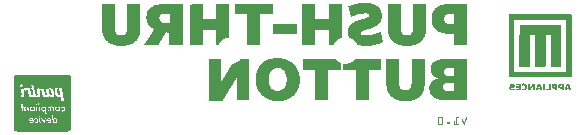
<source format=gbo>
G04 MADE WITH FRITZING*
G04 WWW.FRITZING.ORG*
G04 DOUBLE SIDED*
G04 HOLES PLATED*
G04 CONTOUR ON CENTER OF CONTOUR VECTOR*
%ASAXBY*%
%FSLAX23Y23*%
%MOIN*%
%OFA0B0*%
%SFA1.0B1.0*%
%ADD10R,0.001000X0.001000*%
%LNSILK0*%
G90*
G70*
G54D10*
X1242Y614D02*
X1271Y614D01*
X1235Y613D02*
X1277Y613D01*
X1230Y612D02*
X1281Y612D01*
X382Y611D02*
X417Y611D01*
X466Y611D02*
X508Y611D01*
X580Y611D02*
X649Y611D01*
X687Y611D02*
X717Y611D01*
X763Y611D02*
X805Y611D01*
X824Y611D02*
X949Y611D01*
X1048Y611D02*
X1091Y611D01*
X1137Y611D02*
X1179Y611D01*
X1225Y611D02*
X1284Y611D01*
X1336Y611D02*
X1376Y611D01*
X1419Y611D02*
X1461Y611D01*
X1527Y611D02*
X1597Y611D01*
X382Y610D02*
X424Y610D01*
X466Y610D02*
X508Y610D01*
X571Y610D02*
X649Y610D01*
X680Y610D02*
X717Y610D01*
X763Y610D02*
X805Y610D01*
X824Y610D02*
X949Y610D01*
X1048Y610D02*
X1091Y610D01*
X1137Y610D02*
X1179Y610D01*
X1221Y610D02*
X1287Y610D01*
X1334Y610D02*
X1376Y610D01*
X1419Y610D02*
X1461Y610D01*
X1521Y610D02*
X1597Y610D01*
X382Y609D02*
X424Y609D01*
X466Y609D02*
X508Y609D01*
X566Y609D02*
X649Y609D01*
X675Y609D02*
X717Y609D01*
X763Y609D02*
X805Y609D01*
X824Y609D02*
X949Y609D01*
X1048Y609D02*
X1091Y609D01*
X1137Y609D02*
X1179Y609D01*
X1218Y609D02*
X1290Y609D01*
X1334Y609D02*
X1376Y609D01*
X1419Y609D02*
X1461Y609D01*
X1517Y609D02*
X1597Y609D01*
X382Y608D02*
X424Y608D01*
X466Y608D02*
X508Y608D01*
X562Y608D02*
X649Y608D01*
X675Y608D02*
X717Y608D01*
X763Y608D02*
X805Y608D01*
X824Y608D02*
X949Y608D01*
X1048Y608D02*
X1091Y608D01*
X1137Y608D02*
X1179Y608D01*
X1215Y608D02*
X1292Y608D01*
X1334Y608D02*
X1376Y608D01*
X1419Y608D02*
X1461Y608D01*
X1514Y608D02*
X1597Y608D01*
X382Y607D02*
X424Y607D01*
X466Y607D02*
X508Y607D01*
X559Y607D02*
X649Y607D01*
X675Y607D02*
X717Y607D01*
X763Y607D02*
X805Y607D01*
X824Y607D02*
X949Y607D01*
X1048Y607D02*
X1091Y607D01*
X1137Y607D02*
X1179Y607D01*
X1212Y607D02*
X1294Y607D01*
X1334Y607D02*
X1376Y607D01*
X1419Y607D02*
X1461Y607D01*
X1511Y607D02*
X1597Y607D01*
X382Y606D02*
X424Y606D01*
X466Y606D02*
X508Y606D01*
X556Y606D02*
X649Y606D01*
X675Y606D02*
X717Y606D01*
X763Y606D02*
X805Y606D01*
X824Y606D02*
X949Y606D01*
X1048Y606D02*
X1091Y606D01*
X1137Y606D02*
X1179Y606D01*
X1210Y606D02*
X1295Y606D01*
X1334Y606D02*
X1376Y606D01*
X1419Y606D02*
X1461Y606D01*
X1508Y606D02*
X1597Y606D01*
X382Y605D02*
X424Y605D01*
X466Y605D02*
X508Y605D01*
X554Y605D02*
X649Y605D01*
X675Y605D02*
X717Y605D01*
X763Y605D02*
X805Y605D01*
X824Y605D02*
X949Y605D01*
X1048Y605D02*
X1091Y605D01*
X1137Y605D02*
X1179Y605D01*
X1207Y605D02*
X1297Y605D01*
X1334Y605D02*
X1376Y605D01*
X1419Y605D02*
X1461Y605D01*
X1506Y605D02*
X1597Y605D01*
X382Y604D02*
X424Y604D01*
X466Y604D02*
X508Y604D01*
X552Y604D02*
X649Y604D01*
X675Y604D02*
X717Y604D01*
X763Y604D02*
X805Y604D01*
X824Y604D02*
X949Y604D01*
X1048Y604D02*
X1091Y604D01*
X1137Y604D02*
X1179Y604D01*
X1205Y604D02*
X1298Y604D01*
X1334Y604D02*
X1376Y604D01*
X1419Y604D02*
X1461Y604D01*
X1504Y604D02*
X1597Y604D01*
X382Y603D02*
X424Y603D01*
X466Y603D02*
X508Y603D01*
X550Y603D02*
X649Y603D01*
X675Y603D02*
X717Y603D01*
X763Y603D02*
X805Y603D01*
X824Y603D02*
X949Y603D01*
X1048Y603D02*
X1091Y603D01*
X1137Y603D02*
X1179Y603D01*
X1203Y603D02*
X1300Y603D01*
X1334Y603D02*
X1376Y603D01*
X1419Y603D02*
X1461Y603D01*
X1502Y603D02*
X1597Y603D01*
X382Y602D02*
X424Y602D01*
X466Y602D02*
X508Y602D01*
X548Y602D02*
X649Y602D01*
X675Y602D02*
X717Y602D01*
X763Y602D02*
X805Y602D01*
X824Y602D02*
X949Y602D01*
X1048Y602D02*
X1091Y602D01*
X1137Y602D02*
X1179Y602D01*
X1203Y602D02*
X1301Y602D01*
X1334Y602D02*
X1376Y602D01*
X1419Y602D02*
X1461Y602D01*
X1501Y602D02*
X1597Y602D01*
X382Y601D02*
X424Y601D01*
X466Y601D02*
X508Y601D01*
X547Y601D02*
X649Y601D01*
X675Y601D02*
X717Y601D01*
X763Y601D02*
X805Y601D01*
X824Y601D02*
X949Y601D01*
X1048Y601D02*
X1091Y601D01*
X1137Y601D02*
X1179Y601D01*
X1203Y601D02*
X1302Y601D01*
X1334Y601D02*
X1376Y601D01*
X1419Y601D02*
X1461Y601D01*
X1499Y601D02*
X1597Y601D01*
X382Y600D02*
X424Y600D01*
X466Y600D02*
X508Y600D01*
X545Y600D02*
X649Y600D01*
X675Y600D02*
X717Y600D01*
X763Y600D02*
X805Y600D01*
X824Y600D02*
X949Y600D01*
X1048Y600D02*
X1091Y600D01*
X1137Y600D02*
X1179Y600D01*
X1204Y600D02*
X1303Y600D01*
X1334Y600D02*
X1376Y600D01*
X1419Y600D02*
X1461Y600D01*
X1498Y600D02*
X1597Y600D01*
X382Y599D02*
X424Y599D01*
X466Y599D02*
X508Y599D01*
X544Y599D02*
X649Y599D01*
X675Y599D02*
X717Y599D01*
X763Y599D02*
X805Y599D01*
X824Y599D02*
X949Y599D01*
X1048Y599D02*
X1091Y599D01*
X1137Y599D02*
X1179Y599D01*
X1204Y599D02*
X1304Y599D01*
X1334Y599D02*
X1376Y599D01*
X1419Y599D02*
X1461Y599D01*
X1496Y599D02*
X1597Y599D01*
X382Y598D02*
X424Y598D01*
X466Y598D02*
X508Y598D01*
X543Y598D02*
X649Y598D01*
X675Y598D02*
X717Y598D01*
X763Y598D02*
X805Y598D01*
X824Y598D02*
X949Y598D01*
X1048Y598D02*
X1091Y598D01*
X1137Y598D02*
X1179Y598D01*
X1204Y598D02*
X1305Y598D01*
X1334Y598D02*
X1376Y598D01*
X1419Y598D02*
X1461Y598D01*
X1495Y598D02*
X1597Y598D01*
X382Y597D02*
X424Y597D01*
X466Y597D02*
X508Y597D01*
X542Y597D02*
X649Y597D01*
X675Y597D02*
X717Y597D01*
X763Y597D02*
X805Y597D01*
X824Y597D02*
X949Y597D01*
X1048Y597D02*
X1091Y597D01*
X1137Y597D02*
X1179Y597D01*
X1204Y597D02*
X1305Y597D01*
X1334Y597D02*
X1376Y597D01*
X1419Y597D02*
X1461Y597D01*
X1494Y597D02*
X1597Y597D01*
X382Y596D02*
X424Y596D01*
X466Y596D02*
X508Y596D01*
X540Y596D02*
X649Y596D01*
X675Y596D02*
X717Y596D01*
X763Y596D02*
X805Y596D01*
X824Y596D02*
X949Y596D01*
X1048Y596D02*
X1091Y596D01*
X1137Y596D02*
X1179Y596D01*
X1205Y596D02*
X1306Y596D01*
X1334Y596D02*
X1376Y596D01*
X1419Y596D02*
X1461Y596D01*
X1493Y596D02*
X1597Y596D01*
X382Y595D02*
X424Y595D01*
X466Y595D02*
X508Y595D01*
X540Y595D02*
X649Y595D01*
X675Y595D02*
X717Y595D01*
X763Y595D02*
X805Y595D01*
X824Y595D02*
X949Y595D01*
X1048Y595D02*
X1091Y595D01*
X1137Y595D02*
X1179Y595D01*
X1205Y595D02*
X1307Y595D01*
X1334Y595D02*
X1376Y595D01*
X1419Y595D02*
X1461Y595D01*
X1492Y595D02*
X1597Y595D01*
X382Y594D02*
X424Y594D01*
X466Y594D02*
X508Y594D01*
X539Y594D02*
X649Y594D01*
X675Y594D02*
X717Y594D01*
X763Y594D02*
X805Y594D01*
X824Y594D02*
X949Y594D01*
X1048Y594D02*
X1091Y594D01*
X1137Y594D02*
X1179Y594D01*
X1205Y594D02*
X1308Y594D01*
X1334Y594D02*
X1376Y594D01*
X1419Y594D02*
X1461Y594D01*
X1491Y594D02*
X1597Y594D01*
X382Y593D02*
X424Y593D01*
X466Y593D02*
X508Y593D01*
X538Y593D02*
X649Y593D01*
X675Y593D02*
X717Y593D01*
X763Y593D02*
X805Y593D01*
X824Y593D02*
X949Y593D01*
X1048Y593D02*
X1091Y593D01*
X1137Y593D02*
X1179Y593D01*
X1205Y593D02*
X1308Y593D01*
X1334Y593D02*
X1376Y593D01*
X1419Y593D02*
X1461Y593D01*
X1490Y593D02*
X1597Y593D01*
X382Y592D02*
X424Y592D01*
X466Y592D02*
X508Y592D01*
X537Y592D02*
X649Y592D01*
X675Y592D02*
X717Y592D01*
X763Y592D02*
X805Y592D01*
X824Y592D02*
X949Y592D01*
X1048Y592D02*
X1091Y592D01*
X1137Y592D02*
X1179Y592D01*
X1206Y592D02*
X1309Y592D01*
X1334Y592D02*
X1376Y592D01*
X1419Y592D02*
X1461Y592D01*
X1489Y592D02*
X1597Y592D01*
X382Y591D02*
X424Y591D01*
X466Y591D02*
X508Y591D01*
X536Y591D02*
X649Y591D01*
X675Y591D02*
X717Y591D01*
X763Y591D02*
X805Y591D01*
X824Y591D02*
X949Y591D01*
X1048Y591D02*
X1091Y591D01*
X1137Y591D02*
X1179Y591D01*
X1206Y591D02*
X1309Y591D01*
X1334Y591D02*
X1376Y591D01*
X1419Y591D02*
X1461Y591D01*
X1488Y591D02*
X1597Y591D01*
X382Y590D02*
X424Y590D01*
X466Y590D02*
X508Y590D01*
X536Y590D02*
X649Y590D01*
X675Y590D02*
X717Y590D01*
X763Y590D02*
X805Y590D01*
X824Y590D02*
X949Y590D01*
X1048Y590D02*
X1091Y590D01*
X1137Y590D02*
X1179Y590D01*
X1206Y590D02*
X1310Y590D01*
X1334Y590D02*
X1376Y590D01*
X1419Y590D02*
X1461Y590D01*
X1488Y590D02*
X1597Y590D01*
X382Y589D02*
X424Y589D01*
X466Y589D02*
X508Y589D01*
X535Y589D02*
X649Y589D01*
X675Y589D02*
X717Y589D01*
X763Y589D02*
X805Y589D01*
X824Y589D02*
X949Y589D01*
X1048Y589D02*
X1091Y589D01*
X1137Y589D02*
X1179Y589D01*
X1206Y589D02*
X1310Y589D01*
X1334Y589D02*
X1376Y589D01*
X1419Y589D02*
X1461Y589D01*
X1487Y589D02*
X1597Y589D01*
X382Y588D02*
X424Y588D01*
X466Y588D02*
X508Y588D01*
X534Y588D02*
X649Y588D01*
X675Y588D02*
X717Y588D01*
X763Y588D02*
X805Y588D01*
X824Y588D02*
X949Y588D01*
X1048Y588D02*
X1091Y588D01*
X1137Y588D02*
X1179Y588D01*
X1207Y588D02*
X1311Y588D01*
X1334Y588D02*
X1376Y588D01*
X1419Y588D02*
X1461Y588D01*
X1486Y588D02*
X1597Y588D01*
X382Y587D02*
X424Y587D01*
X466Y587D02*
X508Y587D01*
X534Y587D02*
X649Y587D01*
X675Y587D02*
X717Y587D01*
X763Y587D02*
X805Y587D01*
X824Y587D02*
X949Y587D01*
X1048Y587D02*
X1091Y587D01*
X1137Y587D02*
X1179Y587D01*
X1207Y587D02*
X1311Y587D01*
X1334Y587D02*
X1376Y587D01*
X1419Y587D02*
X1461Y587D01*
X1486Y587D02*
X1597Y587D01*
X382Y586D02*
X424Y586D01*
X466Y586D02*
X508Y586D01*
X533Y586D02*
X649Y586D01*
X675Y586D02*
X717Y586D01*
X763Y586D02*
X805Y586D01*
X824Y586D02*
X949Y586D01*
X1048Y586D02*
X1091Y586D01*
X1137Y586D02*
X1179Y586D01*
X1207Y586D02*
X1311Y586D01*
X1334Y586D02*
X1376Y586D01*
X1419Y586D02*
X1461Y586D01*
X1485Y586D02*
X1597Y586D01*
X382Y585D02*
X424Y585D01*
X466Y585D02*
X508Y585D01*
X533Y585D02*
X649Y585D01*
X675Y585D02*
X717Y585D01*
X763Y585D02*
X805Y585D01*
X824Y585D02*
X949Y585D01*
X1048Y585D02*
X1091Y585D01*
X1137Y585D02*
X1179Y585D01*
X1207Y585D02*
X1312Y585D01*
X1334Y585D02*
X1376Y585D01*
X1419Y585D02*
X1461Y585D01*
X1485Y585D02*
X1597Y585D01*
X382Y584D02*
X424Y584D01*
X466Y584D02*
X508Y584D01*
X532Y584D02*
X649Y584D01*
X675Y584D02*
X717Y584D01*
X763Y584D02*
X805Y584D01*
X824Y584D02*
X949Y584D01*
X1048Y584D02*
X1091Y584D01*
X1137Y584D02*
X1179Y584D01*
X1207Y584D02*
X1312Y584D01*
X1334Y584D02*
X1376Y584D01*
X1419Y584D02*
X1461Y584D01*
X1484Y584D02*
X1597Y584D01*
X382Y583D02*
X424Y583D01*
X466Y583D02*
X508Y583D01*
X532Y583D02*
X649Y583D01*
X675Y583D02*
X717Y583D01*
X763Y583D02*
X805Y583D01*
X824Y583D02*
X949Y583D01*
X1048Y583D02*
X1091Y583D01*
X1137Y583D02*
X1179Y583D01*
X1208Y583D02*
X1312Y583D01*
X1334Y583D02*
X1376Y583D01*
X1419Y583D02*
X1461Y583D01*
X1484Y583D02*
X1597Y583D01*
X382Y582D02*
X424Y582D01*
X466Y582D02*
X508Y582D01*
X532Y582D02*
X649Y582D01*
X675Y582D02*
X717Y582D01*
X763Y582D02*
X805Y582D01*
X824Y582D02*
X949Y582D01*
X1048Y582D02*
X1091Y582D01*
X1137Y582D02*
X1179Y582D01*
X1208Y582D02*
X1312Y582D01*
X1334Y582D02*
X1376Y582D01*
X1419Y582D02*
X1461Y582D01*
X1483Y582D02*
X1597Y582D01*
X382Y581D02*
X424Y581D01*
X466Y581D02*
X508Y581D01*
X531Y581D02*
X649Y581D01*
X675Y581D02*
X717Y581D01*
X763Y581D02*
X805Y581D01*
X824Y581D02*
X949Y581D01*
X1048Y581D02*
X1091Y581D01*
X1137Y581D02*
X1179Y581D01*
X1208Y581D02*
X1313Y581D01*
X1334Y581D02*
X1376Y581D01*
X1419Y581D02*
X1461Y581D01*
X1483Y581D02*
X1597Y581D01*
X382Y580D02*
X424Y580D01*
X466Y580D02*
X508Y580D01*
X531Y580D02*
X649Y580D01*
X675Y580D02*
X717Y580D01*
X763Y580D02*
X805Y580D01*
X824Y580D02*
X949Y580D01*
X1048Y580D02*
X1091Y580D01*
X1137Y580D02*
X1179Y580D01*
X1208Y580D02*
X1253Y580D01*
X1264Y580D02*
X1313Y580D01*
X1334Y580D02*
X1376Y580D01*
X1419Y580D02*
X1461Y580D01*
X1483Y580D02*
X1597Y580D01*
X382Y579D02*
X424Y579D01*
X466Y579D02*
X508Y579D01*
X531Y579D02*
X593Y579D01*
X606Y579D02*
X649Y579D01*
X675Y579D02*
X717Y579D01*
X763Y579D02*
X805Y579D01*
X824Y579D02*
X949Y579D01*
X1048Y579D02*
X1091Y579D01*
X1137Y579D02*
X1179Y579D01*
X1209Y579D02*
X1245Y579D01*
X1269Y579D02*
X1313Y579D01*
X1334Y579D02*
X1376Y579D01*
X1419Y579D02*
X1461Y579D01*
X1482Y579D02*
X1542Y579D01*
X1555Y579D02*
X1597Y579D01*
X382Y578D02*
X424Y578D01*
X466Y578D02*
X508Y578D01*
X531Y578D02*
X584Y578D01*
X607Y578D02*
X649Y578D01*
X675Y578D02*
X717Y578D01*
X763Y578D02*
X805Y578D01*
X824Y578D02*
X949Y578D01*
X1048Y578D02*
X1091Y578D01*
X1137Y578D02*
X1179Y578D01*
X1209Y578D02*
X1240Y578D01*
X1270Y578D02*
X1313Y578D01*
X1334Y578D02*
X1376Y578D01*
X1419Y578D02*
X1461Y578D01*
X1482Y578D02*
X1534Y578D01*
X1555Y578D02*
X1597Y578D01*
X382Y577D02*
X424Y577D01*
X466Y577D02*
X508Y577D01*
X530Y577D02*
X580Y577D01*
X607Y577D02*
X649Y577D01*
X675Y577D02*
X717Y577D01*
X763Y577D02*
X805Y577D01*
X824Y577D02*
X949Y577D01*
X1048Y577D02*
X1091Y577D01*
X1137Y577D02*
X1179Y577D01*
X1209Y577D02*
X1236Y577D01*
X1272Y577D02*
X1313Y577D01*
X1334Y577D02*
X1376Y577D01*
X1419Y577D02*
X1461Y577D01*
X1482Y577D02*
X1531Y577D01*
X1555Y577D02*
X1597Y577D01*
X382Y576D02*
X424Y576D01*
X466Y576D02*
X508Y576D01*
X530Y576D02*
X578Y576D01*
X607Y576D02*
X649Y576D01*
X675Y576D02*
X717Y576D01*
X763Y576D02*
X805Y576D01*
X865Y576D02*
X907Y576D01*
X1048Y576D02*
X1091Y576D01*
X1137Y576D02*
X1179Y576D01*
X1209Y576D02*
X1232Y576D01*
X1272Y576D02*
X1313Y576D01*
X1334Y576D02*
X1376Y576D01*
X1419Y576D02*
X1461Y576D01*
X1481Y576D02*
X1529Y576D01*
X1555Y576D02*
X1597Y576D01*
X1739Y576D02*
X1945Y576D01*
X382Y575D02*
X424Y575D01*
X466Y575D02*
X508Y575D01*
X530Y575D02*
X577Y575D01*
X607Y575D02*
X649Y575D01*
X675Y575D02*
X717Y575D01*
X763Y575D02*
X805Y575D01*
X865Y575D02*
X907Y575D01*
X1048Y575D02*
X1091Y575D01*
X1137Y575D02*
X1179Y575D01*
X1210Y575D02*
X1229Y575D01*
X1273Y575D02*
X1314Y575D01*
X1334Y575D02*
X1376Y575D01*
X1419Y575D02*
X1461Y575D01*
X1481Y575D02*
X1527Y575D01*
X1555Y575D02*
X1597Y575D01*
X1738Y575D02*
X1946Y575D01*
X382Y574D02*
X424Y574D01*
X466Y574D02*
X508Y574D01*
X530Y574D02*
X576Y574D01*
X607Y574D02*
X649Y574D01*
X675Y574D02*
X717Y574D01*
X763Y574D02*
X805Y574D01*
X865Y574D02*
X907Y574D01*
X1048Y574D02*
X1091Y574D01*
X1137Y574D02*
X1179Y574D01*
X1210Y574D02*
X1226Y574D01*
X1273Y574D02*
X1314Y574D01*
X1334Y574D02*
X1376Y574D01*
X1419Y574D02*
X1461Y574D01*
X1481Y574D02*
X1526Y574D01*
X1555Y574D02*
X1597Y574D01*
X1738Y574D02*
X1946Y574D01*
X382Y573D02*
X424Y573D01*
X466Y573D02*
X508Y573D01*
X530Y573D02*
X575Y573D01*
X607Y573D02*
X649Y573D01*
X675Y573D02*
X717Y573D01*
X763Y573D02*
X805Y573D01*
X865Y573D02*
X907Y573D01*
X1048Y573D02*
X1091Y573D01*
X1137Y573D02*
X1179Y573D01*
X1210Y573D02*
X1223Y573D01*
X1273Y573D02*
X1314Y573D01*
X1334Y573D02*
X1376Y573D01*
X1419Y573D02*
X1461Y573D01*
X1481Y573D02*
X1525Y573D01*
X1555Y573D02*
X1597Y573D01*
X1738Y573D02*
X1946Y573D01*
X382Y572D02*
X424Y572D01*
X466Y572D02*
X508Y572D01*
X529Y572D02*
X574Y572D01*
X607Y572D02*
X649Y572D01*
X675Y572D02*
X717Y572D01*
X763Y572D02*
X805Y572D01*
X865Y572D02*
X907Y572D01*
X1048Y572D02*
X1091Y572D01*
X1137Y572D02*
X1179Y572D01*
X1210Y572D02*
X1220Y572D01*
X1273Y572D02*
X1314Y572D01*
X1334Y572D02*
X1376Y572D01*
X1419Y572D02*
X1461Y572D01*
X1480Y572D02*
X1524Y572D01*
X1555Y572D02*
X1597Y572D01*
X1738Y572D02*
X1946Y572D01*
X382Y571D02*
X424Y571D01*
X466Y571D02*
X508Y571D01*
X529Y571D02*
X574Y571D01*
X607Y571D02*
X649Y571D01*
X675Y571D02*
X717Y571D01*
X763Y571D02*
X805Y571D01*
X865Y571D02*
X907Y571D01*
X1048Y571D02*
X1091Y571D01*
X1137Y571D02*
X1179Y571D01*
X1211Y571D02*
X1218Y571D01*
X1272Y571D02*
X1314Y571D01*
X1334Y571D02*
X1376Y571D01*
X1419Y571D02*
X1461Y571D01*
X1480Y571D02*
X1523Y571D01*
X1555Y571D02*
X1597Y571D01*
X1738Y571D02*
X1946Y571D01*
X382Y570D02*
X424Y570D01*
X466Y570D02*
X508Y570D01*
X529Y570D02*
X573Y570D01*
X607Y570D02*
X649Y570D01*
X675Y570D02*
X717Y570D01*
X763Y570D02*
X805Y570D01*
X865Y570D02*
X907Y570D01*
X1048Y570D02*
X1091Y570D01*
X1137Y570D02*
X1179Y570D01*
X1211Y570D02*
X1215Y570D01*
X1272Y570D02*
X1314Y570D01*
X1334Y570D02*
X1376Y570D01*
X1419Y570D02*
X1461Y570D01*
X1480Y570D02*
X1523Y570D01*
X1555Y570D02*
X1597Y570D01*
X1738Y570D02*
X1946Y570D01*
X382Y569D02*
X424Y569D01*
X466Y569D02*
X508Y569D01*
X529Y569D02*
X573Y569D01*
X607Y569D02*
X649Y569D01*
X675Y569D02*
X717Y569D01*
X763Y569D02*
X805Y569D01*
X865Y569D02*
X907Y569D01*
X1048Y569D02*
X1091Y569D01*
X1137Y569D02*
X1179Y569D01*
X1211Y569D02*
X1213Y569D01*
X1271Y569D02*
X1314Y569D01*
X1334Y569D02*
X1376Y569D01*
X1419Y569D02*
X1461Y569D01*
X1480Y569D02*
X1522Y569D01*
X1555Y569D02*
X1597Y569D01*
X1738Y569D02*
X1946Y569D01*
X382Y568D02*
X424Y568D01*
X466Y568D02*
X508Y568D01*
X529Y568D02*
X573Y568D01*
X607Y568D02*
X649Y568D01*
X675Y568D02*
X717Y568D01*
X763Y568D02*
X805Y568D01*
X865Y568D02*
X907Y568D01*
X1048Y568D02*
X1091Y568D01*
X1137Y568D02*
X1179Y568D01*
X1270Y568D02*
X1314Y568D01*
X1334Y568D02*
X1376Y568D01*
X1419Y568D02*
X1461Y568D01*
X1480Y568D02*
X1522Y568D01*
X1555Y568D02*
X1597Y568D01*
X1738Y568D02*
X1946Y568D01*
X382Y567D02*
X424Y567D01*
X466Y567D02*
X508Y567D01*
X529Y567D02*
X573Y567D01*
X607Y567D02*
X649Y567D01*
X675Y567D02*
X717Y567D01*
X763Y567D02*
X805Y567D01*
X865Y567D02*
X907Y567D01*
X1048Y567D02*
X1091Y567D01*
X1137Y567D02*
X1179Y567D01*
X1268Y567D02*
X1314Y567D01*
X1334Y567D02*
X1376Y567D01*
X1419Y567D02*
X1461Y567D01*
X1480Y567D02*
X1522Y567D01*
X1555Y567D02*
X1597Y567D01*
X1738Y567D02*
X1946Y567D01*
X382Y566D02*
X424Y566D01*
X466Y566D02*
X508Y566D01*
X529Y566D02*
X572Y566D01*
X607Y566D02*
X649Y566D01*
X675Y566D02*
X717Y566D01*
X763Y566D02*
X805Y566D01*
X865Y566D02*
X907Y566D01*
X1048Y566D02*
X1091Y566D01*
X1137Y566D02*
X1179Y566D01*
X1266Y566D02*
X1313Y566D01*
X1334Y566D02*
X1376Y566D01*
X1419Y566D02*
X1461Y566D01*
X1480Y566D02*
X1521Y566D01*
X1555Y566D02*
X1597Y566D01*
X1738Y566D02*
X1946Y566D01*
X382Y565D02*
X424Y565D01*
X466Y565D02*
X508Y565D01*
X529Y565D02*
X572Y565D01*
X607Y565D02*
X649Y565D01*
X675Y565D02*
X717Y565D01*
X763Y565D02*
X805Y565D01*
X865Y565D02*
X907Y565D01*
X1048Y565D02*
X1091Y565D01*
X1137Y565D02*
X1179Y565D01*
X1264Y565D02*
X1313Y565D01*
X1334Y565D02*
X1376Y565D01*
X1419Y565D02*
X1461Y565D01*
X1480Y565D02*
X1521Y565D01*
X1555Y565D02*
X1597Y565D01*
X1738Y565D02*
X1946Y565D01*
X382Y564D02*
X424Y564D01*
X466Y564D02*
X508Y564D01*
X529Y564D02*
X572Y564D01*
X607Y564D02*
X649Y564D01*
X675Y564D02*
X717Y564D01*
X763Y564D02*
X805Y564D01*
X865Y564D02*
X907Y564D01*
X1048Y564D02*
X1091Y564D01*
X1137Y564D02*
X1179Y564D01*
X1261Y564D02*
X1313Y564D01*
X1334Y564D02*
X1376Y564D01*
X1419Y564D02*
X1461Y564D01*
X1480Y564D02*
X1521Y564D01*
X1555Y564D02*
X1597Y564D01*
X1738Y564D02*
X1946Y564D01*
X382Y563D02*
X424Y563D01*
X466Y563D02*
X508Y563D01*
X529Y563D02*
X572Y563D01*
X607Y563D02*
X649Y563D01*
X675Y563D02*
X717Y563D01*
X763Y563D02*
X805Y563D01*
X865Y563D02*
X907Y563D01*
X1048Y563D02*
X1091Y563D01*
X1137Y563D02*
X1179Y563D01*
X1257Y563D02*
X1313Y563D01*
X1334Y563D02*
X1376Y563D01*
X1419Y563D02*
X1461Y563D01*
X1480Y563D02*
X1521Y563D01*
X1555Y563D02*
X1597Y563D01*
X1738Y563D02*
X1946Y563D01*
X382Y562D02*
X424Y562D01*
X466Y562D02*
X508Y562D01*
X529Y562D02*
X572Y562D01*
X607Y562D02*
X649Y562D01*
X675Y562D02*
X717Y562D01*
X763Y562D02*
X805Y562D01*
X865Y562D02*
X907Y562D01*
X1048Y562D02*
X1091Y562D01*
X1137Y562D02*
X1179Y562D01*
X1254Y562D02*
X1313Y562D01*
X1334Y562D02*
X1376Y562D01*
X1419Y562D02*
X1461Y562D01*
X1480Y562D02*
X1521Y562D01*
X1555Y562D02*
X1597Y562D01*
X1738Y562D02*
X1946Y562D01*
X382Y561D02*
X424Y561D01*
X466Y561D02*
X508Y561D01*
X529Y561D02*
X573Y561D01*
X607Y561D02*
X649Y561D01*
X675Y561D02*
X805Y561D01*
X865Y561D02*
X907Y561D01*
X1048Y561D02*
X1179Y561D01*
X1250Y561D02*
X1313Y561D01*
X1334Y561D02*
X1376Y561D01*
X1419Y561D02*
X1461Y561D01*
X1480Y561D02*
X1521Y561D01*
X1555Y561D02*
X1597Y561D01*
X1738Y561D02*
X1946Y561D01*
X382Y560D02*
X424Y560D01*
X466Y560D02*
X508Y560D01*
X530Y560D02*
X573Y560D01*
X607Y560D02*
X649Y560D01*
X675Y560D02*
X805Y560D01*
X865Y560D02*
X907Y560D01*
X1048Y560D02*
X1179Y560D01*
X1246Y560D02*
X1312Y560D01*
X1334Y560D02*
X1376Y560D01*
X1419Y560D02*
X1461Y560D01*
X1480Y560D02*
X1521Y560D01*
X1555Y560D02*
X1597Y560D01*
X1738Y560D02*
X1946Y560D01*
X382Y559D02*
X424Y559D01*
X466Y559D02*
X508Y559D01*
X530Y559D02*
X573Y559D01*
X607Y559D02*
X649Y559D01*
X675Y559D02*
X805Y559D01*
X865Y559D02*
X907Y559D01*
X1048Y559D02*
X1179Y559D01*
X1243Y559D02*
X1312Y559D01*
X1334Y559D02*
X1376Y559D01*
X1419Y559D02*
X1461Y559D01*
X1480Y559D02*
X1521Y559D01*
X1555Y559D02*
X1597Y559D01*
X1738Y559D02*
X1946Y559D01*
X382Y558D02*
X424Y558D01*
X466Y558D02*
X508Y558D01*
X530Y558D02*
X573Y558D01*
X607Y558D02*
X649Y558D01*
X675Y558D02*
X805Y558D01*
X865Y558D02*
X907Y558D01*
X1048Y558D02*
X1179Y558D01*
X1239Y558D02*
X1312Y558D01*
X1334Y558D02*
X1376Y558D01*
X1419Y558D02*
X1461Y558D01*
X1480Y558D02*
X1521Y558D01*
X1555Y558D02*
X1597Y558D01*
X1738Y558D02*
X1755Y558D01*
X1929Y558D02*
X1946Y558D01*
X382Y557D02*
X424Y557D01*
X466Y557D02*
X508Y557D01*
X530Y557D02*
X573Y557D01*
X607Y557D02*
X649Y557D01*
X675Y557D02*
X805Y557D01*
X865Y557D02*
X907Y557D01*
X1048Y557D02*
X1179Y557D01*
X1236Y557D02*
X1311Y557D01*
X1334Y557D02*
X1376Y557D01*
X1419Y557D02*
X1461Y557D01*
X1480Y557D02*
X1521Y557D01*
X1555Y557D02*
X1597Y557D01*
X1738Y557D02*
X1755Y557D01*
X1929Y557D02*
X1946Y557D01*
X382Y556D02*
X424Y556D01*
X466Y556D02*
X508Y556D01*
X530Y556D02*
X574Y556D01*
X607Y556D02*
X649Y556D01*
X675Y556D02*
X805Y556D01*
X865Y556D02*
X907Y556D01*
X1048Y556D02*
X1179Y556D01*
X1234Y556D02*
X1311Y556D01*
X1334Y556D02*
X1376Y556D01*
X1419Y556D02*
X1461Y556D01*
X1480Y556D02*
X1522Y556D01*
X1555Y556D02*
X1597Y556D01*
X1738Y556D02*
X1755Y556D01*
X1929Y556D02*
X1946Y556D01*
X382Y555D02*
X424Y555D01*
X466Y555D02*
X508Y555D01*
X531Y555D02*
X574Y555D01*
X607Y555D02*
X649Y555D01*
X675Y555D02*
X805Y555D01*
X865Y555D02*
X907Y555D01*
X1048Y555D02*
X1179Y555D01*
X1231Y555D02*
X1310Y555D01*
X1334Y555D02*
X1376Y555D01*
X1419Y555D02*
X1461Y555D01*
X1480Y555D02*
X1522Y555D01*
X1555Y555D02*
X1597Y555D01*
X1738Y555D02*
X1755Y555D01*
X1929Y555D02*
X1946Y555D01*
X382Y554D02*
X424Y554D01*
X466Y554D02*
X508Y554D01*
X531Y554D02*
X575Y554D01*
X607Y554D02*
X649Y554D01*
X675Y554D02*
X805Y554D01*
X865Y554D02*
X907Y554D01*
X1048Y554D02*
X1179Y554D01*
X1228Y554D02*
X1310Y554D01*
X1334Y554D02*
X1376Y554D01*
X1419Y554D02*
X1461Y554D01*
X1480Y554D02*
X1522Y554D01*
X1555Y554D02*
X1597Y554D01*
X1738Y554D02*
X1755Y554D01*
X1929Y554D02*
X1946Y554D01*
X382Y553D02*
X424Y553D01*
X466Y553D02*
X508Y553D01*
X531Y553D02*
X576Y553D01*
X607Y553D02*
X649Y553D01*
X675Y553D02*
X805Y553D01*
X865Y553D02*
X907Y553D01*
X1048Y553D02*
X1179Y553D01*
X1226Y553D02*
X1309Y553D01*
X1334Y553D02*
X1376Y553D01*
X1419Y553D02*
X1461Y553D01*
X1480Y553D02*
X1523Y553D01*
X1555Y553D02*
X1597Y553D01*
X1738Y553D02*
X1755Y553D01*
X1929Y553D02*
X1946Y553D01*
X382Y552D02*
X424Y552D01*
X466Y552D02*
X508Y552D01*
X531Y552D02*
X576Y552D01*
X607Y552D02*
X649Y552D01*
X675Y552D02*
X805Y552D01*
X865Y552D02*
X907Y552D01*
X1048Y552D02*
X1179Y552D01*
X1224Y552D02*
X1309Y552D01*
X1334Y552D02*
X1376Y552D01*
X1419Y552D02*
X1461Y552D01*
X1481Y552D02*
X1523Y552D01*
X1555Y552D02*
X1597Y552D01*
X1738Y552D02*
X1755Y552D01*
X1929Y552D02*
X1946Y552D01*
X382Y551D02*
X424Y551D01*
X466Y551D02*
X508Y551D01*
X532Y551D02*
X578Y551D01*
X607Y551D02*
X649Y551D01*
X675Y551D02*
X805Y551D01*
X865Y551D02*
X907Y551D01*
X1048Y551D02*
X1179Y551D01*
X1222Y551D02*
X1308Y551D01*
X1334Y551D02*
X1376Y551D01*
X1419Y551D02*
X1461Y551D01*
X1481Y551D02*
X1524Y551D01*
X1555Y551D02*
X1597Y551D01*
X1738Y551D02*
X1755Y551D01*
X1929Y551D02*
X1946Y551D01*
X382Y550D02*
X424Y550D01*
X466Y550D02*
X508Y550D01*
X532Y550D02*
X579Y550D01*
X607Y550D02*
X649Y550D01*
X675Y550D02*
X805Y550D01*
X865Y550D02*
X907Y550D01*
X1048Y550D02*
X1179Y550D01*
X1220Y550D02*
X1308Y550D01*
X1334Y550D02*
X1376Y550D01*
X1419Y550D02*
X1461Y550D01*
X1481Y550D02*
X1525Y550D01*
X1555Y550D02*
X1597Y550D01*
X1738Y550D02*
X1755Y550D01*
X1929Y550D02*
X1946Y550D01*
X382Y549D02*
X424Y549D01*
X466Y549D02*
X508Y549D01*
X533Y549D02*
X581Y549D01*
X607Y549D02*
X649Y549D01*
X675Y549D02*
X805Y549D01*
X865Y549D02*
X907Y549D01*
X1048Y549D02*
X1179Y549D01*
X1219Y549D02*
X1307Y549D01*
X1334Y549D02*
X1376Y549D01*
X1419Y549D02*
X1461Y549D01*
X1481Y549D02*
X1526Y549D01*
X1555Y549D02*
X1597Y549D01*
X1738Y549D02*
X1755Y549D01*
X1929Y549D02*
X1946Y549D01*
X382Y548D02*
X424Y548D01*
X466Y548D02*
X508Y548D01*
X533Y548D02*
X584Y548D01*
X607Y548D02*
X649Y548D01*
X675Y548D02*
X805Y548D01*
X865Y548D02*
X907Y548D01*
X1048Y548D02*
X1179Y548D01*
X1217Y548D02*
X1306Y548D01*
X1334Y548D02*
X1376Y548D01*
X1419Y548D02*
X1461Y548D01*
X1481Y548D02*
X1527Y548D01*
X1555Y548D02*
X1597Y548D01*
X1738Y548D02*
X1755Y548D01*
X1929Y548D02*
X1946Y548D01*
X382Y547D02*
X424Y547D01*
X466Y547D02*
X508Y547D01*
X533Y547D02*
X589Y547D01*
X607Y547D02*
X649Y547D01*
X675Y547D02*
X805Y547D01*
X865Y547D02*
X907Y547D01*
X1048Y547D02*
X1179Y547D01*
X1216Y547D02*
X1305Y547D01*
X1334Y547D02*
X1376Y547D01*
X1419Y547D02*
X1461Y547D01*
X1482Y547D02*
X1528Y547D01*
X1555Y547D02*
X1597Y547D01*
X1738Y547D02*
X1755Y547D01*
X1929Y547D02*
X1946Y547D01*
X382Y546D02*
X424Y546D01*
X466Y546D02*
X508Y546D01*
X534Y546D02*
X649Y546D01*
X675Y546D02*
X805Y546D01*
X865Y546D02*
X907Y546D01*
X1048Y546D02*
X1179Y546D01*
X1215Y546D02*
X1304Y546D01*
X1334Y546D02*
X1376Y546D01*
X1419Y546D02*
X1461Y546D01*
X1482Y546D02*
X1530Y546D01*
X1555Y546D02*
X1597Y546D01*
X1738Y546D02*
X1755Y546D01*
X1929Y546D02*
X1946Y546D01*
X382Y545D02*
X424Y545D01*
X466Y545D02*
X508Y545D01*
X535Y545D02*
X649Y545D01*
X675Y545D02*
X805Y545D01*
X865Y545D02*
X907Y545D01*
X1048Y545D02*
X1179Y545D01*
X1213Y545D02*
X1303Y545D01*
X1334Y545D02*
X1376Y545D01*
X1419Y545D02*
X1461Y545D01*
X1482Y545D02*
X1532Y545D01*
X1555Y545D02*
X1597Y545D01*
X1738Y545D02*
X1755Y545D01*
X1929Y545D02*
X1946Y545D01*
X382Y544D02*
X424Y544D01*
X466Y544D02*
X508Y544D01*
X535Y544D02*
X649Y544D01*
X675Y544D02*
X805Y544D01*
X865Y544D02*
X907Y544D01*
X1048Y544D02*
X1179Y544D01*
X1212Y544D02*
X1302Y544D01*
X1334Y544D02*
X1376Y544D01*
X1419Y544D02*
X1461Y544D01*
X1483Y544D02*
X1536Y544D01*
X1555Y544D02*
X1597Y544D01*
X1738Y544D02*
X1755Y544D01*
X1929Y544D02*
X1946Y544D01*
X382Y543D02*
X424Y543D01*
X466Y543D02*
X508Y543D01*
X536Y543D02*
X649Y543D01*
X675Y543D02*
X805Y543D01*
X865Y543D02*
X907Y543D01*
X952Y543D02*
X1029Y543D01*
X1048Y543D02*
X1179Y543D01*
X1211Y543D02*
X1301Y543D01*
X1334Y543D02*
X1376Y543D01*
X1419Y543D02*
X1461Y543D01*
X1483Y543D02*
X1597Y543D01*
X1738Y543D02*
X1755Y543D01*
X1929Y543D02*
X1946Y543D01*
X382Y542D02*
X424Y542D01*
X466Y542D02*
X508Y542D01*
X536Y542D02*
X649Y542D01*
X675Y542D02*
X805Y542D01*
X865Y542D02*
X907Y542D01*
X952Y542D02*
X1029Y542D01*
X1048Y542D02*
X1179Y542D01*
X1210Y542D02*
X1300Y542D01*
X1334Y542D02*
X1376Y542D01*
X1419Y542D02*
X1461Y542D01*
X1483Y542D02*
X1597Y542D01*
X1738Y542D02*
X1755Y542D01*
X1929Y542D02*
X1946Y542D01*
X382Y541D02*
X424Y541D01*
X466Y541D02*
X508Y541D01*
X537Y541D02*
X649Y541D01*
X675Y541D02*
X805Y541D01*
X865Y541D02*
X907Y541D01*
X952Y541D02*
X1029Y541D01*
X1048Y541D02*
X1179Y541D01*
X1209Y541D02*
X1299Y541D01*
X1334Y541D02*
X1376Y541D01*
X1419Y541D02*
X1461Y541D01*
X1484Y541D02*
X1597Y541D01*
X1738Y541D02*
X1755Y541D01*
X1774Y541D02*
X1910Y541D01*
X1929Y541D02*
X1946Y541D01*
X382Y540D02*
X424Y540D01*
X466Y540D02*
X508Y540D01*
X538Y540D02*
X649Y540D01*
X675Y540D02*
X805Y540D01*
X865Y540D02*
X907Y540D01*
X952Y540D02*
X1029Y540D01*
X1048Y540D02*
X1179Y540D01*
X1209Y540D02*
X1297Y540D01*
X1334Y540D02*
X1376Y540D01*
X1419Y540D02*
X1461Y540D01*
X1484Y540D02*
X1597Y540D01*
X1738Y540D02*
X1755Y540D01*
X1774Y540D02*
X1911Y540D01*
X1929Y540D02*
X1946Y540D01*
X382Y539D02*
X424Y539D01*
X466Y539D02*
X508Y539D01*
X539Y539D02*
X649Y539D01*
X675Y539D02*
X805Y539D01*
X865Y539D02*
X907Y539D01*
X952Y539D02*
X1029Y539D01*
X1048Y539D02*
X1179Y539D01*
X1208Y539D02*
X1296Y539D01*
X1334Y539D02*
X1376Y539D01*
X1419Y539D02*
X1461Y539D01*
X1485Y539D02*
X1597Y539D01*
X1738Y539D02*
X1755Y539D01*
X1774Y539D02*
X1911Y539D01*
X1929Y539D02*
X1946Y539D01*
X382Y538D02*
X424Y538D01*
X466Y538D02*
X508Y538D01*
X540Y538D02*
X649Y538D01*
X675Y538D02*
X805Y538D01*
X865Y538D02*
X907Y538D01*
X952Y538D02*
X1029Y538D01*
X1048Y538D02*
X1179Y538D01*
X1207Y538D02*
X1294Y538D01*
X1334Y538D02*
X1376Y538D01*
X1419Y538D02*
X1461Y538D01*
X1485Y538D02*
X1597Y538D01*
X1738Y538D02*
X1755Y538D01*
X1774Y538D02*
X1911Y538D01*
X1929Y538D02*
X1946Y538D01*
X382Y537D02*
X424Y537D01*
X466Y537D02*
X508Y537D01*
X541Y537D02*
X649Y537D01*
X675Y537D02*
X805Y537D01*
X865Y537D02*
X907Y537D01*
X952Y537D02*
X1029Y537D01*
X1048Y537D02*
X1179Y537D01*
X1206Y537D02*
X1293Y537D01*
X1334Y537D02*
X1376Y537D01*
X1419Y537D02*
X1461Y537D01*
X1486Y537D02*
X1597Y537D01*
X1738Y537D02*
X1755Y537D01*
X1774Y537D02*
X1911Y537D01*
X1929Y537D02*
X1946Y537D01*
X382Y536D02*
X424Y536D01*
X466Y536D02*
X508Y536D01*
X542Y536D02*
X649Y536D01*
X675Y536D02*
X805Y536D01*
X865Y536D02*
X907Y536D01*
X952Y536D02*
X1029Y536D01*
X1048Y536D02*
X1179Y536D01*
X1206Y536D02*
X1291Y536D01*
X1334Y536D02*
X1376Y536D01*
X1419Y536D02*
X1461Y536D01*
X1486Y536D02*
X1597Y536D01*
X1738Y536D02*
X1755Y536D01*
X1774Y536D02*
X1911Y536D01*
X1929Y536D02*
X1946Y536D01*
X382Y535D02*
X424Y535D01*
X466Y535D02*
X508Y535D01*
X543Y535D02*
X649Y535D01*
X675Y535D02*
X805Y535D01*
X865Y535D02*
X907Y535D01*
X952Y535D02*
X1029Y535D01*
X1048Y535D02*
X1179Y535D01*
X1205Y535D02*
X1289Y535D01*
X1334Y535D02*
X1376Y535D01*
X1419Y535D02*
X1461Y535D01*
X1487Y535D02*
X1597Y535D01*
X1738Y535D02*
X1755Y535D01*
X1774Y535D02*
X1911Y535D01*
X1929Y535D02*
X1946Y535D01*
X382Y534D02*
X424Y534D01*
X466Y534D02*
X508Y534D01*
X544Y534D02*
X649Y534D01*
X675Y534D02*
X805Y534D01*
X865Y534D02*
X907Y534D01*
X952Y534D02*
X1029Y534D01*
X1048Y534D02*
X1179Y534D01*
X1205Y534D02*
X1287Y534D01*
X1334Y534D02*
X1376Y534D01*
X1419Y534D02*
X1461Y534D01*
X1488Y534D02*
X1597Y534D01*
X1738Y534D02*
X1755Y534D01*
X1774Y534D02*
X1911Y534D01*
X1929Y534D02*
X1946Y534D01*
X382Y533D02*
X424Y533D01*
X466Y533D02*
X508Y533D01*
X545Y533D02*
X649Y533D01*
X675Y533D02*
X805Y533D01*
X865Y533D02*
X907Y533D01*
X952Y533D02*
X1029Y533D01*
X1048Y533D02*
X1179Y533D01*
X1204Y533D02*
X1284Y533D01*
X1334Y533D02*
X1376Y533D01*
X1419Y533D02*
X1461Y533D01*
X1488Y533D02*
X1597Y533D01*
X1738Y533D02*
X1755Y533D01*
X1774Y533D02*
X1911Y533D01*
X1929Y533D02*
X1946Y533D01*
X382Y532D02*
X424Y532D01*
X466Y532D02*
X508Y532D01*
X547Y532D02*
X649Y532D01*
X675Y532D02*
X805Y532D01*
X865Y532D02*
X907Y532D01*
X952Y532D02*
X1029Y532D01*
X1048Y532D02*
X1179Y532D01*
X1204Y532D02*
X1282Y532D01*
X1334Y532D02*
X1376Y532D01*
X1419Y532D02*
X1461Y532D01*
X1489Y532D02*
X1597Y532D01*
X1738Y532D02*
X1755Y532D01*
X1774Y532D02*
X1911Y532D01*
X1929Y532D02*
X1946Y532D01*
X382Y531D02*
X424Y531D01*
X466Y531D02*
X508Y531D01*
X548Y531D02*
X649Y531D01*
X675Y531D02*
X805Y531D01*
X865Y531D02*
X907Y531D01*
X952Y531D02*
X1029Y531D01*
X1048Y531D02*
X1179Y531D01*
X1203Y531D02*
X1279Y531D01*
X1334Y531D02*
X1376Y531D01*
X1419Y531D02*
X1461Y531D01*
X1490Y531D02*
X1597Y531D01*
X1738Y531D02*
X1755Y531D01*
X1774Y531D02*
X1911Y531D01*
X1929Y531D02*
X1946Y531D01*
X382Y530D02*
X424Y530D01*
X466Y530D02*
X508Y530D01*
X550Y530D02*
X649Y530D01*
X675Y530D02*
X805Y530D01*
X865Y530D02*
X907Y530D01*
X952Y530D02*
X1029Y530D01*
X1048Y530D02*
X1179Y530D01*
X1203Y530D02*
X1276Y530D01*
X1334Y530D02*
X1376Y530D01*
X1418Y530D02*
X1461Y530D01*
X1491Y530D02*
X1597Y530D01*
X1738Y530D02*
X1755Y530D01*
X1774Y530D02*
X1911Y530D01*
X1929Y530D02*
X1946Y530D01*
X382Y529D02*
X424Y529D01*
X466Y529D02*
X508Y529D01*
X552Y529D02*
X649Y529D01*
X675Y529D02*
X805Y529D01*
X865Y529D02*
X907Y529D01*
X952Y529D02*
X1029Y529D01*
X1048Y529D02*
X1179Y529D01*
X1203Y529D02*
X1273Y529D01*
X1334Y529D02*
X1376Y529D01*
X1418Y529D02*
X1461Y529D01*
X1492Y529D02*
X1597Y529D01*
X1738Y529D02*
X1755Y529D01*
X1774Y529D02*
X1911Y529D01*
X1929Y529D02*
X1946Y529D01*
X382Y528D02*
X424Y528D01*
X466Y528D02*
X508Y528D01*
X554Y528D02*
X649Y528D01*
X675Y528D02*
X805Y528D01*
X865Y528D02*
X907Y528D01*
X952Y528D02*
X1029Y528D01*
X1048Y528D02*
X1179Y528D01*
X1202Y528D02*
X1269Y528D01*
X1334Y528D02*
X1376Y528D01*
X1418Y528D02*
X1461Y528D01*
X1493Y528D02*
X1597Y528D01*
X1738Y528D02*
X1755Y528D01*
X1774Y528D02*
X1911Y528D01*
X1929Y528D02*
X1946Y528D01*
X382Y527D02*
X424Y527D01*
X466Y527D02*
X508Y527D01*
X556Y527D02*
X649Y527D01*
X675Y527D02*
X805Y527D01*
X865Y527D02*
X907Y527D01*
X952Y527D02*
X1029Y527D01*
X1048Y527D02*
X1179Y527D01*
X1202Y527D02*
X1266Y527D01*
X1334Y527D02*
X1376Y527D01*
X1418Y527D02*
X1461Y527D01*
X1494Y527D02*
X1597Y527D01*
X1738Y527D02*
X1755Y527D01*
X1774Y527D02*
X1911Y527D01*
X1929Y527D02*
X1946Y527D01*
X382Y526D02*
X424Y526D01*
X466Y526D02*
X508Y526D01*
X555Y526D02*
X649Y526D01*
X675Y526D02*
X805Y526D01*
X865Y526D02*
X907Y526D01*
X952Y526D02*
X1029Y526D01*
X1048Y526D02*
X1179Y526D01*
X1202Y526D02*
X1263Y526D01*
X1334Y526D02*
X1376Y526D01*
X1418Y526D02*
X1461Y526D01*
X1495Y526D02*
X1597Y526D01*
X1738Y526D02*
X1755Y526D01*
X1774Y526D02*
X1911Y526D01*
X1929Y526D02*
X1946Y526D01*
X382Y525D02*
X424Y525D01*
X466Y525D02*
X508Y525D01*
X555Y525D02*
X649Y525D01*
X675Y525D02*
X717Y525D01*
X763Y525D02*
X805Y525D01*
X865Y525D02*
X907Y525D01*
X952Y525D02*
X1029Y525D01*
X1048Y525D02*
X1091Y525D01*
X1137Y525D02*
X1179Y525D01*
X1202Y525D02*
X1259Y525D01*
X1334Y525D02*
X1376Y525D01*
X1418Y525D02*
X1461Y525D01*
X1496Y525D02*
X1597Y525D01*
X1738Y525D02*
X1755Y525D01*
X1774Y525D02*
X1911Y525D01*
X1929Y525D02*
X1946Y525D01*
X382Y524D02*
X424Y524D01*
X465Y524D02*
X508Y524D01*
X554Y524D02*
X649Y524D01*
X675Y524D02*
X717Y524D01*
X763Y524D02*
X805Y524D01*
X865Y524D02*
X907Y524D01*
X952Y524D02*
X1029Y524D01*
X1048Y524D02*
X1091Y524D01*
X1137Y524D02*
X1179Y524D01*
X1202Y524D02*
X1256Y524D01*
X1334Y524D02*
X1377Y524D01*
X1418Y524D02*
X1460Y524D01*
X1497Y524D02*
X1597Y524D01*
X1738Y524D02*
X1755Y524D01*
X1774Y524D02*
X1911Y524D01*
X1929Y524D02*
X1946Y524D01*
X382Y523D02*
X424Y523D01*
X465Y523D02*
X508Y523D01*
X553Y523D02*
X649Y523D01*
X675Y523D02*
X717Y523D01*
X763Y523D02*
X805Y523D01*
X865Y523D02*
X907Y523D01*
X952Y523D02*
X1029Y523D01*
X1048Y523D02*
X1091Y523D01*
X1137Y523D02*
X1179Y523D01*
X1201Y523D02*
X1253Y523D01*
X1334Y523D02*
X1377Y523D01*
X1418Y523D02*
X1460Y523D01*
X1499Y523D02*
X1597Y523D01*
X1738Y523D02*
X1755Y523D01*
X1774Y523D02*
X1911Y523D01*
X1929Y523D02*
X1946Y523D01*
X382Y522D02*
X425Y522D01*
X465Y522D02*
X508Y522D01*
X553Y522D02*
X649Y522D01*
X675Y522D02*
X717Y522D01*
X763Y522D02*
X805Y522D01*
X865Y522D02*
X907Y522D01*
X952Y522D02*
X1029Y522D01*
X1048Y522D02*
X1091Y522D01*
X1137Y522D02*
X1179Y522D01*
X1201Y522D02*
X1250Y522D01*
X1334Y522D02*
X1377Y522D01*
X1417Y522D02*
X1460Y522D01*
X1500Y522D02*
X1597Y522D01*
X1738Y522D02*
X1755Y522D01*
X1774Y522D02*
X1911Y522D01*
X1929Y522D02*
X1946Y522D01*
X382Y521D02*
X425Y521D01*
X465Y521D02*
X508Y521D01*
X552Y521D02*
X649Y521D01*
X675Y521D02*
X717Y521D01*
X763Y521D02*
X805Y521D01*
X865Y521D02*
X907Y521D01*
X952Y521D02*
X1029Y521D01*
X1048Y521D02*
X1091Y521D01*
X1137Y521D02*
X1179Y521D01*
X1201Y521D02*
X1248Y521D01*
X1335Y521D02*
X1377Y521D01*
X1417Y521D02*
X1460Y521D01*
X1502Y521D02*
X1597Y521D01*
X1738Y521D02*
X1755Y521D01*
X1774Y521D02*
X1911Y521D01*
X1929Y521D02*
X1946Y521D01*
X382Y520D02*
X425Y520D01*
X464Y520D02*
X508Y520D01*
X551Y520D02*
X649Y520D01*
X675Y520D02*
X717Y520D01*
X763Y520D02*
X805Y520D01*
X865Y520D02*
X907Y520D01*
X952Y520D02*
X1029Y520D01*
X1048Y520D02*
X1091Y520D01*
X1137Y520D02*
X1179Y520D01*
X1201Y520D02*
X1246Y520D01*
X1335Y520D02*
X1377Y520D01*
X1417Y520D02*
X1460Y520D01*
X1503Y520D02*
X1597Y520D01*
X1738Y520D02*
X1755Y520D01*
X1774Y520D02*
X1911Y520D01*
X1929Y520D02*
X1946Y520D01*
X383Y519D02*
X425Y519D01*
X464Y519D02*
X508Y519D01*
X551Y519D02*
X649Y519D01*
X675Y519D02*
X717Y519D01*
X763Y519D02*
X805Y519D01*
X865Y519D02*
X907Y519D01*
X952Y519D02*
X1029Y519D01*
X1048Y519D02*
X1091Y519D01*
X1137Y519D02*
X1179Y519D01*
X1201Y519D02*
X1245Y519D01*
X1310Y519D02*
X1310Y519D01*
X1335Y519D02*
X1378Y519D01*
X1416Y519D02*
X1460Y519D01*
X1505Y519D02*
X1597Y519D01*
X1738Y519D02*
X1755Y519D01*
X1774Y519D02*
X1911Y519D01*
X1929Y519D02*
X1946Y519D01*
X383Y518D02*
X426Y518D01*
X464Y518D02*
X508Y518D01*
X550Y518D02*
X649Y518D01*
X675Y518D02*
X717Y518D01*
X763Y518D02*
X805Y518D01*
X865Y518D02*
X907Y518D01*
X952Y518D02*
X1029Y518D01*
X1048Y518D02*
X1091Y518D01*
X1137Y518D02*
X1179Y518D01*
X1201Y518D02*
X1244Y518D01*
X1308Y518D02*
X1310Y518D01*
X1335Y518D02*
X1378Y518D01*
X1416Y518D02*
X1460Y518D01*
X1507Y518D02*
X1597Y518D01*
X1738Y518D02*
X1755Y518D01*
X1774Y518D02*
X1911Y518D01*
X1929Y518D02*
X1946Y518D01*
X383Y517D02*
X426Y517D01*
X463Y517D02*
X508Y517D01*
X549Y517D02*
X649Y517D01*
X675Y517D02*
X717Y517D01*
X763Y517D02*
X805Y517D01*
X865Y517D02*
X907Y517D01*
X952Y517D02*
X1029Y517D01*
X1048Y517D02*
X1091Y517D01*
X1137Y517D02*
X1179Y517D01*
X1201Y517D02*
X1243Y517D01*
X1306Y517D02*
X1311Y517D01*
X1335Y517D02*
X1378Y517D01*
X1416Y517D02*
X1460Y517D01*
X1510Y517D02*
X1597Y517D01*
X1738Y517D02*
X1755Y517D01*
X1774Y517D02*
X1911Y517D01*
X1929Y517D02*
X1946Y517D01*
X383Y516D02*
X427Y516D01*
X463Y516D02*
X507Y516D01*
X549Y516D02*
X593Y516D01*
X597Y516D02*
X649Y516D01*
X675Y516D02*
X717Y516D01*
X763Y516D02*
X805Y516D01*
X865Y516D02*
X907Y516D01*
X952Y516D02*
X1029Y516D01*
X1048Y516D02*
X1091Y516D01*
X1137Y516D02*
X1179Y516D01*
X1201Y516D02*
X1243Y516D01*
X1304Y516D02*
X1311Y516D01*
X1335Y516D02*
X1379Y516D01*
X1415Y516D02*
X1460Y516D01*
X1513Y516D02*
X1597Y516D01*
X1738Y516D02*
X1755Y516D01*
X1774Y516D02*
X1911Y516D01*
X1929Y516D02*
X1946Y516D01*
X383Y515D02*
X427Y515D01*
X462Y515D02*
X507Y515D01*
X548Y515D02*
X592Y515D01*
X606Y515D02*
X649Y515D01*
X675Y515D02*
X717Y515D01*
X763Y515D02*
X805Y515D01*
X865Y515D02*
X907Y515D01*
X952Y515D02*
X1029Y515D01*
X1048Y515D02*
X1091Y515D01*
X1137Y515D02*
X1179Y515D01*
X1201Y515D02*
X1243Y515D01*
X1301Y515D02*
X1311Y515D01*
X1336Y515D02*
X1379Y515D01*
X1415Y515D02*
X1459Y515D01*
X1516Y515D02*
X1597Y515D01*
X1738Y515D02*
X1755Y515D01*
X1774Y515D02*
X1911Y515D01*
X1929Y515D02*
X1946Y515D01*
X384Y514D02*
X428Y514D01*
X461Y514D02*
X507Y514D01*
X548Y514D02*
X592Y514D01*
X606Y514D02*
X649Y514D01*
X675Y514D02*
X717Y514D01*
X763Y514D02*
X805Y514D01*
X865Y514D02*
X907Y514D01*
X952Y514D02*
X1029Y514D01*
X1048Y514D02*
X1091Y514D01*
X1137Y514D02*
X1179Y514D01*
X1201Y514D02*
X1243Y514D01*
X1298Y514D02*
X1311Y514D01*
X1336Y514D02*
X1380Y514D01*
X1414Y514D02*
X1459Y514D01*
X1520Y514D02*
X1597Y514D01*
X1738Y514D02*
X1755Y514D01*
X1774Y514D02*
X1911Y514D01*
X1929Y514D02*
X1946Y514D01*
X384Y513D02*
X428Y513D01*
X460Y513D02*
X507Y513D01*
X547Y513D02*
X591Y513D01*
X606Y513D02*
X649Y513D01*
X675Y513D02*
X717Y513D01*
X763Y513D02*
X805Y513D01*
X865Y513D02*
X907Y513D01*
X952Y513D02*
X1029Y513D01*
X1048Y513D02*
X1091Y513D01*
X1137Y513D02*
X1179Y513D01*
X1201Y513D02*
X1243Y513D01*
X1295Y513D02*
X1311Y513D01*
X1336Y513D02*
X1381Y513D01*
X1413Y513D02*
X1459Y513D01*
X1525Y513D02*
X1597Y513D01*
X1738Y513D02*
X1755Y513D01*
X1774Y513D02*
X1911Y513D01*
X1929Y513D02*
X1946Y513D01*
X384Y512D02*
X429Y512D01*
X459Y512D02*
X507Y512D01*
X546Y512D02*
X591Y512D01*
X606Y512D02*
X649Y512D01*
X675Y512D02*
X717Y512D01*
X763Y512D02*
X805Y512D01*
X865Y512D02*
X907Y512D01*
X952Y512D02*
X1029Y512D01*
X1048Y512D02*
X1091Y512D01*
X1137Y512D02*
X1179Y512D01*
X1202Y512D02*
X1243Y512D01*
X1292Y512D02*
X1312Y512D01*
X1336Y512D02*
X1382Y512D01*
X1412Y512D02*
X1459Y512D01*
X1533Y512D02*
X1597Y512D01*
X1738Y512D02*
X1755Y512D01*
X1774Y512D02*
X1911Y512D01*
X1929Y512D02*
X1946Y512D01*
X384Y511D02*
X430Y511D01*
X458Y511D02*
X506Y511D01*
X546Y511D02*
X590Y511D01*
X606Y511D02*
X649Y511D01*
X675Y511D02*
X717Y511D01*
X763Y511D02*
X805Y511D01*
X865Y511D02*
X907Y511D01*
X1048Y511D02*
X1091Y511D01*
X1137Y511D02*
X1179Y511D01*
X1202Y511D02*
X1244Y511D01*
X1289Y511D02*
X1312Y511D01*
X1337Y511D02*
X1383Y511D01*
X1411Y511D02*
X1459Y511D01*
X1554Y511D02*
X1597Y511D01*
X1738Y511D02*
X1755Y511D01*
X1774Y511D02*
X1911Y511D01*
X1929Y511D02*
X1946Y511D01*
X385Y510D02*
X432Y510D01*
X457Y510D02*
X506Y510D01*
X545Y510D02*
X590Y510D01*
X606Y510D02*
X649Y510D01*
X675Y510D02*
X717Y510D01*
X763Y510D02*
X805Y510D01*
X865Y510D02*
X907Y510D01*
X1048Y510D02*
X1091Y510D01*
X1137Y510D02*
X1179Y510D01*
X1202Y510D02*
X1245Y510D01*
X1285Y510D02*
X1312Y510D01*
X1337Y510D02*
X1384Y510D01*
X1410Y510D02*
X1458Y510D01*
X1554Y510D02*
X1597Y510D01*
X1738Y510D02*
X1755Y510D01*
X1774Y510D02*
X1911Y510D01*
X1929Y510D02*
X1946Y510D01*
X385Y509D02*
X434Y509D01*
X455Y509D02*
X506Y509D01*
X544Y509D02*
X589Y509D01*
X606Y509D02*
X649Y509D01*
X675Y509D02*
X717Y509D01*
X763Y509D02*
X805Y509D01*
X865Y509D02*
X907Y509D01*
X1048Y509D02*
X1091Y509D01*
X1137Y509D02*
X1179Y509D01*
X1202Y509D02*
X1246Y509D01*
X1281Y509D02*
X1312Y509D01*
X1337Y509D02*
X1386Y509D01*
X1408Y509D02*
X1458Y509D01*
X1554Y509D02*
X1597Y509D01*
X1738Y509D02*
X1755Y509D01*
X1774Y509D02*
X1911Y509D01*
X1929Y509D02*
X1946Y509D01*
X385Y508D02*
X438Y508D01*
X451Y508D02*
X506Y508D01*
X544Y508D02*
X588Y508D01*
X606Y508D02*
X649Y508D01*
X675Y508D02*
X717Y508D01*
X763Y508D02*
X805Y508D01*
X865Y508D02*
X907Y508D01*
X1048Y508D02*
X1091Y508D01*
X1137Y508D02*
X1179Y508D01*
X1202Y508D02*
X1248Y508D01*
X1275Y508D02*
X1312Y508D01*
X1338Y508D02*
X1390Y508D01*
X1405Y508D02*
X1458Y508D01*
X1554Y508D02*
X1597Y508D01*
X1738Y508D02*
X1755Y508D01*
X1774Y508D02*
X1911Y508D01*
X1929Y508D02*
X1946Y508D01*
X386Y507D02*
X505Y507D01*
X543Y507D02*
X588Y507D01*
X606Y507D02*
X649Y507D01*
X675Y507D02*
X717Y507D01*
X763Y507D02*
X805Y507D01*
X865Y507D02*
X907Y507D01*
X1048Y507D02*
X1091Y507D01*
X1137Y507D02*
X1179Y507D01*
X1202Y507D02*
X1254Y507D01*
X1267Y507D02*
X1312Y507D01*
X1338Y507D02*
X1457Y507D01*
X1554Y507D02*
X1597Y507D01*
X1738Y507D02*
X1755Y507D01*
X1773Y507D02*
X1911Y507D01*
X1929Y507D02*
X1946Y507D01*
X386Y506D02*
X505Y506D01*
X542Y506D02*
X587Y506D01*
X606Y506D02*
X649Y506D01*
X675Y506D02*
X717Y506D01*
X763Y506D02*
X805Y506D01*
X865Y506D02*
X907Y506D01*
X1048Y506D02*
X1091Y506D01*
X1137Y506D02*
X1179Y506D01*
X1203Y506D02*
X1313Y506D01*
X1338Y506D02*
X1457Y506D01*
X1554Y506D02*
X1597Y506D01*
X1738Y506D02*
X1755Y506D01*
X1773Y506D02*
X1807Y506D01*
X1825Y506D02*
X1859Y506D01*
X1877Y506D02*
X1911Y506D01*
X1929Y506D02*
X1946Y506D01*
X386Y505D02*
X505Y505D01*
X542Y505D02*
X587Y505D01*
X606Y505D02*
X649Y505D01*
X675Y505D02*
X717Y505D01*
X763Y505D02*
X805Y505D01*
X865Y505D02*
X907Y505D01*
X1048Y505D02*
X1091Y505D01*
X1137Y505D02*
X1179Y505D01*
X1203Y505D02*
X1313Y505D01*
X1339Y505D02*
X1457Y505D01*
X1554Y505D02*
X1597Y505D01*
X1738Y505D02*
X1755Y505D01*
X1773Y505D02*
X1807Y505D01*
X1825Y505D02*
X1859Y505D01*
X1877Y505D02*
X1911Y505D01*
X1929Y505D02*
X1946Y505D01*
X387Y504D02*
X504Y504D01*
X541Y504D02*
X586Y504D01*
X606Y504D02*
X649Y504D01*
X675Y504D02*
X717Y504D01*
X763Y504D02*
X805Y504D01*
X865Y504D02*
X907Y504D01*
X1048Y504D02*
X1091Y504D01*
X1137Y504D02*
X1179Y504D01*
X1203Y504D02*
X1313Y504D01*
X1339Y504D02*
X1456Y504D01*
X1554Y504D02*
X1597Y504D01*
X1738Y504D02*
X1755Y504D01*
X1773Y504D02*
X1807Y504D01*
X1825Y504D02*
X1859Y504D01*
X1877Y504D02*
X1911Y504D01*
X1929Y504D02*
X1946Y504D01*
X387Y503D02*
X504Y503D01*
X540Y503D02*
X585Y503D01*
X606Y503D02*
X649Y503D01*
X675Y503D02*
X717Y503D01*
X763Y503D02*
X805Y503D01*
X865Y503D02*
X907Y503D01*
X1048Y503D02*
X1091Y503D01*
X1137Y503D02*
X1179Y503D01*
X1204Y503D02*
X1313Y503D01*
X1339Y503D02*
X1456Y503D01*
X1554Y503D02*
X1597Y503D01*
X1738Y503D02*
X1755Y503D01*
X1773Y503D02*
X1807Y503D01*
X1825Y503D02*
X1859Y503D01*
X1877Y503D02*
X1911Y503D01*
X1929Y503D02*
X1946Y503D01*
X388Y502D02*
X503Y502D01*
X540Y502D02*
X585Y502D01*
X606Y502D02*
X649Y502D01*
X675Y502D02*
X717Y502D01*
X763Y502D02*
X805Y502D01*
X865Y502D02*
X907Y502D01*
X1048Y502D02*
X1091Y502D01*
X1137Y502D02*
X1179Y502D01*
X1204Y502D02*
X1313Y502D01*
X1340Y502D02*
X1456Y502D01*
X1554Y502D02*
X1597Y502D01*
X1738Y502D02*
X1755Y502D01*
X1773Y502D02*
X1807Y502D01*
X1825Y502D02*
X1859Y502D01*
X1877Y502D02*
X1911Y502D01*
X1929Y502D02*
X1946Y502D01*
X388Y501D02*
X503Y501D01*
X539Y501D02*
X584Y501D01*
X606Y501D02*
X649Y501D01*
X675Y501D02*
X717Y501D01*
X763Y501D02*
X805Y501D01*
X865Y501D02*
X907Y501D01*
X1048Y501D02*
X1091Y501D01*
X1137Y501D02*
X1179Y501D01*
X1204Y501D02*
X1314Y501D01*
X1340Y501D02*
X1455Y501D01*
X1554Y501D02*
X1597Y501D01*
X1738Y501D02*
X1755Y501D01*
X1773Y501D02*
X1807Y501D01*
X1825Y501D02*
X1859Y501D01*
X1877Y501D02*
X1911Y501D01*
X1929Y501D02*
X1946Y501D01*
X389Y500D02*
X502Y500D01*
X538Y500D02*
X584Y500D01*
X606Y500D02*
X649Y500D01*
X675Y500D02*
X717Y500D01*
X763Y500D02*
X803Y500D01*
X865Y500D02*
X907Y500D01*
X1048Y500D02*
X1091Y500D01*
X1137Y500D02*
X1179Y500D01*
X1205Y500D02*
X1314Y500D01*
X1341Y500D02*
X1455Y500D01*
X1554Y500D02*
X1597Y500D01*
X1738Y500D02*
X1755Y500D01*
X1773Y500D02*
X1807Y500D01*
X1825Y500D02*
X1859Y500D01*
X1877Y500D02*
X1911Y500D01*
X1929Y500D02*
X1946Y500D01*
X389Y499D02*
X502Y499D01*
X538Y499D02*
X583Y499D01*
X606Y499D02*
X649Y499D01*
X675Y499D02*
X717Y499D01*
X763Y499D02*
X798Y499D01*
X865Y499D02*
X907Y499D01*
X1048Y499D02*
X1091Y499D01*
X1137Y499D02*
X1179Y499D01*
X1205Y499D02*
X1314Y499D01*
X1341Y499D02*
X1454Y499D01*
X1554Y499D02*
X1597Y499D01*
X1738Y499D02*
X1755Y499D01*
X1773Y499D02*
X1807Y499D01*
X1825Y499D02*
X1859Y499D01*
X1877Y499D02*
X1911Y499D01*
X1929Y499D02*
X1946Y499D01*
X390Y498D02*
X501Y498D01*
X537Y498D02*
X583Y498D01*
X606Y498D02*
X649Y498D01*
X675Y498D02*
X717Y498D01*
X763Y498D02*
X795Y498D01*
X865Y498D02*
X907Y498D01*
X1048Y498D02*
X1091Y498D01*
X1137Y498D02*
X1178Y498D01*
X1208Y498D02*
X1314Y498D01*
X1342Y498D02*
X1454Y498D01*
X1554Y498D02*
X1597Y498D01*
X1738Y498D02*
X1755Y498D01*
X1773Y498D02*
X1807Y498D01*
X1825Y498D02*
X1859Y498D01*
X1877Y498D02*
X1911Y498D01*
X1929Y498D02*
X1946Y498D01*
X390Y497D02*
X501Y497D01*
X537Y497D02*
X582Y497D01*
X606Y497D02*
X649Y497D01*
X675Y497D02*
X717Y497D01*
X763Y497D02*
X792Y497D01*
X865Y497D02*
X907Y497D01*
X1048Y497D02*
X1091Y497D01*
X1137Y497D02*
X1175Y497D01*
X1210Y497D02*
X1314Y497D01*
X1343Y497D02*
X1453Y497D01*
X1554Y497D02*
X1597Y497D01*
X1738Y497D02*
X1755Y497D01*
X1773Y497D02*
X1807Y497D01*
X1825Y497D02*
X1859Y497D01*
X1877Y497D02*
X1911Y497D01*
X1929Y497D02*
X1946Y497D01*
X391Y496D02*
X500Y496D01*
X536Y496D02*
X581Y496D01*
X606Y496D02*
X649Y496D01*
X675Y496D02*
X717Y496D01*
X763Y496D02*
X790Y496D01*
X865Y496D02*
X907Y496D01*
X1048Y496D02*
X1091Y496D01*
X1137Y496D02*
X1173Y496D01*
X1213Y496D02*
X1314Y496D01*
X1343Y496D02*
X1452Y496D01*
X1554Y496D02*
X1597Y496D01*
X1738Y496D02*
X1755Y496D01*
X1773Y496D02*
X1807Y496D01*
X1825Y496D02*
X1859Y496D01*
X1877Y496D02*
X1911Y496D01*
X1929Y496D02*
X1946Y496D01*
X392Y495D02*
X500Y495D01*
X535Y495D02*
X581Y495D01*
X606Y495D02*
X649Y495D01*
X675Y495D02*
X717Y495D01*
X763Y495D02*
X788Y495D01*
X865Y495D02*
X907Y495D01*
X1048Y495D02*
X1091Y495D01*
X1137Y495D02*
X1171Y495D01*
X1215Y495D02*
X1315Y495D01*
X1344Y495D02*
X1452Y495D01*
X1554Y495D02*
X1597Y495D01*
X1738Y495D02*
X1755Y495D01*
X1773Y495D02*
X1807Y495D01*
X1825Y495D02*
X1859Y495D01*
X1877Y495D02*
X1911Y495D01*
X1929Y495D02*
X1946Y495D01*
X392Y494D02*
X499Y494D01*
X535Y494D02*
X580Y494D01*
X606Y494D02*
X649Y494D01*
X675Y494D02*
X717Y494D01*
X763Y494D02*
X787Y494D01*
X865Y494D02*
X907Y494D01*
X1048Y494D02*
X1091Y494D01*
X1137Y494D02*
X1169Y494D01*
X1216Y494D02*
X1315Y494D01*
X1345Y494D02*
X1451Y494D01*
X1554Y494D02*
X1597Y494D01*
X1738Y494D02*
X1755Y494D01*
X1773Y494D02*
X1807Y494D01*
X1825Y494D02*
X1859Y494D01*
X1877Y494D02*
X1911Y494D01*
X1929Y494D02*
X1946Y494D01*
X393Y493D02*
X498Y493D01*
X534Y493D02*
X580Y493D01*
X606Y493D02*
X649Y493D01*
X675Y493D02*
X717Y493D01*
X763Y493D02*
X785Y493D01*
X865Y493D02*
X907Y493D01*
X1048Y493D02*
X1091Y493D01*
X1137Y493D02*
X1168Y493D01*
X1218Y493D02*
X1315Y493D01*
X1345Y493D02*
X1450Y493D01*
X1554Y493D02*
X1597Y493D01*
X1738Y493D02*
X1755Y493D01*
X1773Y493D02*
X1807Y493D01*
X1825Y493D02*
X1859Y493D01*
X1877Y493D02*
X1911Y493D01*
X1929Y493D02*
X1946Y493D01*
X394Y492D02*
X498Y492D01*
X533Y492D02*
X579Y492D01*
X606Y492D02*
X649Y492D01*
X675Y492D02*
X717Y492D01*
X763Y492D02*
X783Y492D01*
X865Y492D02*
X907Y492D01*
X1048Y492D02*
X1091Y492D01*
X1137Y492D02*
X1166Y492D01*
X1219Y492D02*
X1315Y492D01*
X1346Y492D02*
X1450Y492D01*
X1554Y492D02*
X1597Y492D01*
X1738Y492D02*
X1755Y492D01*
X1773Y492D02*
X1807Y492D01*
X1825Y492D02*
X1859Y492D01*
X1877Y492D02*
X1911Y492D01*
X1929Y492D02*
X1946Y492D01*
X395Y491D02*
X497Y491D01*
X533Y491D02*
X578Y491D01*
X606Y491D02*
X649Y491D01*
X675Y491D02*
X717Y491D01*
X763Y491D02*
X782Y491D01*
X865Y491D02*
X907Y491D01*
X1048Y491D02*
X1091Y491D01*
X1137Y491D02*
X1165Y491D01*
X1221Y491D02*
X1315Y491D01*
X1347Y491D02*
X1449Y491D01*
X1554Y491D02*
X1597Y491D01*
X1738Y491D02*
X1755Y491D01*
X1773Y491D02*
X1807Y491D01*
X1825Y491D02*
X1859Y491D01*
X1877Y491D02*
X1911Y491D01*
X1929Y491D02*
X1946Y491D01*
X395Y490D02*
X496Y490D01*
X532Y490D02*
X578Y490D01*
X606Y490D02*
X649Y490D01*
X675Y490D02*
X717Y490D01*
X763Y490D02*
X781Y490D01*
X865Y490D02*
X907Y490D01*
X1048Y490D02*
X1091Y490D01*
X1137Y490D02*
X1164Y490D01*
X1222Y490D02*
X1316Y490D01*
X1348Y490D02*
X1448Y490D01*
X1554Y490D02*
X1597Y490D01*
X1738Y490D02*
X1755Y490D01*
X1773Y490D02*
X1807Y490D01*
X1825Y490D02*
X1859Y490D01*
X1877Y490D02*
X1911Y490D01*
X1929Y490D02*
X1946Y490D01*
X396Y489D02*
X495Y489D01*
X531Y489D02*
X577Y489D01*
X606Y489D02*
X649Y489D01*
X675Y489D02*
X717Y489D01*
X763Y489D02*
X780Y489D01*
X865Y489D02*
X907Y489D01*
X1048Y489D02*
X1091Y489D01*
X1137Y489D02*
X1162Y489D01*
X1223Y489D02*
X1316Y489D01*
X1349Y489D02*
X1447Y489D01*
X1554Y489D02*
X1597Y489D01*
X1738Y489D02*
X1755Y489D01*
X1773Y489D02*
X1807Y489D01*
X1825Y489D02*
X1859Y489D01*
X1877Y489D02*
X1911Y489D01*
X1929Y489D02*
X1946Y489D01*
X397Y488D02*
X494Y488D01*
X531Y488D02*
X577Y488D01*
X606Y488D02*
X649Y488D01*
X675Y488D02*
X717Y488D01*
X763Y488D02*
X779Y488D01*
X865Y488D02*
X907Y488D01*
X1048Y488D02*
X1091Y488D01*
X1137Y488D02*
X1161Y488D01*
X1224Y488D02*
X1316Y488D01*
X1350Y488D02*
X1446Y488D01*
X1554Y488D02*
X1597Y488D01*
X1738Y488D02*
X1755Y488D01*
X1773Y488D02*
X1807Y488D01*
X1825Y488D02*
X1859Y488D01*
X1877Y488D02*
X1911Y488D01*
X1929Y488D02*
X1946Y488D01*
X398Y487D02*
X493Y487D01*
X530Y487D02*
X576Y487D01*
X606Y487D02*
X649Y487D01*
X675Y487D02*
X717Y487D01*
X763Y487D02*
X778Y487D01*
X865Y487D02*
X907Y487D01*
X1048Y487D02*
X1091Y487D01*
X1137Y487D02*
X1160Y487D01*
X1225Y487D02*
X1316Y487D01*
X1351Y487D02*
X1445Y487D01*
X1554Y487D02*
X1597Y487D01*
X1738Y487D02*
X1755Y487D01*
X1773Y487D02*
X1807Y487D01*
X1825Y487D02*
X1859Y487D01*
X1877Y487D02*
X1911Y487D01*
X1929Y487D02*
X1946Y487D01*
X400Y486D02*
X492Y486D01*
X529Y486D02*
X575Y486D01*
X606Y486D02*
X649Y486D01*
X675Y486D02*
X717Y486D01*
X763Y486D02*
X777Y486D01*
X865Y486D02*
X907Y486D01*
X1048Y486D02*
X1091Y486D01*
X1137Y486D02*
X1159Y486D01*
X1226Y486D02*
X1316Y486D01*
X1352Y486D02*
X1444Y486D01*
X1554Y486D02*
X1597Y486D01*
X1738Y486D02*
X1755Y486D01*
X1773Y486D02*
X1807Y486D01*
X1825Y486D02*
X1859Y486D01*
X1877Y486D02*
X1911Y486D01*
X1929Y486D02*
X1946Y486D01*
X401Y485D02*
X491Y485D01*
X529Y485D02*
X575Y485D01*
X606Y485D02*
X649Y485D01*
X675Y485D02*
X717Y485D01*
X763Y485D02*
X776Y485D01*
X865Y485D02*
X907Y485D01*
X1048Y485D02*
X1091Y485D01*
X1137Y485D02*
X1159Y485D01*
X1227Y485D02*
X1317Y485D01*
X1353Y485D02*
X1443Y485D01*
X1554Y485D02*
X1597Y485D01*
X1738Y485D02*
X1755Y485D01*
X1773Y485D02*
X1807Y485D01*
X1825Y485D02*
X1859Y485D01*
X1877Y485D02*
X1911Y485D01*
X1929Y485D02*
X1946Y485D01*
X402Y484D02*
X489Y484D01*
X528Y484D02*
X574Y484D01*
X606Y484D02*
X649Y484D01*
X675Y484D02*
X717Y484D01*
X763Y484D02*
X775Y484D01*
X865Y484D02*
X907Y484D01*
X1048Y484D02*
X1091Y484D01*
X1137Y484D02*
X1158Y484D01*
X1228Y484D02*
X1316Y484D01*
X1354Y484D02*
X1441Y484D01*
X1554Y484D02*
X1597Y484D01*
X1738Y484D02*
X1755Y484D01*
X1773Y484D02*
X1807Y484D01*
X1825Y484D02*
X1859Y484D01*
X1877Y484D02*
X1911Y484D01*
X1929Y484D02*
X1946Y484D01*
X403Y483D02*
X488Y483D01*
X527Y483D02*
X574Y483D01*
X606Y483D02*
X649Y483D01*
X675Y483D02*
X717Y483D01*
X763Y483D02*
X774Y483D01*
X865Y483D02*
X907Y483D01*
X1048Y483D02*
X1091Y483D01*
X1137Y483D02*
X1157Y483D01*
X1228Y483D02*
X1314Y483D01*
X1356Y483D02*
X1440Y483D01*
X1554Y483D02*
X1597Y483D01*
X1738Y483D02*
X1755Y483D01*
X1773Y483D02*
X1807Y483D01*
X1825Y483D02*
X1859Y483D01*
X1877Y483D02*
X1911Y483D01*
X1929Y483D02*
X1946Y483D01*
X405Y482D02*
X487Y482D01*
X527Y482D02*
X573Y482D01*
X606Y482D02*
X649Y482D01*
X675Y482D02*
X717Y482D01*
X763Y482D02*
X774Y482D01*
X865Y482D02*
X907Y482D01*
X1048Y482D02*
X1091Y482D01*
X1137Y482D02*
X1156Y482D01*
X1229Y482D02*
X1312Y482D01*
X1357Y482D02*
X1439Y482D01*
X1554Y482D02*
X1597Y482D01*
X1738Y482D02*
X1755Y482D01*
X1773Y482D02*
X1807Y482D01*
X1825Y482D02*
X1859Y482D01*
X1877Y482D02*
X1911Y482D01*
X1929Y482D02*
X1946Y482D01*
X406Y481D02*
X485Y481D01*
X526Y481D02*
X573Y481D01*
X606Y481D02*
X649Y481D01*
X675Y481D02*
X717Y481D01*
X763Y481D02*
X773Y481D01*
X865Y481D02*
X907Y481D01*
X1048Y481D02*
X1091Y481D01*
X1137Y481D02*
X1156Y481D01*
X1230Y481D02*
X1310Y481D01*
X1359Y481D02*
X1437Y481D01*
X1554Y481D02*
X1597Y481D01*
X1738Y481D02*
X1755Y481D01*
X1773Y481D02*
X1807Y481D01*
X1825Y481D02*
X1859Y481D01*
X1877Y481D02*
X1911Y481D01*
X1929Y481D02*
X1946Y481D01*
X408Y480D02*
X483Y480D01*
X526Y480D02*
X572Y480D01*
X606Y480D02*
X649Y480D01*
X675Y480D02*
X717Y480D01*
X763Y480D02*
X772Y480D01*
X865Y480D02*
X907Y480D01*
X1048Y480D02*
X1091Y480D01*
X1137Y480D02*
X1155Y480D01*
X1231Y480D02*
X1307Y480D01*
X1360Y480D02*
X1435Y480D01*
X1554Y480D02*
X1597Y480D01*
X1738Y480D02*
X1755Y480D01*
X1773Y480D02*
X1807Y480D01*
X1825Y480D02*
X1859Y480D01*
X1877Y480D02*
X1911Y480D01*
X1929Y480D02*
X1946Y480D01*
X410Y479D02*
X481Y479D01*
X525Y479D02*
X571Y479D01*
X606Y479D02*
X649Y479D01*
X675Y479D02*
X717Y479D01*
X763Y479D02*
X772Y479D01*
X865Y479D02*
X907Y479D01*
X1048Y479D02*
X1091Y479D01*
X1137Y479D02*
X1154Y479D01*
X1231Y479D02*
X1305Y479D01*
X1362Y479D02*
X1433Y479D01*
X1554Y479D02*
X1597Y479D01*
X1738Y479D02*
X1755Y479D01*
X1773Y479D02*
X1807Y479D01*
X1825Y479D02*
X1859Y479D01*
X1877Y479D02*
X1911Y479D01*
X1929Y479D02*
X1946Y479D01*
X412Y478D02*
X479Y478D01*
X524Y478D02*
X571Y478D01*
X606Y478D02*
X649Y478D01*
X675Y478D02*
X717Y478D01*
X763Y478D02*
X771Y478D01*
X865Y478D02*
X907Y478D01*
X1048Y478D02*
X1091Y478D01*
X1137Y478D02*
X1154Y478D01*
X1232Y478D02*
X1302Y478D01*
X1364Y478D02*
X1431Y478D01*
X1554Y478D02*
X1597Y478D01*
X1738Y478D02*
X1755Y478D01*
X1773Y478D02*
X1807Y478D01*
X1825Y478D02*
X1859Y478D01*
X1877Y478D02*
X1911Y478D01*
X1929Y478D02*
X1946Y478D01*
X414Y477D02*
X477Y477D01*
X524Y477D02*
X570Y477D01*
X606Y477D02*
X649Y477D01*
X675Y477D02*
X717Y477D01*
X763Y477D02*
X770Y477D01*
X865Y477D02*
X907Y477D01*
X1048Y477D02*
X1091Y477D01*
X1137Y477D02*
X1153Y477D01*
X1232Y477D02*
X1298Y477D01*
X1367Y477D02*
X1429Y477D01*
X1554Y477D02*
X1597Y477D01*
X1738Y477D02*
X1755Y477D01*
X1773Y477D02*
X1807Y477D01*
X1825Y477D02*
X1859Y477D01*
X1877Y477D02*
X1911Y477D01*
X1929Y477D02*
X1946Y477D01*
X417Y476D02*
X474Y476D01*
X523Y476D02*
X570Y476D01*
X606Y476D02*
X649Y476D01*
X675Y476D02*
X717Y476D01*
X763Y476D02*
X770Y476D01*
X865Y476D02*
X907Y476D01*
X1048Y476D02*
X1091Y476D01*
X1137Y476D02*
X1153Y476D01*
X1233Y476D02*
X1295Y476D01*
X1369Y476D02*
X1426Y476D01*
X1554Y476D02*
X1597Y476D01*
X1738Y476D02*
X1755Y476D01*
X1773Y476D02*
X1807Y476D01*
X1825Y476D02*
X1859Y476D01*
X1877Y476D02*
X1911Y476D01*
X1929Y476D02*
X1946Y476D01*
X420Y475D02*
X471Y475D01*
X522Y475D02*
X569Y475D01*
X606Y475D02*
X649Y475D01*
X675Y475D02*
X717Y475D01*
X763Y475D02*
X769Y475D01*
X865Y475D02*
X907Y475D01*
X1048Y475D02*
X1091Y475D01*
X1137Y475D02*
X1152Y475D01*
X1235Y475D02*
X1291Y475D01*
X1372Y475D02*
X1423Y475D01*
X1554Y475D02*
X1597Y475D01*
X1738Y475D02*
X1755Y475D01*
X1773Y475D02*
X1807Y475D01*
X1825Y475D02*
X1859Y475D01*
X1877Y475D02*
X1911Y475D01*
X1929Y475D02*
X1946Y475D01*
X424Y474D02*
X467Y474D01*
X607Y474D02*
X648Y474D01*
X1239Y474D02*
X1286Y474D01*
X1376Y474D02*
X1419Y474D01*
X1738Y474D02*
X1755Y474D01*
X1773Y474D02*
X1807Y474D01*
X1825Y474D02*
X1859Y474D01*
X1877Y474D02*
X1911Y474D01*
X1929Y474D02*
X1946Y474D01*
X429Y473D02*
X462Y473D01*
X1244Y473D02*
X1280Y473D01*
X1381Y473D02*
X1414Y473D01*
X1738Y473D02*
X1755Y473D01*
X1773Y473D02*
X1807Y473D01*
X1825Y473D02*
X1859Y473D01*
X1877Y473D02*
X1911Y473D01*
X1929Y473D02*
X1946Y473D01*
X436Y472D02*
X455Y472D01*
X1252Y472D02*
X1271Y472D01*
X1388Y472D02*
X1407Y472D01*
X1738Y472D02*
X1755Y472D01*
X1773Y472D02*
X1807Y472D01*
X1825Y472D02*
X1859Y472D01*
X1877Y472D02*
X1911Y472D01*
X1929Y472D02*
X1946Y472D01*
X1738Y471D02*
X1755Y471D01*
X1773Y471D02*
X1807Y471D01*
X1825Y471D02*
X1859Y471D01*
X1877Y471D02*
X1911Y471D01*
X1929Y471D02*
X1946Y471D01*
X1738Y470D02*
X1755Y470D01*
X1773Y470D02*
X1807Y470D01*
X1825Y470D02*
X1859Y470D01*
X1877Y470D02*
X1911Y470D01*
X1929Y470D02*
X1946Y470D01*
X1738Y469D02*
X1755Y469D01*
X1773Y469D02*
X1807Y469D01*
X1825Y469D02*
X1859Y469D01*
X1877Y469D02*
X1911Y469D01*
X1929Y469D02*
X1946Y469D01*
X1738Y468D02*
X1755Y468D01*
X1773Y468D02*
X1807Y468D01*
X1825Y468D02*
X1859Y468D01*
X1877Y468D02*
X1911Y468D01*
X1929Y468D02*
X1946Y468D01*
X1738Y467D02*
X1755Y467D01*
X1773Y467D02*
X1807Y467D01*
X1825Y467D02*
X1859Y467D01*
X1877Y467D02*
X1911Y467D01*
X1929Y467D02*
X1946Y467D01*
X1738Y466D02*
X1755Y466D01*
X1773Y466D02*
X1807Y466D01*
X1825Y466D02*
X1859Y466D01*
X1877Y466D02*
X1911Y466D01*
X1929Y466D02*
X1946Y466D01*
X1738Y465D02*
X1755Y465D01*
X1773Y465D02*
X1807Y465D01*
X1825Y465D02*
X1859Y465D01*
X1877Y465D02*
X1911Y465D01*
X1929Y465D02*
X1946Y465D01*
X1738Y464D02*
X1755Y464D01*
X1773Y464D02*
X1807Y464D01*
X1825Y464D02*
X1859Y464D01*
X1877Y464D02*
X1911Y464D01*
X1929Y464D02*
X1946Y464D01*
X1738Y463D02*
X1755Y463D01*
X1773Y463D02*
X1807Y463D01*
X1825Y463D02*
X1859Y463D01*
X1877Y463D02*
X1911Y463D01*
X1929Y463D02*
X1946Y463D01*
X1738Y462D02*
X1755Y462D01*
X1773Y462D02*
X1807Y462D01*
X1825Y462D02*
X1859Y462D01*
X1877Y462D02*
X1911Y462D01*
X1929Y462D02*
X1946Y462D01*
X1738Y461D02*
X1755Y461D01*
X1773Y461D02*
X1807Y461D01*
X1825Y461D02*
X1859Y461D01*
X1877Y461D02*
X1911Y461D01*
X1929Y461D02*
X1946Y461D01*
X1738Y460D02*
X1755Y460D01*
X1773Y460D02*
X1807Y460D01*
X1825Y460D02*
X1859Y460D01*
X1877Y460D02*
X1911Y460D01*
X1929Y460D02*
X1946Y460D01*
X1738Y459D02*
X1755Y459D01*
X1773Y459D02*
X1807Y459D01*
X1825Y459D02*
X1859Y459D01*
X1877Y459D02*
X1911Y459D01*
X1929Y459D02*
X1946Y459D01*
X1738Y458D02*
X1755Y458D01*
X1773Y458D02*
X1807Y458D01*
X1825Y458D02*
X1859Y458D01*
X1877Y458D02*
X1911Y458D01*
X1929Y458D02*
X1946Y458D01*
X1738Y457D02*
X1755Y457D01*
X1773Y457D02*
X1807Y457D01*
X1825Y457D02*
X1859Y457D01*
X1877Y457D02*
X1911Y457D01*
X1929Y457D02*
X1946Y457D01*
X1738Y456D02*
X1755Y456D01*
X1773Y456D02*
X1807Y456D01*
X1825Y456D02*
X1859Y456D01*
X1877Y456D02*
X1911Y456D01*
X1929Y456D02*
X1946Y456D01*
X1738Y455D02*
X1755Y455D01*
X1773Y455D02*
X1807Y455D01*
X1825Y455D02*
X1859Y455D01*
X1877Y455D02*
X1911Y455D01*
X1929Y455D02*
X1946Y455D01*
X1738Y454D02*
X1755Y454D01*
X1773Y454D02*
X1807Y454D01*
X1825Y454D02*
X1859Y454D01*
X1877Y454D02*
X1911Y454D01*
X1929Y454D02*
X1946Y454D01*
X1738Y453D02*
X1755Y453D01*
X1773Y453D02*
X1807Y453D01*
X1825Y453D02*
X1859Y453D01*
X1877Y453D02*
X1911Y453D01*
X1929Y453D02*
X1946Y453D01*
X1738Y452D02*
X1755Y452D01*
X1773Y452D02*
X1807Y452D01*
X1825Y452D02*
X1859Y452D01*
X1877Y452D02*
X1911Y452D01*
X1929Y452D02*
X1946Y452D01*
X1738Y451D02*
X1755Y451D01*
X1773Y451D02*
X1807Y451D01*
X1825Y451D02*
X1859Y451D01*
X1877Y451D02*
X1911Y451D01*
X1929Y451D02*
X1946Y451D01*
X1738Y450D02*
X1755Y450D01*
X1773Y450D02*
X1807Y450D01*
X1825Y450D02*
X1859Y450D01*
X1877Y450D02*
X1911Y450D01*
X1929Y450D02*
X1946Y450D01*
X1738Y449D02*
X1755Y449D01*
X1773Y449D02*
X1807Y449D01*
X1825Y449D02*
X1859Y449D01*
X1877Y449D02*
X1911Y449D01*
X1929Y449D02*
X1946Y449D01*
X1738Y448D02*
X1755Y448D01*
X1773Y448D02*
X1807Y448D01*
X1825Y448D02*
X1859Y448D01*
X1877Y448D02*
X1911Y448D01*
X1929Y448D02*
X1946Y448D01*
X1738Y447D02*
X1755Y447D01*
X1773Y447D02*
X1807Y447D01*
X1825Y447D02*
X1859Y447D01*
X1877Y447D02*
X1911Y447D01*
X1929Y447D02*
X1946Y447D01*
X1738Y446D02*
X1755Y446D01*
X1773Y446D02*
X1807Y446D01*
X1825Y446D02*
X1859Y446D01*
X1877Y446D02*
X1911Y446D01*
X1929Y446D02*
X1946Y446D01*
X1738Y445D02*
X1755Y445D01*
X1773Y445D02*
X1807Y445D01*
X1825Y445D02*
X1859Y445D01*
X1877Y445D02*
X1911Y445D01*
X1929Y445D02*
X1946Y445D01*
X1738Y444D02*
X1755Y444D01*
X1773Y444D02*
X1807Y444D01*
X1825Y444D02*
X1859Y444D01*
X1877Y444D02*
X1911Y444D01*
X1929Y444D02*
X1946Y444D01*
X1738Y443D02*
X1755Y443D01*
X1773Y443D02*
X1807Y443D01*
X1825Y443D02*
X1859Y443D01*
X1877Y443D02*
X1911Y443D01*
X1929Y443D02*
X1946Y443D01*
X1738Y442D02*
X1755Y442D01*
X1773Y442D02*
X1807Y442D01*
X1825Y442D02*
X1859Y442D01*
X1877Y442D02*
X1911Y442D01*
X1929Y442D02*
X1946Y442D01*
X1738Y441D02*
X1755Y441D01*
X1773Y441D02*
X1807Y441D01*
X1825Y441D02*
X1859Y441D01*
X1877Y441D02*
X1911Y441D01*
X1929Y441D02*
X1946Y441D01*
X1738Y440D02*
X1755Y440D01*
X1773Y440D02*
X1807Y440D01*
X1825Y440D02*
X1859Y440D01*
X1877Y440D02*
X1911Y440D01*
X1929Y440D02*
X1946Y440D01*
X1738Y439D02*
X1755Y439D01*
X1773Y439D02*
X1807Y439D01*
X1825Y439D02*
X1859Y439D01*
X1877Y439D02*
X1911Y439D01*
X1929Y439D02*
X1946Y439D01*
X1738Y438D02*
X1755Y438D01*
X1773Y438D02*
X1807Y438D01*
X1825Y438D02*
X1859Y438D01*
X1877Y438D02*
X1911Y438D01*
X1929Y438D02*
X1946Y438D01*
X1738Y437D02*
X1755Y437D01*
X1773Y437D02*
X1807Y437D01*
X1825Y437D02*
X1859Y437D01*
X1877Y437D02*
X1911Y437D01*
X1929Y437D02*
X1946Y437D01*
X1738Y436D02*
X1755Y436D01*
X1773Y436D02*
X1807Y436D01*
X1825Y436D02*
X1859Y436D01*
X1877Y436D02*
X1911Y436D01*
X1929Y436D02*
X1946Y436D01*
X1738Y435D02*
X1755Y435D01*
X1773Y435D02*
X1807Y435D01*
X1825Y435D02*
X1859Y435D01*
X1877Y435D02*
X1911Y435D01*
X1929Y435D02*
X1946Y435D01*
X1738Y434D02*
X1755Y434D01*
X1773Y434D02*
X1807Y434D01*
X1825Y434D02*
X1859Y434D01*
X1877Y434D02*
X1911Y434D01*
X1929Y434D02*
X1946Y434D01*
X1738Y433D02*
X1755Y433D01*
X1773Y433D02*
X1807Y433D01*
X1825Y433D02*
X1859Y433D01*
X1877Y433D02*
X1911Y433D01*
X1929Y433D02*
X1946Y433D01*
X1738Y432D02*
X1755Y432D01*
X1773Y432D02*
X1807Y432D01*
X1825Y432D02*
X1859Y432D01*
X1877Y432D02*
X1911Y432D01*
X1929Y432D02*
X1946Y432D01*
X957Y431D02*
X974Y431D01*
X1738Y431D02*
X1755Y431D01*
X1773Y431D02*
X1807Y431D01*
X1825Y431D02*
X1859Y431D01*
X1877Y431D02*
X1911Y431D01*
X1929Y431D02*
X1946Y431D01*
X950Y430D02*
X981Y430D01*
X1738Y430D02*
X1755Y430D01*
X1773Y430D02*
X1807Y430D01*
X1825Y430D02*
X1859Y430D01*
X1877Y430D02*
X1911Y430D01*
X1929Y430D02*
X1946Y430D01*
X945Y429D02*
X986Y429D01*
X1738Y429D02*
X1755Y429D01*
X1773Y429D02*
X1807Y429D01*
X1825Y429D02*
X1859Y429D01*
X1877Y429D02*
X1911Y429D01*
X1929Y429D02*
X1946Y429D01*
X941Y428D02*
X989Y428D01*
X1738Y428D02*
X1755Y428D01*
X1773Y428D02*
X1807Y428D01*
X1825Y428D02*
X1859Y428D01*
X1877Y428D02*
X1911Y428D01*
X1929Y428D02*
X1946Y428D01*
X738Y427D02*
X776Y427D01*
X844Y427D02*
X872Y427D01*
X938Y427D02*
X993Y427D01*
X1051Y427D02*
X1159Y427D01*
X1227Y427D02*
X1311Y427D01*
X1329Y427D02*
X1371Y427D01*
X1414Y427D02*
X1456Y427D01*
X1514Y427D02*
X1596Y427D01*
X1738Y427D02*
X1755Y427D01*
X1773Y427D02*
X1807Y427D01*
X1825Y427D02*
X1859Y427D01*
X1877Y427D02*
X1911Y427D01*
X1929Y427D02*
X1946Y427D01*
X738Y426D02*
X777Y426D01*
X843Y426D02*
X872Y426D01*
X935Y426D02*
X995Y426D01*
X1051Y426D02*
X1160Y426D01*
X1226Y426D02*
X1311Y426D01*
X1329Y426D02*
X1371Y426D01*
X1414Y426D02*
X1456Y426D01*
X1508Y426D02*
X1596Y426D01*
X1738Y426D02*
X1755Y426D01*
X1773Y426D02*
X1807Y426D01*
X1825Y426D02*
X1859Y426D01*
X1877Y426D02*
X1911Y426D01*
X1929Y426D02*
X1946Y426D01*
X738Y425D02*
X777Y425D01*
X842Y425D02*
X872Y425D01*
X933Y425D02*
X998Y425D01*
X1051Y425D02*
X1161Y425D01*
X1225Y425D02*
X1311Y425D01*
X1329Y425D02*
X1371Y425D01*
X1414Y425D02*
X1456Y425D01*
X1503Y425D02*
X1596Y425D01*
X1738Y425D02*
X1755Y425D01*
X1773Y425D02*
X1807Y425D01*
X1825Y425D02*
X1859Y425D01*
X1877Y425D02*
X1911Y425D01*
X1929Y425D02*
X1946Y425D01*
X738Y424D02*
X777Y424D01*
X841Y424D02*
X872Y424D01*
X931Y424D02*
X1000Y424D01*
X1051Y424D02*
X1162Y424D01*
X1224Y424D02*
X1311Y424D01*
X1329Y424D02*
X1371Y424D01*
X1414Y424D02*
X1456Y424D01*
X1500Y424D02*
X1596Y424D01*
X1738Y424D02*
X1755Y424D01*
X1773Y424D02*
X1807Y424D01*
X1825Y424D02*
X1859Y424D01*
X1877Y424D02*
X1911Y424D01*
X1929Y424D02*
X1946Y424D01*
X738Y423D02*
X777Y423D01*
X840Y423D02*
X872Y423D01*
X929Y423D02*
X1002Y423D01*
X1051Y423D02*
X1163Y423D01*
X1223Y423D02*
X1311Y423D01*
X1329Y423D02*
X1371Y423D01*
X1414Y423D02*
X1456Y423D01*
X1497Y423D02*
X1596Y423D01*
X1738Y423D02*
X1755Y423D01*
X1773Y423D02*
X1807Y423D01*
X1825Y423D02*
X1859Y423D01*
X1877Y423D02*
X1911Y423D01*
X1929Y423D02*
X1946Y423D01*
X738Y422D02*
X777Y422D01*
X839Y422D02*
X872Y422D01*
X927Y422D02*
X1004Y422D01*
X1051Y422D02*
X1164Y422D01*
X1221Y422D02*
X1311Y422D01*
X1329Y422D02*
X1371Y422D01*
X1414Y422D02*
X1456Y422D01*
X1495Y422D02*
X1596Y422D01*
X1738Y422D02*
X1755Y422D01*
X1773Y422D02*
X1807Y422D01*
X1825Y422D02*
X1859Y422D01*
X1877Y422D02*
X1911Y422D01*
X1929Y422D02*
X1946Y422D01*
X738Y421D02*
X777Y421D01*
X837Y421D02*
X872Y421D01*
X925Y421D02*
X1006Y421D01*
X1051Y421D02*
X1165Y421D01*
X1220Y421D02*
X1311Y421D01*
X1329Y421D02*
X1371Y421D01*
X1414Y421D02*
X1456Y421D01*
X1493Y421D02*
X1596Y421D01*
X1738Y421D02*
X1755Y421D01*
X1773Y421D02*
X1807Y421D01*
X1825Y421D02*
X1859Y421D01*
X1877Y421D02*
X1911Y421D01*
X1929Y421D02*
X1946Y421D01*
X738Y420D02*
X777Y420D01*
X836Y420D02*
X872Y420D01*
X923Y420D02*
X1007Y420D01*
X1051Y420D02*
X1167Y420D01*
X1219Y420D02*
X1311Y420D01*
X1329Y420D02*
X1371Y420D01*
X1414Y420D02*
X1456Y420D01*
X1491Y420D02*
X1596Y420D01*
X1738Y420D02*
X1755Y420D01*
X1773Y420D02*
X1807Y420D01*
X1825Y420D02*
X1859Y420D01*
X1877Y420D02*
X1911Y420D01*
X1929Y420D02*
X1946Y420D01*
X738Y419D02*
X777Y419D01*
X834Y419D02*
X872Y419D01*
X922Y419D02*
X1009Y419D01*
X1051Y419D02*
X1168Y419D01*
X1217Y419D02*
X1311Y419D01*
X1329Y419D02*
X1371Y419D01*
X1414Y419D02*
X1456Y419D01*
X1490Y419D02*
X1596Y419D01*
X1738Y419D02*
X1755Y419D01*
X1773Y419D02*
X1807Y419D01*
X1825Y419D02*
X1859Y419D01*
X1877Y419D02*
X1911Y419D01*
X1929Y419D02*
X1946Y419D01*
X738Y418D02*
X777Y418D01*
X833Y418D02*
X872Y418D01*
X920Y418D02*
X1010Y418D01*
X1051Y418D02*
X1170Y418D01*
X1215Y418D02*
X1311Y418D01*
X1329Y418D02*
X1371Y418D01*
X1414Y418D02*
X1456Y418D01*
X1488Y418D02*
X1596Y418D01*
X1738Y418D02*
X1755Y418D01*
X1773Y418D02*
X1807Y418D01*
X1825Y418D02*
X1859Y418D01*
X1877Y418D02*
X1911Y418D01*
X1929Y418D02*
X1946Y418D01*
X738Y417D02*
X777Y417D01*
X831Y417D02*
X872Y417D01*
X919Y417D02*
X1012Y417D01*
X1051Y417D02*
X1172Y417D01*
X1214Y417D02*
X1311Y417D01*
X1329Y417D02*
X1371Y417D01*
X1414Y417D02*
X1456Y417D01*
X1487Y417D02*
X1596Y417D01*
X1738Y417D02*
X1755Y417D01*
X1773Y417D02*
X1807Y417D01*
X1825Y417D02*
X1859Y417D01*
X1877Y417D02*
X1911Y417D01*
X1929Y417D02*
X1946Y417D01*
X738Y416D02*
X777Y416D01*
X829Y416D02*
X872Y416D01*
X918Y416D02*
X1013Y416D01*
X1051Y416D02*
X1174Y416D01*
X1212Y416D02*
X1311Y416D01*
X1329Y416D02*
X1371Y416D01*
X1414Y416D02*
X1456Y416D01*
X1486Y416D02*
X1596Y416D01*
X1738Y416D02*
X1755Y416D01*
X1773Y416D02*
X1807Y416D01*
X1825Y416D02*
X1859Y416D01*
X1877Y416D02*
X1911Y416D01*
X1929Y416D02*
X1946Y416D01*
X738Y415D02*
X777Y415D01*
X827Y415D02*
X872Y415D01*
X916Y415D02*
X1014Y415D01*
X1051Y415D02*
X1176Y415D01*
X1209Y415D02*
X1311Y415D01*
X1329Y415D02*
X1371Y415D01*
X1414Y415D02*
X1456Y415D01*
X1485Y415D02*
X1596Y415D01*
X1738Y415D02*
X1755Y415D01*
X1773Y415D02*
X1807Y415D01*
X1825Y415D02*
X1859Y415D01*
X1877Y415D02*
X1911Y415D01*
X1929Y415D02*
X1946Y415D01*
X738Y414D02*
X777Y414D01*
X824Y414D02*
X872Y414D01*
X915Y414D02*
X1016Y414D01*
X1051Y414D02*
X1176Y414D01*
X1206Y414D02*
X1311Y414D01*
X1329Y414D02*
X1371Y414D01*
X1414Y414D02*
X1456Y414D01*
X1484Y414D02*
X1596Y414D01*
X1738Y414D02*
X1755Y414D01*
X1773Y414D02*
X1807Y414D01*
X1825Y414D02*
X1859Y414D01*
X1877Y414D02*
X1911Y414D01*
X1929Y414D02*
X1946Y414D01*
X738Y413D02*
X777Y413D01*
X820Y413D02*
X872Y413D01*
X914Y413D02*
X1017Y413D01*
X1051Y413D02*
X1176Y413D01*
X1203Y413D02*
X1311Y413D01*
X1329Y413D02*
X1371Y413D01*
X1414Y413D02*
X1456Y413D01*
X1483Y413D02*
X1596Y413D01*
X1738Y413D02*
X1755Y413D01*
X1773Y413D02*
X1807Y413D01*
X1825Y413D02*
X1859Y413D01*
X1877Y413D02*
X1911Y413D01*
X1929Y413D02*
X1946Y413D01*
X738Y412D02*
X777Y412D01*
X817Y412D02*
X872Y412D01*
X913Y412D02*
X1018Y412D01*
X1051Y412D02*
X1176Y412D01*
X1186Y412D02*
X1190Y412D01*
X1195Y412D02*
X1311Y412D01*
X1329Y412D02*
X1371Y412D01*
X1414Y412D02*
X1456Y412D01*
X1482Y412D02*
X1596Y412D01*
X1738Y412D02*
X1755Y412D01*
X1773Y412D02*
X1807Y412D01*
X1825Y412D02*
X1859Y412D01*
X1877Y412D02*
X1911Y412D01*
X1929Y412D02*
X1946Y412D01*
X738Y411D02*
X777Y411D01*
X816Y411D02*
X872Y411D01*
X912Y411D02*
X1019Y411D01*
X1051Y411D02*
X1176Y411D01*
X1186Y411D02*
X1311Y411D01*
X1329Y411D02*
X1371Y411D01*
X1414Y411D02*
X1456Y411D01*
X1482Y411D02*
X1596Y411D01*
X1738Y411D02*
X1755Y411D01*
X1773Y411D02*
X1807Y411D01*
X1825Y411D02*
X1859Y411D01*
X1877Y411D02*
X1911Y411D01*
X1929Y411D02*
X1946Y411D01*
X738Y410D02*
X777Y410D01*
X815Y410D02*
X872Y410D01*
X911Y410D02*
X1020Y410D01*
X1051Y410D02*
X1176Y410D01*
X1186Y410D02*
X1311Y410D01*
X1329Y410D02*
X1371Y410D01*
X1414Y410D02*
X1456Y410D01*
X1481Y410D02*
X1596Y410D01*
X1738Y410D02*
X1755Y410D01*
X1773Y410D02*
X1807Y410D01*
X1825Y410D02*
X1859Y410D01*
X1877Y410D02*
X1911Y410D01*
X1929Y410D02*
X1946Y410D01*
X738Y409D02*
X777Y409D01*
X815Y409D02*
X872Y409D01*
X910Y409D02*
X1021Y409D01*
X1051Y409D02*
X1176Y409D01*
X1186Y409D02*
X1311Y409D01*
X1329Y409D02*
X1371Y409D01*
X1414Y409D02*
X1456Y409D01*
X1481Y409D02*
X1596Y409D01*
X1738Y409D02*
X1755Y409D01*
X1773Y409D02*
X1807Y409D01*
X1825Y409D02*
X1859Y409D01*
X1877Y409D02*
X1911Y409D01*
X1929Y409D02*
X1946Y409D01*
X738Y408D02*
X777Y408D01*
X814Y408D02*
X872Y408D01*
X909Y408D02*
X1022Y408D01*
X1051Y408D02*
X1176Y408D01*
X1186Y408D02*
X1311Y408D01*
X1329Y408D02*
X1371Y408D01*
X1414Y408D02*
X1456Y408D01*
X1480Y408D02*
X1596Y408D01*
X1738Y408D02*
X1755Y408D01*
X1773Y408D02*
X1807Y408D01*
X1825Y408D02*
X1859Y408D01*
X1877Y408D02*
X1911Y408D01*
X1929Y408D02*
X1946Y408D01*
X738Y407D02*
X777Y407D01*
X813Y407D02*
X872Y407D01*
X909Y407D02*
X1023Y407D01*
X1051Y407D02*
X1176Y407D01*
X1186Y407D02*
X1311Y407D01*
X1329Y407D02*
X1371Y407D01*
X1414Y407D02*
X1456Y407D01*
X1480Y407D02*
X1596Y407D01*
X1738Y407D02*
X1755Y407D01*
X1773Y407D02*
X1807Y407D01*
X1825Y407D02*
X1859Y407D01*
X1877Y407D02*
X1911Y407D01*
X1929Y407D02*
X1946Y407D01*
X738Y406D02*
X777Y406D01*
X813Y406D02*
X872Y406D01*
X908Y406D02*
X1023Y406D01*
X1051Y406D02*
X1176Y406D01*
X1186Y406D02*
X1311Y406D01*
X1329Y406D02*
X1371Y406D01*
X1414Y406D02*
X1456Y406D01*
X1479Y406D02*
X1596Y406D01*
X1738Y406D02*
X1755Y406D01*
X1773Y406D02*
X1807Y406D01*
X1825Y406D02*
X1859Y406D01*
X1877Y406D02*
X1911Y406D01*
X1929Y406D02*
X1946Y406D01*
X738Y405D02*
X777Y405D01*
X812Y405D02*
X872Y405D01*
X907Y405D02*
X1024Y405D01*
X1051Y405D02*
X1176Y405D01*
X1186Y405D02*
X1311Y405D01*
X1329Y405D02*
X1371Y405D01*
X1414Y405D02*
X1456Y405D01*
X1479Y405D02*
X1596Y405D01*
X1738Y405D02*
X1755Y405D01*
X1773Y405D02*
X1807Y405D01*
X1825Y405D02*
X1859Y405D01*
X1877Y405D02*
X1911Y405D01*
X1929Y405D02*
X1946Y405D01*
X738Y404D02*
X777Y404D01*
X812Y404D02*
X872Y404D01*
X906Y404D02*
X1025Y404D01*
X1051Y404D02*
X1176Y404D01*
X1186Y404D02*
X1311Y404D01*
X1329Y404D02*
X1371Y404D01*
X1414Y404D02*
X1456Y404D01*
X1479Y404D02*
X1596Y404D01*
X1738Y404D02*
X1755Y404D01*
X1773Y404D02*
X1807Y404D01*
X1825Y404D02*
X1859Y404D01*
X1877Y404D02*
X1911Y404D01*
X1929Y404D02*
X1946Y404D01*
X738Y403D02*
X777Y403D01*
X811Y403D02*
X872Y403D01*
X906Y403D02*
X1026Y403D01*
X1051Y403D02*
X1176Y403D01*
X1186Y403D02*
X1311Y403D01*
X1329Y403D02*
X1371Y403D01*
X1414Y403D02*
X1456Y403D01*
X1478Y403D02*
X1596Y403D01*
X1738Y403D02*
X1755Y403D01*
X1773Y403D02*
X1806Y403D01*
X1825Y403D02*
X1858Y403D01*
X1877Y403D02*
X1910Y403D01*
X1929Y403D02*
X1946Y403D01*
X738Y402D02*
X777Y402D01*
X810Y402D02*
X872Y402D01*
X905Y402D02*
X1027Y402D01*
X1051Y402D02*
X1176Y402D01*
X1186Y402D02*
X1311Y402D01*
X1329Y402D02*
X1371Y402D01*
X1414Y402D02*
X1456Y402D01*
X1478Y402D02*
X1596Y402D01*
X1738Y402D02*
X1755Y402D01*
X1929Y402D02*
X1946Y402D01*
X738Y401D02*
X777Y401D01*
X810Y401D02*
X872Y401D01*
X904Y401D02*
X1027Y401D01*
X1051Y401D02*
X1176Y401D01*
X1186Y401D02*
X1311Y401D01*
X1329Y401D02*
X1371Y401D01*
X1414Y401D02*
X1456Y401D01*
X1478Y401D02*
X1596Y401D01*
X1738Y401D02*
X1755Y401D01*
X1929Y401D02*
X1946Y401D01*
X738Y400D02*
X777Y400D01*
X809Y400D02*
X872Y400D01*
X904Y400D02*
X1028Y400D01*
X1051Y400D02*
X1176Y400D01*
X1186Y400D02*
X1311Y400D01*
X1329Y400D02*
X1371Y400D01*
X1414Y400D02*
X1456Y400D01*
X1478Y400D02*
X1596Y400D01*
X1738Y400D02*
X1755Y400D01*
X1929Y400D02*
X1946Y400D01*
X738Y399D02*
X777Y399D01*
X808Y399D02*
X872Y399D01*
X903Y399D02*
X1029Y399D01*
X1051Y399D02*
X1176Y399D01*
X1186Y399D02*
X1311Y399D01*
X1329Y399D02*
X1371Y399D01*
X1414Y399D02*
X1456Y399D01*
X1478Y399D02*
X1596Y399D01*
X1738Y399D02*
X1755Y399D01*
X1929Y399D02*
X1946Y399D01*
X738Y398D02*
X777Y398D01*
X808Y398D02*
X872Y398D01*
X902Y398D02*
X1029Y398D01*
X1051Y398D02*
X1176Y398D01*
X1186Y398D02*
X1311Y398D01*
X1329Y398D02*
X1371Y398D01*
X1414Y398D02*
X1456Y398D01*
X1478Y398D02*
X1596Y398D01*
X1738Y398D02*
X1755Y398D01*
X1929Y398D02*
X1946Y398D01*
X738Y397D02*
X777Y397D01*
X807Y397D02*
X872Y397D01*
X902Y397D02*
X961Y397D01*
X973Y397D02*
X1030Y397D01*
X1051Y397D02*
X1176Y397D01*
X1186Y397D02*
X1311Y397D01*
X1329Y397D02*
X1371Y397D01*
X1414Y397D02*
X1456Y397D01*
X1477Y397D02*
X1531Y397D01*
X1556Y397D02*
X1596Y397D01*
X1738Y397D02*
X1755Y397D01*
X1929Y397D02*
X1946Y397D01*
X738Y396D02*
X777Y396D01*
X806Y396D02*
X872Y396D01*
X901Y396D02*
X956Y396D01*
X977Y396D02*
X1030Y396D01*
X1051Y396D02*
X1176Y396D01*
X1186Y396D02*
X1311Y396D01*
X1329Y396D02*
X1371Y396D01*
X1414Y396D02*
X1456Y396D01*
X1477Y396D02*
X1527Y396D01*
X1556Y396D02*
X1596Y396D01*
X1738Y396D02*
X1755Y396D01*
X1929Y396D02*
X1946Y396D01*
X738Y395D02*
X777Y395D01*
X806Y395D02*
X872Y395D01*
X901Y395D02*
X954Y395D01*
X979Y395D02*
X1031Y395D01*
X1051Y395D02*
X1176Y395D01*
X1186Y395D02*
X1311Y395D01*
X1329Y395D02*
X1371Y395D01*
X1414Y395D02*
X1456Y395D01*
X1477Y395D02*
X1525Y395D01*
X1556Y395D02*
X1596Y395D01*
X1738Y395D02*
X1755Y395D01*
X1929Y395D02*
X1946Y395D01*
X738Y394D02*
X777Y394D01*
X805Y394D02*
X872Y394D01*
X901Y394D02*
X951Y394D01*
X981Y394D02*
X1031Y394D01*
X1051Y394D02*
X1176Y394D01*
X1186Y394D02*
X1311Y394D01*
X1329Y394D02*
X1371Y394D01*
X1414Y394D02*
X1456Y394D01*
X1477Y394D02*
X1524Y394D01*
X1556Y394D02*
X1596Y394D01*
X1738Y394D02*
X1755Y394D01*
X1929Y394D02*
X1946Y394D01*
X738Y393D02*
X777Y393D01*
X805Y393D02*
X872Y393D01*
X900Y393D02*
X950Y393D01*
X983Y393D02*
X1032Y393D01*
X1051Y393D02*
X1176Y393D01*
X1186Y393D02*
X1311Y393D01*
X1329Y393D02*
X1371Y393D01*
X1414Y393D02*
X1456Y393D01*
X1477Y393D02*
X1523Y393D01*
X1556Y393D02*
X1596Y393D01*
X1738Y393D02*
X1755Y393D01*
X1929Y393D02*
X1946Y393D01*
X738Y392D02*
X777Y392D01*
X804Y392D02*
X872Y392D01*
X900Y392D02*
X948Y392D01*
X985Y392D02*
X1032Y392D01*
X1092Y392D02*
X1135Y392D01*
X1227Y392D02*
X1270Y392D01*
X1329Y392D02*
X1371Y392D01*
X1414Y392D02*
X1456Y392D01*
X1477Y392D02*
X1522Y392D01*
X1556Y392D02*
X1596Y392D01*
X1738Y392D02*
X1755Y392D01*
X1929Y392D02*
X1946Y392D01*
X738Y391D02*
X777Y391D01*
X803Y391D02*
X872Y391D01*
X899Y391D02*
X947Y391D01*
X986Y391D02*
X1033Y391D01*
X1092Y391D02*
X1135Y391D01*
X1227Y391D02*
X1270Y391D01*
X1329Y391D02*
X1371Y391D01*
X1414Y391D02*
X1456Y391D01*
X1477Y391D02*
X1521Y391D01*
X1556Y391D02*
X1596Y391D01*
X1738Y391D02*
X1755Y391D01*
X1929Y391D02*
X1946Y391D01*
X738Y390D02*
X777Y390D01*
X803Y390D02*
X872Y390D01*
X899Y390D02*
X946Y390D01*
X987Y390D02*
X1033Y390D01*
X1092Y390D02*
X1135Y390D01*
X1227Y390D02*
X1270Y390D01*
X1329Y390D02*
X1371Y390D01*
X1414Y390D02*
X1456Y390D01*
X1477Y390D02*
X1521Y390D01*
X1556Y390D02*
X1596Y390D01*
X1738Y390D02*
X1755Y390D01*
X1929Y390D02*
X1946Y390D01*
X738Y389D02*
X777Y389D01*
X802Y389D02*
X872Y389D01*
X898Y389D02*
X945Y389D01*
X988Y389D02*
X1034Y389D01*
X1092Y389D02*
X1135Y389D01*
X1227Y389D02*
X1270Y389D01*
X1329Y389D02*
X1371Y389D01*
X1414Y389D02*
X1456Y389D01*
X1477Y389D02*
X1520Y389D01*
X1556Y389D02*
X1596Y389D01*
X1738Y389D02*
X1755Y389D01*
X1929Y389D02*
X1946Y389D01*
X738Y388D02*
X777Y388D01*
X801Y388D02*
X872Y388D01*
X898Y388D02*
X944Y388D01*
X989Y388D02*
X1034Y388D01*
X1092Y388D02*
X1135Y388D01*
X1227Y388D02*
X1270Y388D01*
X1329Y388D02*
X1371Y388D01*
X1414Y388D02*
X1456Y388D01*
X1477Y388D02*
X1520Y388D01*
X1556Y388D02*
X1596Y388D01*
X1738Y388D02*
X1755Y388D01*
X1929Y388D02*
X1946Y388D01*
X738Y387D02*
X777Y387D01*
X801Y387D02*
X872Y387D01*
X898Y387D02*
X943Y387D01*
X989Y387D02*
X1035Y387D01*
X1092Y387D02*
X1135Y387D01*
X1227Y387D02*
X1270Y387D01*
X1329Y387D02*
X1371Y387D01*
X1414Y387D02*
X1456Y387D01*
X1478Y387D02*
X1520Y387D01*
X1556Y387D02*
X1596Y387D01*
X1738Y387D02*
X1755Y387D01*
X1929Y387D02*
X1946Y387D01*
X738Y386D02*
X777Y386D01*
X800Y386D02*
X872Y386D01*
X897Y386D02*
X943Y386D01*
X990Y386D02*
X1035Y386D01*
X1092Y386D02*
X1135Y386D01*
X1227Y386D02*
X1270Y386D01*
X1329Y386D02*
X1371Y386D01*
X1414Y386D02*
X1456Y386D01*
X1478Y386D02*
X1520Y386D01*
X1556Y386D02*
X1596Y386D01*
X1738Y386D02*
X1755Y386D01*
X1929Y386D02*
X1946Y386D01*
X738Y385D02*
X777Y385D01*
X800Y385D02*
X872Y385D01*
X897Y385D02*
X942Y385D01*
X991Y385D02*
X1035Y385D01*
X1092Y385D02*
X1135Y385D01*
X1227Y385D02*
X1270Y385D01*
X1329Y385D02*
X1371Y385D01*
X1414Y385D02*
X1456Y385D01*
X1478Y385D02*
X1520Y385D01*
X1556Y385D02*
X1596Y385D01*
X1738Y385D02*
X1755Y385D01*
X1929Y385D02*
X1946Y385D01*
X738Y384D02*
X777Y384D01*
X799Y384D02*
X872Y384D01*
X897Y384D02*
X941Y384D01*
X991Y384D02*
X1036Y384D01*
X1092Y384D02*
X1135Y384D01*
X1227Y384D02*
X1270Y384D01*
X1329Y384D02*
X1371Y384D01*
X1414Y384D02*
X1456Y384D01*
X1478Y384D02*
X1520Y384D01*
X1556Y384D02*
X1596Y384D01*
X1738Y384D02*
X1946Y384D01*
X738Y383D02*
X777Y383D01*
X798Y383D02*
X872Y383D01*
X897Y383D02*
X941Y383D01*
X992Y383D02*
X1036Y383D01*
X1092Y383D02*
X1135Y383D01*
X1227Y383D02*
X1270Y383D01*
X1329Y383D02*
X1371Y383D01*
X1414Y383D02*
X1456Y383D01*
X1478Y383D02*
X1520Y383D01*
X1556Y383D02*
X1596Y383D01*
X1738Y383D02*
X1946Y383D01*
X738Y382D02*
X777Y382D01*
X798Y382D02*
X872Y382D01*
X896Y382D02*
X940Y382D01*
X993Y382D02*
X1036Y382D01*
X1092Y382D02*
X1135Y382D01*
X1227Y382D02*
X1270Y382D01*
X1329Y382D02*
X1371Y382D01*
X1414Y382D02*
X1456Y382D01*
X1479Y382D02*
X1520Y382D01*
X1556Y382D02*
X1596Y382D01*
X1738Y382D02*
X1946Y382D01*
X738Y381D02*
X777Y381D01*
X797Y381D02*
X872Y381D01*
X896Y381D02*
X940Y381D01*
X993Y381D02*
X1037Y381D01*
X1092Y381D02*
X1135Y381D01*
X1227Y381D02*
X1270Y381D01*
X1329Y381D02*
X1371Y381D01*
X1414Y381D02*
X1456Y381D01*
X1479Y381D02*
X1520Y381D01*
X1556Y381D02*
X1596Y381D01*
X1738Y381D02*
X1946Y381D01*
X738Y380D02*
X777Y380D01*
X796Y380D02*
X872Y380D01*
X896Y380D02*
X939Y380D01*
X993Y380D02*
X1037Y380D01*
X1092Y380D02*
X1135Y380D01*
X1227Y380D02*
X1270Y380D01*
X1329Y380D02*
X1371Y380D01*
X1414Y380D02*
X1456Y380D01*
X1480Y380D02*
X1521Y380D01*
X1556Y380D02*
X1596Y380D01*
X1738Y380D02*
X1946Y380D01*
X738Y379D02*
X777Y379D01*
X796Y379D02*
X872Y379D01*
X896Y379D02*
X939Y379D01*
X994Y379D02*
X1037Y379D01*
X1092Y379D02*
X1135Y379D01*
X1227Y379D02*
X1270Y379D01*
X1329Y379D02*
X1371Y379D01*
X1414Y379D02*
X1456Y379D01*
X1480Y379D02*
X1521Y379D01*
X1556Y379D02*
X1596Y379D01*
X1738Y379D02*
X1946Y379D01*
X738Y378D02*
X777Y378D01*
X795Y378D02*
X872Y378D01*
X895Y378D02*
X938Y378D01*
X994Y378D02*
X1037Y378D01*
X1092Y378D02*
X1135Y378D01*
X1227Y378D02*
X1270Y378D01*
X1329Y378D02*
X1371Y378D01*
X1414Y378D02*
X1456Y378D01*
X1481Y378D02*
X1522Y378D01*
X1556Y378D02*
X1596Y378D01*
X1738Y378D02*
X1946Y378D01*
X738Y377D02*
X777Y377D01*
X795Y377D02*
X872Y377D01*
X895Y377D02*
X938Y377D01*
X994Y377D02*
X1038Y377D01*
X1092Y377D02*
X1135Y377D01*
X1227Y377D02*
X1270Y377D01*
X1329Y377D02*
X1371Y377D01*
X1414Y377D02*
X1456Y377D01*
X1481Y377D02*
X1522Y377D01*
X1556Y377D02*
X1596Y377D01*
X1738Y377D02*
X1946Y377D01*
X738Y376D02*
X777Y376D01*
X794Y376D02*
X872Y376D01*
X895Y376D02*
X938Y376D01*
X995Y376D02*
X1038Y376D01*
X1092Y376D02*
X1135Y376D01*
X1227Y376D02*
X1270Y376D01*
X1329Y376D02*
X1371Y376D01*
X1414Y376D02*
X1456Y376D01*
X1482Y376D02*
X1523Y376D01*
X1556Y376D02*
X1596Y376D01*
X1738Y376D02*
X1946Y376D01*
X95Y375D02*
X269Y375D01*
X738Y375D02*
X777Y375D01*
X793Y375D02*
X872Y375D01*
X895Y375D02*
X938Y375D01*
X995Y375D02*
X1038Y375D01*
X1092Y375D02*
X1135Y375D01*
X1227Y375D02*
X1270Y375D01*
X1329Y375D02*
X1371Y375D01*
X1414Y375D02*
X1456Y375D01*
X1483Y375D02*
X1524Y375D01*
X1556Y375D02*
X1596Y375D01*
X1738Y375D02*
X1946Y375D01*
X93Y374D02*
X272Y374D01*
X738Y374D02*
X777Y374D01*
X793Y374D02*
X872Y374D01*
X895Y374D02*
X937Y374D01*
X995Y374D02*
X1038Y374D01*
X1092Y374D02*
X1135Y374D01*
X1227Y374D02*
X1270Y374D01*
X1329Y374D02*
X1371Y374D01*
X1414Y374D02*
X1456Y374D01*
X1483Y374D02*
X1526Y374D01*
X1556Y374D02*
X1596Y374D01*
X1738Y374D02*
X1946Y374D01*
X91Y373D02*
X273Y373D01*
X738Y373D02*
X777Y373D01*
X792Y373D02*
X872Y373D01*
X895Y373D02*
X937Y373D01*
X996Y373D02*
X1038Y373D01*
X1092Y373D02*
X1135Y373D01*
X1227Y373D02*
X1270Y373D01*
X1329Y373D02*
X1371Y373D01*
X1414Y373D02*
X1456Y373D01*
X1484Y373D02*
X1528Y373D01*
X1556Y373D02*
X1596Y373D01*
X1738Y373D02*
X1946Y373D01*
X90Y372D02*
X274Y372D01*
X738Y372D02*
X777Y372D01*
X791Y372D02*
X872Y372D01*
X894Y372D02*
X937Y372D01*
X996Y372D02*
X1038Y372D01*
X1092Y372D02*
X1135Y372D01*
X1227Y372D02*
X1270Y372D01*
X1329Y372D02*
X1371Y372D01*
X1414Y372D02*
X1456Y372D01*
X1485Y372D02*
X1533Y372D01*
X1556Y372D02*
X1596Y372D01*
X1738Y372D02*
X1946Y372D01*
X90Y371D02*
X275Y371D01*
X738Y371D02*
X777Y371D01*
X791Y371D02*
X872Y371D01*
X894Y371D02*
X937Y371D01*
X996Y371D02*
X1039Y371D01*
X1092Y371D02*
X1135Y371D01*
X1227Y371D02*
X1270Y371D01*
X1329Y371D02*
X1371Y371D01*
X1414Y371D02*
X1456Y371D01*
X1487Y371D02*
X1596Y371D01*
X1738Y371D02*
X1946Y371D01*
X89Y370D02*
X276Y370D01*
X738Y370D02*
X777Y370D01*
X790Y370D02*
X872Y370D01*
X894Y370D02*
X936Y370D01*
X996Y370D02*
X1039Y370D01*
X1092Y370D02*
X1135Y370D01*
X1227Y370D02*
X1270Y370D01*
X1329Y370D02*
X1371Y370D01*
X1414Y370D02*
X1456Y370D01*
X1488Y370D02*
X1596Y370D01*
X1738Y370D02*
X1946Y370D01*
X89Y369D02*
X276Y369D01*
X738Y369D02*
X777Y369D01*
X789Y369D02*
X872Y369D01*
X894Y369D02*
X936Y369D01*
X996Y369D02*
X1039Y369D01*
X1092Y369D02*
X1135Y369D01*
X1227Y369D02*
X1270Y369D01*
X1329Y369D02*
X1371Y369D01*
X1414Y369D02*
X1456Y369D01*
X1489Y369D02*
X1596Y369D01*
X1738Y369D02*
X1946Y369D01*
X88Y368D02*
X276Y368D01*
X738Y368D02*
X777Y368D01*
X789Y368D02*
X872Y368D01*
X894Y368D02*
X936Y368D01*
X996Y368D02*
X1039Y368D01*
X1092Y368D02*
X1135Y368D01*
X1227Y368D02*
X1270Y368D01*
X1329Y368D02*
X1371Y368D01*
X1414Y368D02*
X1456Y368D01*
X1491Y368D02*
X1596Y368D01*
X1738Y368D02*
X1946Y368D01*
X88Y367D02*
X276Y367D01*
X738Y367D02*
X777Y367D01*
X788Y367D02*
X831Y367D01*
X833Y367D02*
X872Y367D01*
X894Y367D02*
X936Y367D01*
X997Y367D02*
X1039Y367D01*
X1092Y367D02*
X1135Y367D01*
X1227Y367D02*
X1270Y367D01*
X1329Y367D02*
X1371Y367D01*
X1414Y367D02*
X1456Y367D01*
X1492Y367D02*
X1596Y367D01*
X88Y366D02*
X277Y366D01*
X738Y366D02*
X777Y366D01*
X788Y366D02*
X830Y366D01*
X833Y366D02*
X872Y366D01*
X894Y366D02*
X936Y366D01*
X997Y366D02*
X1039Y366D01*
X1092Y366D02*
X1135Y366D01*
X1227Y366D02*
X1270Y366D01*
X1329Y366D02*
X1371Y366D01*
X1414Y366D02*
X1456Y366D01*
X1495Y366D02*
X1596Y366D01*
X88Y365D02*
X277Y365D01*
X738Y365D02*
X777Y365D01*
X787Y365D02*
X829Y365D01*
X833Y365D02*
X872Y365D01*
X894Y365D02*
X936Y365D01*
X997Y365D02*
X1039Y365D01*
X1092Y365D02*
X1135Y365D01*
X1227Y365D02*
X1270Y365D01*
X1329Y365D02*
X1371Y365D01*
X1414Y365D02*
X1456Y365D01*
X1497Y365D02*
X1596Y365D01*
X88Y364D02*
X277Y364D01*
X738Y364D02*
X777Y364D01*
X786Y364D02*
X829Y364D01*
X833Y364D02*
X872Y364D01*
X894Y364D02*
X936Y364D01*
X997Y364D02*
X1039Y364D01*
X1092Y364D02*
X1135Y364D01*
X1227Y364D02*
X1270Y364D01*
X1329Y364D02*
X1371Y364D01*
X1414Y364D02*
X1456Y364D01*
X1500Y364D02*
X1596Y364D01*
X88Y363D02*
X277Y363D01*
X738Y363D02*
X777Y363D01*
X786Y363D02*
X828Y363D01*
X833Y363D02*
X872Y363D01*
X894Y363D02*
X936Y363D01*
X997Y363D02*
X1039Y363D01*
X1092Y363D02*
X1135Y363D01*
X1227Y363D02*
X1270Y363D01*
X1329Y363D02*
X1371Y363D01*
X1414Y363D02*
X1456Y363D01*
X1502Y363D02*
X1596Y363D01*
X88Y362D02*
X277Y362D01*
X738Y362D02*
X777Y362D01*
X785Y362D02*
X827Y362D01*
X833Y362D02*
X872Y362D01*
X894Y362D02*
X936Y362D01*
X997Y362D02*
X1039Y362D01*
X1092Y362D02*
X1135Y362D01*
X1227Y362D02*
X1270Y362D01*
X1329Y362D02*
X1371Y362D01*
X1414Y362D02*
X1456Y362D01*
X1499Y362D02*
X1596Y362D01*
X88Y361D02*
X277Y361D01*
X738Y361D02*
X777Y361D01*
X784Y361D02*
X827Y361D01*
X833Y361D02*
X872Y361D01*
X894Y361D02*
X936Y361D01*
X997Y361D02*
X1039Y361D01*
X1092Y361D02*
X1135Y361D01*
X1227Y361D02*
X1270Y361D01*
X1329Y361D02*
X1371Y361D01*
X1414Y361D02*
X1456Y361D01*
X1496Y361D02*
X1596Y361D01*
X88Y360D02*
X277Y360D01*
X738Y360D02*
X777Y360D01*
X784Y360D02*
X826Y360D01*
X833Y360D02*
X872Y360D01*
X894Y360D02*
X936Y360D01*
X997Y360D02*
X1039Y360D01*
X1092Y360D02*
X1135Y360D01*
X1227Y360D02*
X1270Y360D01*
X1329Y360D02*
X1371Y360D01*
X1414Y360D02*
X1456Y360D01*
X1493Y360D02*
X1596Y360D01*
X88Y359D02*
X277Y359D01*
X738Y359D02*
X777Y359D01*
X783Y359D02*
X826Y359D01*
X833Y359D02*
X872Y359D01*
X894Y359D02*
X936Y359D01*
X997Y359D02*
X1040Y359D01*
X1092Y359D02*
X1135Y359D01*
X1227Y359D02*
X1270Y359D01*
X1329Y359D02*
X1371Y359D01*
X1414Y359D02*
X1456Y359D01*
X1491Y359D02*
X1596Y359D01*
X88Y358D02*
X277Y358D01*
X738Y358D02*
X777Y358D01*
X783Y358D02*
X825Y358D01*
X833Y358D02*
X872Y358D01*
X894Y358D02*
X936Y358D01*
X997Y358D02*
X1039Y358D01*
X1092Y358D02*
X1135Y358D01*
X1227Y358D02*
X1270Y358D01*
X1329Y358D02*
X1371Y358D01*
X1414Y358D02*
X1456Y358D01*
X1489Y358D02*
X1596Y358D01*
X88Y357D02*
X277Y357D01*
X738Y357D02*
X777Y357D01*
X782Y357D02*
X824Y357D01*
X833Y357D02*
X872Y357D01*
X894Y357D02*
X936Y357D01*
X997Y357D02*
X1039Y357D01*
X1092Y357D02*
X1135Y357D01*
X1227Y357D02*
X1270Y357D01*
X1329Y357D02*
X1371Y357D01*
X1414Y357D02*
X1456Y357D01*
X1487Y357D02*
X1596Y357D01*
X88Y356D02*
X277Y356D01*
X738Y356D02*
X777Y356D01*
X781Y356D02*
X824Y356D01*
X833Y356D02*
X872Y356D01*
X894Y356D02*
X936Y356D01*
X997Y356D02*
X1039Y356D01*
X1092Y356D02*
X1135Y356D01*
X1227Y356D02*
X1270Y356D01*
X1329Y356D02*
X1371Y356D01*
X1414Y356D02*
X1456Y356D01*
X1486Y356D02*
X1596Y356D01*
X88Y355D02*
X277Y355D01*
X738Y355D02*
X777Y355D01*
X781Y355D02*
X823Y355D01*
X833Y355D02*
X872Y355D01*
X894Y355D02*
X936Y355D01*
X997Y355D02*
X1039Y355D01*
X1092Y355D02*
X1135Y355D01*
X1227Y355D02*
X1270Y355D01*
X1329Y355D02*
X1371Y355D01*
X1414Y355D02*
X1456Y355D01*
X1484Y355D02*
X1596Y355D01*
X88Y354D02*
X277Y354D01*
X738Y354D02*
X777Y354D01*
X780Y354D02*
X822Y354D01*
X833Y354D02*
X872Y354D01*
X894Y354D02*
X936Y354D01*
X997Y354D02*
X1039Y354D01*
X1092Y354D02*
X1135Y354D01*
X1227Y354D02*
X1270Y354D01*
X1329Y354D02*
X1371Y354D01*
X1414Y354D02*
X1456Y354D01*
X1483Y354D02*
X1596Y354D01*
X88Y353D02*
X277Y353D01*
X738Y353D02*
X777Y353D01*
X779Y353D02*
X822Y353D01*
X833Y353D02*
X872Y353D01*
X894Y353D02*
X936Y353D01*
X997Y353D02*
X1039Y353D01*
X1092Y353D02*
X1135Y353D01*
X1227Y353D02*
X1270Y353D01*
X1329Y353D02*
X1371Y353D01*
X1414Y353D02*
X1456Y353D01*
X1482Y353D02*
X1596Y353D01*
X88Y352D02*
X277Y352D01*
X738Y352D02*
X777Y352D01*
X779Y352D02*
X821Y352D01*
X833Y352D02*
X872Y352D01*
X894Y352D02*
X936Y352D01*
X996Y352D02*
X1039Y352D01*
X1092Y352D02*
X1135Y352D01*
X1227Y352D02*
X1270Y352D01*
X1329Y352D02*
X1371Y352D01*
X1414Y352D02*
X1456Y352D01*
X1481Y352D02*
X1596Y352D01*
X88Y351D02*
X277Y351D01*
X738Y351D02*
X821Y351D01*
X833Y351D02*
X872Y351D01*
X894Y351D02*
X936Y351D01*
X996Y351D02*
X1039Y351D01*
X1092Y351D02*
X1135Y351D01*
X1227Y351D02*
X1270Y351D01*
X1329Y351D02*
X1371Y351D01*
X1414Y351D02*
X1456Y351D01*
X1480Y351D02*
X1596Y351D01*
X88Y350D02*
X277Y350D01*
X738Y350D02*
X820Y350D01*
X833Y350D02*
X872Y350D01*
X894Y350D02*
X936Y350D01*
X996Y350D02*
X1039Y350D01*
X1092Y350D02*
X1135Y350D01*
X1227Y350D02*
X1270Y350D01*
X1329Y350D02*
X1371Y350D01*
X1414Y350D02*
X1456Y350D01*
X1479Y350D02*
X1596Y350D01*
X88Y349D02*
X277Y349D01*
X738Y349D02*
X819Y349D01*
X833Y349D02*
X872Y349D01*
X894Y349D02*
X936Y349D01*
X996Y349D02*
X1039Y349D01*
X1092Y349D02*
X1135Y349D01*
X1227Y349D02*
X1270Y349D01*
X1329Y349D02*
X1371Y349D01*
X1414Y349D02*
X1456Y349D01*
X1479Y349D02*
X1596Y349D01*
X88Y348D02*
X277Y348D01*
X738Y348D02*
X819Y348D01*
X833Y348D02*
X872Y348D01*
X894Y348D02*
X937Y348D01*
X996Y348D02*
X1039Y348D01*
X1092Y348D02*
X1135Y348D01*
X1227Y348D02*
X1270Y348D01*
X1329Y348D02*
X1371Y348D01*
X1414Y348D02*
X1456Y348D01*
X1478Y348D02*
X1596Y348D01*
X88Y347D02*
X277Y347D01*
X738Y347D02*
X818Y347D01*
X833Y347D02*
X872Y347D01*
X895Y347D02*
X937Y347D01*
X996Y347D02*
X1039Y347D01*
X1092Y347D02*
X1135Y347D01*
X1227Y347D02*
X1270Y347D01*
X1329Y347D02*
X1371Y347D01*
X1414Y347D02*
X1456Y347D01*
X1477Y347D02*
X1530Y347D01*
X1556Y347D02*
X1596Y347D01*
X88Y346D02*
X277Y346D01*
X738Y346D02*
X818Y346D01*
X833Y346D02*
X872Y346D01*
X895Y346D02*
X937Y346D01*
X995Y346D02*
X1039Y346D01*
X1092Y346D02*
X1135Y346D01*
X1227Y346D02*
X1270Y346D01*
X1329Y346D02*
X1371Y346D01*
X1414Y346D02*
X1456Y346D01*
X1477Y346D02*
X1525Y346D01*
X1556Y346D02*
X1596Y346D01*
X1785Y346D02*
X1787Y346D01*
X88Y345D02*
X277Y345D01*
X738Y345D02*
X817Y345D01*
X833Y345D02*
X872Y345D01*
X895Y345D02*
X937Y345D01*
X995Y345D02*
X1038Y345D01*
X1092Y345D02*
X1135Y345D01*
X1227Y345D02*
X1270Y345D01*
X1329Y345D02*
X1371Y345D01*
X1414Y345D02*
X1456Y345D01*
X1476Y345D02*
X1522Y345D01*
X1556Y345D02*
X1596Y345D01*
X1743Y345D02*
X1751Y345D01*
X1781Y345D02*
X1792Y345D01*
X1834Y345D02*
X1841Y345D01*
X1852Y345D02*
X1857Y345D01*
X1871Y345D02*
X1876Y345D01*
X1886Y345D02*
X1897Y345D01*
X1908Y345D02*
X1919Y345D01*
X1930Y345D02*
X1938Y345D01*
X88Y344D02*
X277Y344D01*
X738Y344D02*
X816Y344D01*
X833Y344D02*
X872Y344D01*
X895Y344D02*
X937Y344D01*
X995Y344D02*
X1038Y344D01*
X1092Y344D02*
X1135Y344D01*
X1227Y344D02*
X1270Y344D01*
X1329Y344D02*
X1371Y344D01*
X1414Y344D02*
X1456Y344D01*
X1476Y344D02*
X1520Y344D01*
X1556Y344D02*
X1596Y344D01*
X1740Y344D02*
X1753Y344D01*
X1760Y344D02*
X1776Y344D01*
X1780Y344D02*
X1793Y344D01*
X1802Y344D02*
X1808Y344D01*
X1816Y344D02*
X1823Y344D01*
X1834Y344D02*
X1842Y344D01*
X1852Y344D02*
X1857Y344D01*
X1871Y344D02*
X1876Y344D01*
X1883Y344D02*
X1897Y344D01*
X1905Y344D02*
X1919Y344D01*
X1930Y344D02*
X1938Y344D01*
X88Y343D02*
X109Y343D01*
X115Y343D02*
X277Y343D01*
X738Y343D02*
X816Y343D01*
X833Y343D02*
X872Y343D01*
X895Y343D02*
X938Y343D01*
X995Y343D02*
X1038Y343D01*
X1092Y343D02*
X1135Y343D01*
X1227Y343D02*
X1270Y343D01*
X1329Y343D02*
X1371Y343D01*
X1413Y343D02*
X1456Y343D01*
X1475Y343D02*
X1519Y343D01*
X1556Y343D02*
X1596Y343D01*
X1740Y343D02*
X1755Y343D01*
X1760Y343D02*
X1776Y343D01*
X1780Y343D02*
X1795Y343D01*
X1802Y343D02*
X1808Y343D01*
X1815Y343D02*
X1823Y343D01*
X1834Y343D02*
X1842Y343D01*
X1852Y343D02*
X1857Y343D01*
X1871Y343D02*
X1876Y343D01*
X1882Y343D02*
X1897Y343D01*
X1904Y343D02*
X1919Y343D01*
X1930Y343D02*
X1938Y343D01*
X88Y342D02*
X108Y342D01*
X116Y342D02*
X277Y342D01*
X738Y342D02*
X815Y342D01*
X833Y342D02*
X872Y342D01*
X896Y342D02*
X938Y342D01*
X994Y342D02*
X1038Y342D01*
X1092Y342D02*
X1135Y342D01*
X1227Y342D02*
X1270Y342D01*
X1329Y342D02*
X1371Y342D01*
X1413Y342D02*
X1456Y342D01*
X1475Y342D02*
X1518Y342D01*
X1556Y342D02*
X1596Y342D01*
X1740Y342D02*
X1755Y342D01*
X1760Y342D02*
X1776Y342D01*
X1780Y342D02*
X1795Y342D01*
X1802Y342D02*
X1808Y342D01*
X1815Y342D02*
X1823Y342D01*
X1833Y342D02*
X1842Y342D01*
X1852Y342D02*
X1857Y342D01*
X1871Y342D02*
X1876Y342D01*
X1881Y342D02*
X1897Y342D01*
X1903Y342D02*
X1919Y342D01*
X1929Y342D02*
X1939Y342D01*
X88Y341D02*
X108Y341D01*
X117Y341D02*
X277Y341D01*
X738Y341D02*
X814Y341D01*
X833Y341D02*
X872Y341D01*
X896Y341D02*
X938Y341D01*
X994Y341D02*
X1038Y341D01*
X1092Y341D02*
X1135Y341D01*
X1227Y341D02*
X1270Y341D01*
X1329Y341D02*
X1372Y341D01*
X1413Y341D02*
X1456Y341D01*
X1475Y341D02*
X1517Y341D01*
X1556Y341D02*
X1596Y341D01*
X1740Y341D02*
X1756Y341D01*
X1760Y341D02*
X1776Y341D01*
X1781Y341D02*
X1796Y341D01*
X1802Y341D02*
X1808Y341D01*
X1814Y341D02*
X1823Y341D01*
X1833Y341D02*
X1843Y341D01*
X1852Y341D02*
X1857Y341D01*
X1871Y341D02*
X1876Y341D01*
X1881Y341D02*
X1897Y341D01*
X1903Y341D02*
X1919Y341D01*
X1929Y341D02*
X1939Y341D01*
X88Y340D02*
X107Y340D01*
X117Y340D02*
X145Y340D01*
X150Y340D02*
X277Y340D01*
X738Y340D02*
X814Y340D01*
X833Y340D02*
X872Y340D01*
X896Y340D02*
X939Y340D01*
X994Y340D02*
X1037Y340D01*
X1092Y340D02*
X1135Y340D01*
X1227Y340D02*
X1270Y340D01*
X1329Y340D02*
X1372Y340D01*
X1413Y340D02*
X1456Y340D01*
X1474Y340D02*
X1517Y340D01*
X1556Y340D02*
X1596Y340D01*
X1740Y340D02*
X1746Y340D01*
X1749Y340D02*
X1756Y340D01*
X1770Y340D02*
X1776Y340D01*
X1781Y340D02*
X1785Y340D01*
X1787Y340D02*
X1797Y340D01*
X1802Y340D02*
X1808Y340D01*
X1814Y340D02*
X1823Y340D01*
X1833Y340D02*
X1843Y340D01*
X1852Y340D02*
X1857Y340D01*
X1871Y340D02*
X1876Y340D01*
X1880Y340D02*
X1889Y340D01*
X1892Y340D02*
X1897Y340D01*
X1902Y340D02*
X1910Y340D01*
X1914Y340D02*
X1919Y340D01*
X1929Y340D02*
X1939Y340D01*
X88Y339D02*
X107Y339D01*
X117Y339D02*
X146Y339D01*
X155Y339D02*
X277Y339D01*
X738Y339D02*
X813Y339D01*
X833Y339D02*
X872Y339D01*
X896Y339D02*
X939Y339D01*
X993Y339D02*
X1037Y339D01*
X1092Y339D02*
X1135Y339D01*
X1227Y339D02*
X1270Y339D01*
X1330Y339D02*
X1372Y339D01*
X1413Y339D02*
X1456Y339D01*
X1474Y339D02*
X1516Y339D01*
X1556Y339D02*
X1596Y339D01*
X1741Y339D02*
X1741Y339D01*
X1750Y339D02*
X1756Y339D01*
X1770Y339D02*
X1776Y339D01*
X1790Y339D02*
X1797Y339D01*
X1802Y339D02*
X1808Y339D01*
X1813Y339D02*
X1823Y339D01*
X1832Y339D02*
X1837Y339D01*
X1839Y339D02*
X1844Y339D01*
X1852Y339D02*
X1857Y339D01*
X1871Y339D02*
X1876Y339D01*
X1880Y339D02*
X1887Y339D01*
X1892Y339D02*
X1897Y339D01*
X1902Y339D02*
X1908Y339D01*
X1914Y339D02*
X1919Y339D01*
X1928Y339D02*
X1933Y339D01*
X1935Y339D02*
X1940Y339D01*
X88Y338D02*
X107Y338D01*
X117Y338D02*
X146Y338D01*
X155Y338D02*
X277Y338D01*
X738Y338D02*
X813Y338D01*
X833Y338D02*
X872Y338D01*
X897Y338D02*
X940Y338D01*
X993Y338D02*
X1037Y338D01*
X1092Y338D02*
X1135Y338D01*
X1227Y338D02*
X1270Y338D01*
X1330Y338D02*
X1372Y338D01*
X1413Y338D02*
X1456Y338D01*
X1474Y338D02*
X1516Y338D01*
X1556Y338D02*
X1596Y338D01*
X1749Y338D02*
X1756Y338D01*
X1770Y338D02*
X1776Y338D01*
X1791Y338D02*
X1797Y338D01*
X1802Y338D02*
X1808Y338D01*
X1812Y338D02*
X1823Y338D01*
X1832Y338D02*
X1836Y338D01*
X1839Y338D02*
X1844Y338D01*
X1852Y338D02*
X1857Y338D01*
X1871Y338D02*
X1876Y338D01*
X1880Y338D02*
X1886Y338D01*
X1892Y338D02*
X1897Y338D01*
X1902Y338D02*
X1908Y338D01*
X1914Y338D02*
X1919Y338D01*
X1928Y338D02*
X1932Y338D01*
X1935Y338D02*
X1940Y338D01*
X88Y337D02*
X108Y337D01*
X117Y337D02*
X146Y337D01*
X154Y337D02*
X277Y337D01*
X738Y337D02*
X812Y337D01*
X833Y337D02*
X872Y337D01*
X897Y337D02*
X940Y337D01*
X992Y337D02*
X1037Y337D01*
X1092Y337D02*
X1135Y337D01*
X1227Y337D02*
X1270Y337D01*
X1330Y337D02*
X1372Y337D01*
X1412Y337D02*
X1456Y337D01*
X1474Y337D02*
X1516Y337D01*
X1556Y337D02*
X1596Y337D01*
X1746Y337D02*
X1756Y337D01*
X1762Y337D02*
X1776Y337D01*
X1792Y337D02*
X1797Y337D01*
X1802Y337D02*
X1808Y337D01*
X1812Y337D02*
X1823Y337D01*
X1832Y337D02*
X1836Y337D01*
X1839Y337D02*
X1844Y337D01*
X1852Y337D02*
X1857Y337D01*
X1871Y337D02*
X1876Y337D01*
X1880Y337D02*
X1886Y337D01*
X1892Y337D02*
X1897Y337D01*
X1902Y337D02*
X1908Y337D01*
X1914Y337D02*
X1919Y337D01*
X1928Y337D02*
X1932Y337D01*
X1935Y337D02*
X1940Y337D01*
X88Y336D02*
X108Y336D01*
X116Y336D02*
X146Y336D01*
X154Y336D02*
X277Y336D01*
X738Y336D02*
X811Y336D01*
X833Y336D02*
X872Y336D01*
X897Y336D02*
X941Y336D01*
X992Y336D02*
X1037Y336D01*
X1092Y336D02*
X1135Y336D01*
X1227Y336D02*
X1270Y336D01*
X1330Y336D02*
X1373Y336D01*
X1412Y336D02*
X1455Y336D01*
X1473Y336D02*
X1516Y336D01*
X1556Y336D02*
X1596Y336D01*
X1743Y336D02*
X1756Y336D01*
X1762Y336D02*
X1776Y336D01*
X1792Y336D02*
X1798Y336D01*
X1802Y336D02*
X1808Y336D01*
X1811Y336D02*
X1823Y336D01*
X1831Y336D02*
X1836Y336D01*
X1839Y336D02*
X1845Y336D01*
X1852Y336D02*
X1857Y336D01*
X1871Y336D02*
X1876Y336D01*
X1880Y336D02*
X1886Y336D01*
X1892Y336D02*
X1897Y336D01*
X1902Y336D02*
X1908Y336D01*
X1914Y336D02*
X1919Y336D01*
X1927Y336D02*
X1932Y336D01*
X1936Y336D02*
X1941Y336D01*
X88Y335D02*
X109Y335D01*
X115Y335D02*
X146Y335D01*
X154Y335D02*
X277Y335D01*
X738Y335D02*
X811Y335D01*
X833Y335D02*
X872Y335D01*
X897Y335D02*
X941Y335D01*
X991Y335D02*
X1036Y335D01*
X1092Y335D02*
X1135Y335D01*
X1227Y335D02*
X1270Y335D01*
X1330Y335D02*
X1373Y335D01*
X1411Y335D02*
X1455Y335D01*
X1473Y335D02*
X1516Y335D01*
X1556Y335D02*
X1596Y335D01*
X1741Y335D02*
X1755Y335D01*
X1762Y335D02*
X1776Y335D01*
X1792Y335D02*
X1798Y335D01*
X1802Y335D02*
X1808Y335D01*
X1810Y335D02*
X1823Y335D01*
X1831Y335D02*
X1835Y335D01*
X1840Y335D02*
X1845Y335D01*
X1852Y335D02*
X1857Y335D01*
X1871Y335D02*
X1876Y335D01*
X1880Y335D02*
X1887Y335D01*
X1892Y335D02*
X1897Y335D01*
X1902Y335D02*
X1908Y335D01*
X1914Y335D02*
X1919Y335D01*
X1927Y335D02*
X1931Y335D01*
X1936Y335D02*
X1941Y335D01*
X88Y334D02*
X146Y334D01*
X154Y334D02*
X277Y334D01*
X738Y334D02*
X810Y334D01*
X833Y334D02*
X872Y334D01*
X898Y334D02*
X942Y334D01*
X990Y334D02*
X1036Y334D01*
X1092Y334D02*
X1135Y334D01*
X1227Y334D02*
X1270Y334D01*
X1330Y334D02*
X1373Y334D01*
X1411Y334D02*
X1455Y334D01*
X1473Y334D02*
X1516Y334D01*
X1556Y334D02*
X1596Y334D01*
X1740Y334D02*
X1754Y334D01*
X1762Y334D02*
X1776Y334D01*
X1792Y334D02*
X1798Y334D01*
X1802Y334D02*
X1808Y334D01*
X1810Y334D02*
X1815Y334D01*
X1817Y334D02*
X1823Y334D01*
X1831Y334D02*
X1835Y334D01*
X1840Y334D02*
X1845Y334D01*
X1852Y334D02*
X1857Y334D01*
X1871Y334D02*
X1876Y334D01*
X1881Y334D02*
X1897Y334D01*
X1903Y334D02*
X1919Y334D01*
X1927Y334D02*
X1931Y334D01*
X1936Y334D02*
X1942Y334D01*
X88Y333D02*
X147Y333D01*
X155Y333D02*
X277Y333D01*
X738Y333D02*
X810Y333D01*
X833Y333D02*
X872Y333D01*
X898Y333D02*
X943Y333D01*
X990Y333D02*
X1036Y333D01*
X1092Y333D02*
X1135Y333D01*
X1227Y333D02*
X1270Y333D01*
X1330Y333D02*
X1374Y333D01*
X1411Y333D02*
X1455Y333D01*
X1473Y333D02*
X1516Y333D01*
X1556Y333D02*
X1596Y333D01*
X1739Y333D02*
X1753Y333D01*
X1762Y333D02*
X1776Y333D01*
X1792Y333D02*
X1797Y333D01*
X1802Y333D02*
X1814Y333D01*
X1817Y333D02*
X1823Y333D01*
X1830Y333D02*
X1835Y333D01*
X1840Y333D02*
X1846Y333D01*
X1852Y333D02*
X1857Y333D01*
X1871Y333D02*
X1876Y333D01*
X1881Y333D02*
X1897Y333D01*
X1903Y333D02*
X1919Y333D01*
X1926Y333D02*
X1931Y333D01*
X1936Y333D02*
X1942Y333D01*
X88Y332D02*
X147Y332D01*
X155Y332D02*
X236Y332D01*
X246Y332D02*
X277Y332D01*
X738Y332D02*
X809Y332D01*
X833Y332D02*
X872Y332D01*
X899Y332D02*
X943Y332D01*
X989Y332D02*
X1035Y332D01*
X1092Y332D02*
X1135Y332D01*
X1227Y332D02*
X1270Y332D01*
X1331Y332D02*
X1374Y332D01*
X1410Y332D02*
X1455Y332D01*
X1473Y332D02*
X1516Y332D01*
X1556Y332D02*
X1596Y332D01*
X1739Y332D02*
X1750Y332D01*
X1762Y332D02*
X1776Y332D01*
X1792Y332D02*
X1797Y332D01*
X1802Y332D02*
X1814Y332D01*
X1817Y332D02*
X1823Y332D01*
X1830Y332D02*
X1846Y332D01*
X1852Y332D02*
X1857Y332D01*
X1871Y332D02*
X1876Y332D01*
X1882Y332D02*
X1897Y332D01*
X1904Y332D02*
X1919Y332D01*
X1926Y332D02*
X1942Y332D01*
X88Y331D02*
X124Y331D01*
X128Y331D02*
X132Y331D01*
X141Y331D02*
X144Y331D01*
X155Y331D02*
X227Y331D01*
X234Y331D02*
X236Y331D01*
X246Y331D02*
X277Y331D01*
X738Y331D02*
X808Y331D01*
X833Y331D02*
X872Y331D01*
X899Y331D02*
X944Y331D01*
X988Y331D02*
X1035Y331D01*
X1092Y331D02*
X1135Y331D01*
X1227Y331D02*
X1270Y331D01*
X1331Y331D02*
X1375Y331D01*
X1410Y331D02*
X1455Y331D01*
X1473Y331D02*
X1516Y331D01*
X1556Y331D02*
X1596Y331D01*
X1739Y331D02*
X1747Y331D01*
X1770Y331D02*
X1776Y331D01*
X1791Y331D02*
X1797Y331D01*
X1802Y331D02*
X1813Y331D01*
X1817Y331D02*
X1823Y331D01*
X1830Y331D02*
X1846Y331D01*
X1852Y331D02*
X1857Y331D01*
X1871Y331D02*
X1876Y331D01*
X1883Y331D02*
X1897Y331D01*
X1905Y331D02*
X1919Y331D01*
X1926Y331D02*
X1943Y331D01*
X88Y330D02*
X122Y330D01*
X130Y330D02*
X132Y330D01*
X142Y330D02*
X144Y330D01*
X156Y330D02*
X168Y330D01*
X173Y330D02*
X204Y330D01*
X211Y330D02*
X225Y330D01*
X236Y330D02*
X236Y330D01*
X247Y330D02*
X277Y330D01*
X738Y330D02*
X808Y330D01*
X833Y330D02*
X872Y330D01*
X899Y330D02*
X945Y330D01*
X987Y330D02*
X1035Y330D01*
X1092Y330D02*
X1135Y330D01*
X1227Y330D02*
X1270Y330D01*
X1331Y330D02*
X1375Y330D01*
X1409Y330D02*
X1454Y330D01*
X1473Y330D02*
X1516Y330D01*
X1556Y330D02*
X1596Y330D01*
X1739Y330D02*
X1745Y330D01*
X1755Y330D02*
X1755Y330D01*
X1770Y330D02*
X1776Y330D01*
X1781Y330D02*
X1781Y330D01*
X1790Y330D02*
X1797Y330D01*
X1802Y330D02*
X1812Y330D01*
X1817Y330D02*
X1823Y330D01*
X1829Y330D02*
X1847Y330D01*
X1852Y330D02*
X1857Y330D01*
X1871Y330D02*
X1876Y330D01*
X1885Y330D02*
X1897Y330D01*
X1908Y330D02*
X1919Y330D01*
X1925Y330D02*
X1943Y330D01*
X88Y329D02*
X110Y329D01*
X119Y329D02*
X122Y329D01*
X132Y329D02*
X132Y329D01*
X142Y329D02*
X144Y329D01*
X157Y329D02*
X166Y329D01*
X177Y329D02*
X177Y329D01*
X187Y329D02*
X193Y329D01*
X214Y329D02*
X224Y329D01*
X247Y329D02*
X277Y329D01*
X738Y329D02*
X807Y329D01*
X833Y329D02*
X872Y329D01*
X900Y329D02*
X946Y329D01*
X986Y329D02*
X1034Y329D01*
X1092Y329D02*
X1135Y329D01*
X1227Y329D02*
X1270Y329D01*
X1331Y329D02*
X1376Y329D01*
X1408Y329D02*
X1454Y329D01*
X1473Y329D02*
X1517Y329D01*
X1556Y329D02*
X1596Y329D01*
X1739Y329D02*
X1746Y329D01*
X1751Y329D02*
X1756Y329D01*
X1770Y329D02*
X1776Y329D01*
X1781Y329D02*
X1784Y329D01*
X1788Y329D02*
X1796Y329D01*
X1802Y329D02*
X1812Y329D01*
X1817Y329D02*
X1823Y329D01*
X1829Y329D02*
X1847Y329D01*
X1852Y329D02*
X1857Y329D01*
X1862Y329D02*
X1876Y329D01*
X1892Y329D02*
X1897Y329D01*
X1914Y329D02*
X1919Y329D01*
X1925Y329D02*
X1943Y329D01*
X88Y328D02*
X110Y328D01*
X120Y328D02*
X121Y328D01*
X142Y328D02*
X148Y328D01*
X158Y328D02*
X165Y328D01*
X187Y328D02*
X193Y328D01*
X215Y328D02*
X224Y328D01*
X247Y328D02*
X277Y328D01*
X738Y328D02*
X806Y328D01*
X833Y328D02*
X872Y328D01*
X900Y328D02*
X947Y328D01*
X985Y328D02*
X1034Y328D01*
X1092Y328D02*
X1135Y328D01*
X1227Y328D02*
X1270Y328D01*
X1332Y328D02*
X1377Y328D01*
X1407Y328D02*
X1454Y328D01*
X1473Y328D02*
X1517Y328D01*
X1556Y328D02*
X1596Y328D01*
X1739Y328D02*
X1756Y328D01*
X1760Y328D02*
X1776Y328D01*
X1781Y328D02*
X1796Y328D01*
X1802Y328D02*
X1811Y328D01*
X1817Y328D02*
X1823Y328D01*
X1829Y328D02*
X1834Y328D01*
X1842Y328D02*
X1848Y328D01*
X1852Y328D02*
X1857Y328D01*
X1862Y328D02*
X1876Y328D01*
X1892Y328D02*
X1897Y328D01*
X1914Y328D02*
X1919Y328D01*
X1925Y328D02*
X1930Y328D01*
X1938Y328D02*
X1944Y328D01*
X88Y327D02*
X110Y327D01*
X120Y327D02*
X121Y327D01*
X142Y327D02*
X148Y327D01*
X158Y327D02*
X164Y327D01*
X187Y327D02*
X193Y327D01*
X205Y327D02*
X205Y327D01*
X216Y327D02*
X223Y327D01*
X234Y327D02*
X234Y327D01*
X247Y327D02*
X277Y327D01*
X738Y327D02*
X806Y327D01*
X833Y327D02*
X872Y327D01*
X901Y327D02*
X948Y327D01*
X984Y327D02*
X1033Y327D01*
X1092Y327D02*
X1135Y327D01*
X1227Y327D02*
X1270Y327D01*
X1332Y327D02*
X1378Y327D01*
X1406Y327D02*
X1454Y327D01*
X1473Y327D02*
X1518Y327D01*
X1556Y327D02*
X1596Y327D01*
X1740Y327D02*
X1756Y327D01*
X1760Y327D02*
X1776Y327D01*
X1780Y327D02*
X1795Y327D01*
X1802Y327D02*
X1811Y327D01*
X1817Y327D02*
X1823Y327D01*
X1828Y327D02*
X1834Y327D01*
X1843Y327D02*
X1848Y327D01*
X1852Y327D02*
X1857Y327D01*
X1862Y327D02*
X1876Y327D01*
X1892Y327D02*
X1897Y327D01*
X1914Y327D02*
X1919Y327D01*
X1924Y327D02*
X1930Y327D01*
X1939Y327D02*
X1944Y327D01*
X88Y326D02*
X110Y326D01*
X120Y326D02*
X121Y326D01*
X130Y326D02*
X130Y326D01*
X142Y326D02*
X148Y326D01*
X156Y326D02*
X164Y326D01*
X188Y326D02*
X193Y326D01*
X204Y326D02*
X207Y326D01*
X217Y326D02*
X223Y326D01*
X233Y326D02*
X237Y326D01*
X247Y326D02*
X277Y326D01*
X738Y326D02*
X805Y326D01*
X833Y326D02*
X872Y326D01*
X901Y326D02*
X950Y326D01*
X983Y326D02*
X1033Y326D01*
X1092Y326D02*
X1135Y326D01*
X1227Y326D02*
X1270Y326D01*
X1332Y326D02*
X1379Y326D01*
X1404Y326D02*
X1454Y326D01*
X1473Y326D02*
X1519Y326D01*
X1556Y326D02*
X1596Y326D01*
X1741Y326D02*
X1756Y326D01*
X1760Y326D02*
X1776Y326D01*
X1780Y326D02*
X1794Y326D01*
X1802Y326D02*
X1810Y326D01*
X1817Y326D02*
X1823Y326D01*
X1828Y326D02*
X1833Y326D01*
X1843Y326D02*
X1848Y326D01*
X1852Y326D02*
X1857Y326D01*
X1862Y326D02*
X1876Y326D01*
X1892Y326D02*
X1897Y326D01*
X1914Y326D02*
X1919Y326D01*
X1924Y326D02*
X1930Y326D01*
X1939Y326D02*
X1944Y326D01*
X88Y325D02*
X110Y325D01*
X120Y325D02*
X121Y325D01*
X129Y325D02*
X132Y325D01*
X143Y325D02*
X149Y325D01*
X157Y325D02*
X164Y325D01*
X175Y325D02*
X176Y325D01*
X188Y325D02*
X193Y325D01*
X203Y325D02*
X208Y325D01*
X218Y325D02*
X223Y325D01*
X232Y325D02*
X238Y325D01*
X248Y325D02*
X277Y325D01*
X738Y325D02*
X805Y325D01*
X833Y325D02*
X872Y325D01*
X902Y325D02*
X951Y325D01*
X981Y325D02*
X1032Y325D01*
X1092Y325D02*
X1135Y325D01*
X1227Y325D02*
X1270Y325D01*
X1332Y325D02*
X1382Y325D01*
X1402Y325D02*
X1453Y325D01*
X1473Y325D02*
X1520Y325D01*
X1556Y325D02*
X1596Y325D01*
X1742Y325D02*
X1756Y325D01*
X1760Y325D02*
X1776Y325D01*
X1780Y325D02*
X1793Y325D01*
X1802Y325D02*
X1809Y325D01*
X1817Y325D02*
X1823Y325D01*
X1828Y325D02*
X1833Y325D01*
X1843Y325D02*
X1849Y325D01*
X1852Y325D02*
X1857Y325D01*
X1862Y325D02*
X1876Y325D01*
X1892Y325D02*
X1897Y325D01*
X1914Y325D02*
X1919Y325D01*
X1924Y325D02*
X1929Y325D01*
X1939Y325D02*
X1945Y325D01*
X88Y324D02*
X110Y324D01*
X120Y324D02*
X122Y324D01*
X129Y324D02*
X133Y324D01*
X143Y324D02*
X149Y324D01*
X157Y324D02*
X164Y324D01*
X174Y324D02*
X177Y324D01*
X188Y324D02*
X194Y324D01*
X204Y324D02*
X209Y324D01*
X218Y324D02*
X223Y324D01*
X232Y324D02*
X238Y324D01*
X248Y324D02*
X277Y324D01*
X738Y324D02*
X804Y324D01*
X833Y324D02*
X872Y324D01*
X902Y324D02*
X953Y324D01*
X979Y324D02*
X1032Y324D01*
X1092Y324D02*
X1135Y324D01*
X1227Y324D02*
X1270Y324D01*
X1333Y324D02*
X1385Y324D01*
X1399Y324D02*
X1453Y324D01*
X1473Y324D02*
X1522Y324D01*
X1556Y324D02*
X1596Y324D01*
X1744Y324D02*
X1753Y324D01*
X1760Y324D02*
X1776Y324D01*
X1782Y324D02*
X1790Y324D01*
X1802Y324D02*
X1809Y324D01*
X1817Y324D02*
X1823Y324D01*
X1828Y324D02*
X1832Y324D01*
X1844Y324D02*
X1848Y324D01*
X1852Y324D02*
X1857Y324D01*
X1862Y324D02*
X1876Y324D01*
X1892Y324D02*
X1897Y324D01*
X1914Y324D02*
X1919Y324D01*
X1924Y324D02*
X1929Y324D01*
X1940Y324D02*
X1945Y324D01*
X88Y323D02*
X111Y323D01*
X121Y323D02*
X123Y323D01*
X128Y323D02*
X133Y323D01*
X143Y323D02*
X149Y323D01*
X157Y323D02*
X164Y323D01*
X174Y323D02*
X178Y323D01*
X188Y323D02*
X194Y323D01*
X204Y323D02*
X209Y323D01*
X219Y323D02*
X223Y323D01*
X232Y323D02*
X238Y323D01*
X248Y323D02*
X277Y323D01*
X738Y323D02*
X803Y323D01*
X833Y323D02*
X872Y323D01*
X903Y323D02*
X956Y323D01*
X976Y323D02*
X1032Y323D01*
X1092Y323D02*
X1135Y323D01*
X1227Y323D02*
X1270Y323D01*
X1333Y323D02*
X1453Y323D01*
X1474Y323D02*
X1524Y323D01*
X1556Y323D02*
X1596Y323D01*
X88Y322D02*
X111Y322D01*
X121Y322D02*
X133Y322D01*
X143Y322D02*
X149Y322D01*
X157Y322D02*
X164Y322D01*
X174Y322D02*
X179Y322D01*
X188Y322D02*
X194Y322D01*
X204Y322D02*
X210Y322D01*
X220Y322D02*
X223Y322D01*
X232Y322D02*
X239Y322D01*
X248Y322D02*
X277Y322D01*
X738Y322D02*
X803Y322D01*
X833Y322D02*
X872Y322D01*
X903Y322D02*
X960Y322D01*
X972Y322D02*
X1031Y322D01*
X1092Y322D02*
X1135Y322D01*
X1227Y322D02*
X1270Y322D01*
X1333Y322D02*
X1452Y322D01*
X1474Y322D02*
X1529Y322D01*
X1556Y322D02*
X1596Y322D01*
X88Y321D02*
X111Y321D01*
X121Y321D02*
X134Y321D01*
X143Y321D02*
X150Y321D01*
X158Y321D02*
X164Y321D01*
X174Y321D02*
X179Y321D01*
X189Y321D02*
X194Y321D01*
X204Y321D02*
X211Y321D01*
X220Y321D02*
X223Y321D01*
X232Y321D02*
X239Y321D01*
X249Y321D02*
X277Y321D01*
X738Y321D02*
X802Y321D01*
X833Y321D02*
X872Y321D01*
X904Y321D02*
X1031Y321D01*
X1092Y321D02*
X1135Y321D01*
X1227Y321D02*
X1270Y321D01*
X1334Y321D02*
X1452Y321D01*
X1474Y321D02*
X1596Y321D01*
X88Y320D02*
X111Y320D01*
X121Y320D02*
X134Y320D01*
X144Y320D02*
X150Y320D01*
X158Y320D02*
X164Y320D01*
X174Y320D02*
X180Y320D01*
X189Y320D02*
X194Y320D01*
X205Y320D02*
X211Y320D01*
X221Y320D02*
X223Y320D01*
X232Y320D02*
X239Y320D01*
X249Y320D02*
X277Y320D01*
X738Y320D02*
X802Y320D01*
X833Y320D02*
X872Y320D01*
X905Y320D02*
X1030Y320D01*
X1092Y320D02*
X1135Y320D01*
X1227Y320D02*
X1270Y320D01*
X1334Y320D02*
X1452Y320D01*
X1474Y320D02*
X1596Y320D01*
X88Y319D02*
X111Y319D01*
X121Y319D02*
X134Y319D01*
X144Y319D02*
X150Y319D01*
X158Y319D02*
X164Y319D01*
X174Y319D02*
X180Y319D01*
X189Y319D02*
X195Y319D01*
X205Y319D02*
X211Y319D01*
X221Y319D02*
X223Y319D01*
X232Y319D02*
X239Y319D01*
X249Y319D02*
X277Y319D01*
X738Y319D02*
X801Y319D01*
X833Y319D02*
X872Y319D01*
X905Y319D02*
X1029Y319D01*
X1092Y319D02*
X1135Y319D01*
X1227Y319D02*
X1270Y319D01*
X1335Y319D02*
X1451Y319D01*
X1474Y319D02*
X1596Y319D01*
X88Y318D02*
X112Y318D01*
X122Y318D02*
X134Y318D01*
X144Y318D02*
X150Y318D01*
X158Y318D02*
X164Y318D01*
X174Y318D02*
X180Y318D01*
X189Y318D02*
X195Y318D01*
X205Y318D02*
X212Y318D01*
X221Y318D02*
X223Y318D01*
X232Y318D02*
X240Y318D01*
X249Y318D02*
X277Y318D01*
X738Y318D02*
X800Y318D01*
X833Y318D02*
X872Y318D01*
X906Y318D02*
X1029Y318D01*
X1092Y318D02*
X1135Y318D01*
X1227Y318D02*
X1270Y318D01*
X1335Y318D02*
X1451Y318D01*
X1475Y318D02*
X1596Y318D01*
X88Y317D02*
X112Y317D01*
X122Y317D02*
X134Y317D01*
X144Y317D02*
X150Y317D01*
X158Y317D02*
X165Y317D01*
X175Y317D02*
X180Y317D01*
X189Y317D02*
X195Y317D01*
X205Y317D02*
X212Y317D01*
X222Y317D02*
X223Y317D01*
X233Y317D02*
X240Y317D01*
X249Y317D02*
X277Y317D01*
X738Y317D02*
X800Y317D01*
X833Y317D02*
X872Y317D01*
X906Y317D02*
X1028Y317D01*
X1092Y317D02*
X1135Y317D01*
X1227Y317D02*
X1270Y317D01*
X1336Y317D02*
X1450Y317D01*
X1475Y317D02*
X1596Y317D01*
X88Y316D02*
X112Y316D01*
X122Y316D02*
X135Y316D01*
X144Y316D02*
X151Y316D01*
X159Y316D02*
X165Y316D01*
X175Y316D02*
X181Y316D01*
X190Y316D02*
X195Y316D01*
X206Y316D02*
X212Y316D01*
X222Y316D02*
X223Y316D01*
X233Y316D02*
X240Y316D01*
X250Y316D02*
X277Y316D01*
X738Y316D02*
X799Y316D01*
X833Y316D02*
X872Y316D01*
X907Y316D02*
X1027Y316D01*
X1092Y316D02*
X1135Y316D01*
X1227Y316D02*
X1270Y316D01*
X1336Y316D02*
X1450Y316D01*
X1475Y316D02*
X1596Y316D01*
X88Y315D02*
X112Y315D01*
X122Y315D02*
X135Y315D01*
X145Y315D02*
X151Y315D01*
X159Y315D02*
X165Y315D01*
X175Y315D02*
X181Y315D01*
X190Y315D02*
X195Y315D01*
X206Y315D02*
X212Y315D01*
X222Y315D02*
X223Y315D01*
X233Y315D02*
X240Y315D01*
X250Y315D02*
X277Y315D01*
X738Y315D02*
X798Y315D01*
X833Y315D02*
X872Y315D01*
X908Y315D02*
X1027Y315D01*
X1092Y315D02*
X1135Y315D01*
X1227Y315D02*
X1270Y315D01*
X1337Y315D02*
X1449Y315D01*
X1476Y315D02*
X1596Y315D01*
X88Y314D02*
X112Y314D01*
X122Y314D02*
X135Y314D01*
X145Y314D02*
X151Y314D01*
X159Y314D02*
X165Y314D01*
X175Y314D02*
X181Y314D01*
X190Y314D02*
X196Y314D01*
X206Y314D02*
X212Y314D01*
X222Y314D02*
X224Y314D01*
X233Y314D02*
X240Y314D01*
X250Y314D02*
X277Y314D01*
X738Y314D02*
X798Y314D01*
X833Y314D02*
X872Y314D01*
X909Y314D02*
X1026Y314D01*
X1092Y314D02*
X1135Y314D01*
X1227Y314D02*
X1270Y314D01*
X1337Y314D02*
X1449Y314D01*
X1476Y314D02*
X1596Y314D01*
X88Y313D02*
X113Y313D01*
X123Y313D02*
X135Y313D01*
X145Y313D02*
X151Y313D01*
X159Y313D02*
X165Y313D01*
X175Y313D02*
X181Y313D01*
X190Y313D02*
X196Y313D01*
X206Y313D02*
X213Y313D01*
X223Y313D02*
X224Y313D01*
X234Y313D02*
X241Y313D01*
X250Y313D02*
X277Y313D01*
X738Y313D02*
X797Y313D01*
X833Y313D02*
X872Y313D01*
X910Y313D02*
X1025Y313D01*
X1092Y313D02*
X1135Y313D01*
X1227Y313D02*
X1270Y313D01*
X1338Y313D02*
X1448Y313D01*
X1476Y313D02*
X1596Y313D01*
X88Y312D02*
X113Y312D01*
X123Y312D02*
X135Y312D01*
X145Y312D02*
X151Y312D01*
X160Y312D02*
X166Y312D01*
X176Y312D02*
X181Y312D01*
X190Y312D02*
X196Y312D01*
X207Y312D02*
X213Y312D01*
X223Y312D02*
X224Y312D01*
X234Y312D02*
X241Y312D01*
X250Y312D02*
X277Y312D01*
X738Y312D02*
X797Y312D01*
X833Y312D02*
X872Y312D01*
X910Y312D02*
X1024Y312D01*
X1092Y312D02*
X1135Y312D01*
X1227Y312D02*
X1270Y312D01*
X1338Y312D02*
X1448Y312D01*
X1477Y312D02*
X1596Y312D01*
X88Y311D02*
X113Y311D01*
X123Y311D02*
X136Y311D01*
X146Y311D02*
X152Y311D01*
X160Y311D02*
X166Y311D01*
X176Y311D02*
X182Y311D01*
X191Y311D02*
X196Y311D01*
X207Y311D02*
X213Y311D01*
X223Y311D02*
X224Y311D01*
X235Y311D02*
X241Y311D01*
X251Y311D02*
X277Y311D01*
X738Y311D02*
X796Y311D01*
X833Y311D02*
X872Y311D01*
X911Y311D02*
X1024Y311D01*
X1092Y311D02*
X1135Y311D01*
X1227Y311D02*
X1270Y311D01*
X1339Y311D02*
X1447Y311D01*
X1477Y311D02*
X1596Y311D01*
X88Y310D02*
X113Y310D01*
X123Y310D02*
X136Y310D01*
X146Y310D02*
X152Y310D01*
X160Y310D02*
X166Y310D01*
X176Y310D02*
X182Y310D01*
X191Y310D02*
X196Y310D01*
X207Y310D02*
X213Y310D01*
X223Y310D02*
X225Y310D01*
X235Y310D02*
X241Y310D01*
X251Y310D02*
X277Y310D01*
X738Y310D02*
X795Y310D01*
X833Y310D02*
X872Y310D01*
X912Y310D02*
X1023Y310D01*
X1092Y310D02*
X1135Y310D01*
X1227Y310D02*
X1270Y310D01*
X1340Y310D02*
X1446Y310D01*
X1478Y310D02*
X1596Y310D01*
X88Y309D02*
X114Y309D01*
X123Y309D02*
X136Y309D01*
X147Y309D02*
X152Y309D01*
X161Y309D02*
X166Y309D01*
X176Y309D02*
X182Y309D01*
X191Y309D02*
X197Y309D01*
X208Y309D02*
X213Y309D01*
X223Y309D02*
X225Y309D01*
X236Y309D02*
X241Y309D01*
X251Y309D02*
X277Y309D01*
X738Y309D02*
X795Y309D01*
X833Y309D02*
X872Y309D01*
X913Y309D02*
X1022Y309D01*
X1092Y309D02*
X1135Y309D01*
X1227Y309D02*
X1270Y309D01*
X1341Y309D02*
X1446Y309D01*
X1478Y309D02*
X1596Y309D01*
X88Y308D02*
X114Y308D01*
X123Y308D02*
X136Y308D01*
X148Y308D02*
X152Y308D01*
X161Y308D02*
X166Y308D01*
X176Y308D02*
X182Y308D01*
X192Y308D02*
X196Y308D01*
X208Y308D02*
X212Y308D01*
X223Y308D02*
X226Y308D01*
X237Y308D02*
X241Y308D01*
X251Y308D02*
X277Y308D01*
X738Y308D02*
X794Y308D01*
X833Y308D02*
X872Y308D01*
X914Y308D02*
X1021Y308D01*
X1092Y308D02*
X1135Y308D01*
X1227Y308D02*
X1270Y308D01*
X1341Y308D02*
X1445Y308D01*
X1479Y308D02*
X1596Y308D01*
X88Y307D02*
X113Y307D01*
X123Y307D02*
X136Y307D01*
X150Y307D02*
X150Y307D01*
X162Y307D02*
X166Y307D01*
X176Y307D02*
X182Y307D01*
X193Y307D02*
X196Y307D01*
X209Y307D02*
X212Y307D01*
X223Y307D02*
X227Y307D01*
X238Y307D02*
X241Y307D01*
X252Y307D02*
X277Y307D01*
X738Y307D02*
X794Y307D01*
X833Y307D02*
X872Y307D01*
X915Y307D02*
X1020Y307D01*
X1092Y307D02*
X1135Y307D01*
X1227Y307D02*
X1270Y307D01*
X1342Y307D02*
X1444Y307D01*
X1480Y307D02*
X1596Y307D01*
X88Y306D02*
X109Y306D01*
X123Y306D02*
X137Y306D01*
X163Y306D02*
X165Y306D01*
X176Y306D02*
X183Y306D01*
X194Y306D02*
X195Y306D01*
X222Y306D02*
X227Y306D01*
X252Y306D02*
X277Y306D01*
X738Y306D02*
X793Y306D01*
X833Y306D02*
X872Y306D01*
X916Y306D02*
X1019Y306D01*
X1092Y306D02*
X1135Y306D01*
X1227Y306D02*
X1270Y306D01*
X1343Y306D02*
X1443Y306D01*
X1481Y306D02*
X1596Y306D01*
X88Y305D02*
X110Y305D01*
X123Y305D02*
X137Y305D01*
X176Y305D02*
X183Y305D01*
X222Y305D02*
X228Y305D01*
X252Y305D02*
X277Y305D01*
X738Y305D02*
X792Y305D01*
X833Y305D02*
X872Y305D01*
X918Y305D02*
X1018Y305D01*
X1092Y305D02*
X1135Y305D01*
X1227Y305D02*
X1270Y305D01*
X1344Y305D02*
X1442Y305D01*
X1482Y305D02*
X1596Y305D01*
X88Y304D02*
X110Y304D01*
X123Y304D02*
X137Y304D01*
X161Y304D02*
X161Y304D01*
X175Y304D02*
X183Y304D01*
X206Y304D02*
X206Y304D01*
X222Y304D02*
X229Y304D01*
X252Y304D02*
X277Y304D01*
X738Y304D02*
X792Y304D01*
X833Y304D02*
X872Y304D01*
X919Y304D02*
X1016Y304D01*
X1092Y304D02*
X1135Y304D01*
X1227Y304D02*
X1270Y304D01*
X1345Y304D02*
X1441Y304D01*
X1483Y304D02*
X1596Y304D01*
X88Y303D02*
X111Y303D01*
X123Y303D02*
X137Y303D01*
X147Y303D02*
X147Y303D01*
X160Y303D02*
X162Y303D01*
X175Y303D02*
X183Y303D01*
X205Y303D02*
X207Y303D01*
X221Y303D02*
X230Y303D01*
X252Y303D02*
X277Y303D01*
X738Y303D02*
X791Y303D01*
X833Y303D02*
X872Y303D01*
X920Y303D02*
X1015Y303D01*
X1092Y303D02*
X1135Y303D01*
X1227Y303D02*
X1270Y303D01*
X1346Y303D02*
X1440Y303D01*
X1484Y303D02*
X1596Y303D01*
X88Y302D02*
X112Y302D01*
X122Y302D02*
X137Y302D01*
X147Y302D02*
X148Y302D01*
X159Y302D02*
X163Y302D01*
X174Y302D02*
X183Y302D01*
X193Y302D02*
X194Y302D01*
X204Y302D02*
X208Y302D01*
X220Y302D02*
X232Y302D01*
X243Y302D02*
X243Y302D01*
X253Y302D02*
X277Y302D01*
X738Y302D02*
X790Y302D01*
X833Y302D02*
X872Y302D01*
X921Y302D02*
X1014Y302D01*
X1092Y302D02*
X1135Y302D01*
X1227Y302D02*
X1270Y302D01*
X1347Y302D02*
X1439Y302D01*
X1485Y302D02*
X1596Y302D01*
X88Y301D02*
X113Y301D01*
X120Y301D02*
X138Y301D01*
X147Y301D02*
X151Y301D01*
X158Y301D02*
X166Y301D01*
X172Y301D02*
X184Y301D01*
X193Y301D02*
X195Y301D01*
X203Y301D02*
X209Y301D01*
X219Y301D02*
X235Y301D01*
X239Y301D02*
X243Y301D01*
X253Y301D02*
X277Y301D01*
X738Y301D02*
X790Y301D01*
X833Y301D02*
X872Y301D01*
X923Y301D02*
X1013Y301D01*
X1092Y301D02*
X1135Y301D01*
X1227Y301D02*
X1270Y301D01*
X1348Y301D02*
X1438Y301D01*
X1486Y301D02*
X1596Y301D01*
X88Y300D02*
X213Y300D01*
X216Y300D02*
X243Y300D01*
X253Y300D02*
X277Y300D01*
X738Y300D02*
X789Y300D01*
X833Y300D02*
X872Y300D01*
X924Y300D02*
X1011Y300D01*
X1092Y300D02*
X1135Y300D01*
X1227Y300D02*
X1270Y300D01*
X1350Y300D02*
X1437Y300D01*
X1487Y300D02*
X1596Y300D01*
X88Y299D02*
X244Y299D01*
X253Y299D02*
X277Y299D01*
X738Y299D02*
X789Y299D01*
X833Y299D02*
X872Y299D01*
X926Y299D02*
X1010Y299D01*
X1092Y299D02*
X1135Y299D01*
X1227Y299D02*
X1270Y299D01*
X1351Y299D02*
X1435Y299D01*
X1489Y299D02*
X1596Y299D01*
X88Y298D02*
X244Y298D01*
X253Y298D02*
X277Y298D01*
X738Y298D02*
X788Y298D01*
X833Y298D02*
X872Y298D01*
X927Y298D02*
X1008Y298D01*
X1092Y298D02*
X1135Y298D01*
X1227Y298D02*
X1270Y298D01*
X1352Y298D02*
X1434Y298D01*
X1491Y298D02*
X1596Y298D01*
X88Y297D02*
X244Y297D01*
X254Y297D02*
X277Y297D01*
X738Y297D02*
X787Y297D01*
X833Y297D02*
X872Y297D01*
X929Y297D02*
X1006Y297D01*
X1092Y297D02*
X1135Y297D01*
X1227Y297D02*
X1270Y297D01*
X1354Y297D02*
X1432Y297D01*
X1493Y297D02*
X1596Y297D01*
X88Y296D02*
X244Y296D01*
X254Y296D02*
X277Y296D01*
X738Y296D02*
X787Y296D01*
X833Y296D02*
X872Y296D01*
X931Y296D02*
X1004Y296D01*
X1092Y296D02*
X1135Y296D01*
X1227Y296D02*
X1270Y296D01*
X1356Y296D02*
X1430Y296D01*
X1495Y296D02*
X1596Y296D01*
X88Y295D02*
X244Y295D01*
X254Y295D02*
X277Y295D01*
X738Y295D02*
X786Y295D01*
X833Y295D02*
X872Y295D01*
X933Y295D02*
X1002Y295D01*
X1092Y295D02*
X1135Y295D01*
X1227Y295D02*
X1270Y295D01*
X1358Y295D02*
X1429Y295D01*
X1498Y295D02*
X1596Y295D01*
X88Y294D02*
X245Y294D01*
X254Y294D02*
X277Y294D01*
X738Y294D02*
X785Y294D01*
X833Y294D02*
X872Y294D01*
X935Y294D02*
X1000Y294D01*
X1092Y294D02*
X1135Y294D01*
X1227Y294D02*
X1270Y294D01*
X1360Y294D02*
X1426Y294D01*
X1501Y294D02*
X1596Y294D01*
X88Y293D02*
X245Y293D01*
X255Y293D02*
X277Y293D01*
X738Y293D02*
X785Y293D01*
X833Y293D02*
X872Y293D01*
X938Y293D02*
X998Y293D01*
X1092Y293D02*
X1135Y293D01*
X1227Y293D02*
X1270Y293D01*
X1362Y293D02*
X1424Y293D01*
X1505Y293D02*
X1596Y293D01*
X88Y292D02*
X245Y292D01*
X255Y292D02*
X277Y292D01*
X738Y292D02*
X784Y292D01*
X833Y292D02*
X872Y292D01*
X941Y292D02*
X995Y292D01*
X1092Y292D02*
X1135Y292D01*
X1227Y292D02*
X1270Y292D01*
X1365Y292D02*
X1421Y292D01*
X1510Y292D02*
X1596Y292D01*
X88Y291D02*
X245Y291D01*
X255Y291D02*
X277Y291D01*
X738Y291D02*
X784Y291D01*
X833Y291D02*
X872Y291D01*
X944Y291D02*
X992Y291D01*
X1092Y291D02*
X1135Y291D01*
X1227Y291D02*
X1270Y291D01*
X1368Y291D02*
X1418Y291D01*
X1519Y291D02*
X1596Y291D01*
X88Y290D02*
X245Y290D01*
X255Y290D02*
X277Y290D01*
X738Y290D02*
X783Y290D01*
X947Y290D02*
X988Y290D01*
X1371Y290D02*
X1414Y290D01*
X88Y289D02*
X246Y289D01*
X255Y289D02*
X277Y289D01*
X952Y289D02*
X983Y289D01*
X1376Y289D02*
X1409Y289D01*
X88Y288D02*
X250Y288D01*
X256Y288D02*
X277Y288D01*
X959Y288D02*
X976Y288D01*
X1384Y288D02*
X1402Y288D01*
X88Y287D02*
X253Y287D01*
X256Y287D02*
X277Y287D01*
X88Y286D02*
X277Y286D01*
X88Y285D02*
X277Y285D01*
X88Y284D02*
X277Y284D01*
X88Y283D02*
X277Y283D01*
X88Y282D02*
X277Y282D01*
X88Y281D02*
X167Y281D01*
X172Y281D02*
X277Y281D01*
X88Y280D02*
X167Y280D01*
X172Y280D02*
X277Y280D01*
X88Y279D02*
X168Y279D01*
X172Y279D02*
X277Y279D01*
X88Y278D02*
X160Y278D01*
X162Y278D02*
X168Y278D01*
X172Y278D02*
X277Y278D01*
X88Y277D02*
X159Y277D01*
X164Y277D02*
X168Y277D01*
X172Y277D02*
X277Y277D01*
X88Y276D02*
X112Y276D01*
X117Y276D02*
X159Y276D01*
X164Y276D02*
X168Y276D01*
X173Y276D02*
X277Y276D01*
X88Y275D02*
X112Y275D01*
X117Y275D02*
X159Y275D01*
X164Y275D02*
X168Y275D01*
X173Y275D02*
X277Y275D01*
X88Y274D02*
X112Y274D01*
X117Y274D02*
X161Y274D01*
X163Y274D02*
X168Y274D01*
X173Y274D02*
X277Y274D01*
X88Y273D02*
X112Y273D01*
X117Y273D02*
X169Y273D01*
X173Y273D02*
X277Y273D01*
X88Y272D02*
X112Y272D01*
X117Y272D02*
X169Y272D01*
X173Y272D02*
X277Y272D01*
X88Y271D02*
X112Y271D01*
X117Y271D02*
X169Y271D01*
X173Y271D02*
X277Y271D01*
X88Y270D02*
X112Y270D01*
X117Y270D02*
X169Y270D01*
X173Y270D02*
X210Y270D01*
X214Y270D02*
X277Y270D01*
X88Y269D02*
X110Y269D01*
X118Y269D02*
X125Y269D01*
X131Y269D02*
X131Y269D01*
X136Y269D02*
X140Y269D01*
X145Y269D02*
X146Y269D01*
X154Y269D02*
X169Y269D01*
X173Y269D02*
X184Y269D01*
X187Y269D02*
X190Y269D01*
X193Y269D02*
X201Y269D01*
X206Y269D02*
X209Y269D01*
X220Y269D02*
X229Y269D01*
X237Y269D02*
X246Y269D01*
X253Y269D02*
X277Y269D01*
X88Y268D02*
X109Y268D01*
X119Y268D02*
X123Y268D01*
X136Y268D02*
X140Y268D01*
X155Y268D02*
X160Y268D01*
X165Y268D02*
X169Y268D01*
X174Y268D02*
X181Y268D01*
X194Y268D02*
X200Y268D01*
X208Y268D02*
X208Y268D01*
X220Y268D02*
X227Y268D01*
X239Y268D02*
X245Y268D01*
X255Y268D02*
X277Y268D01*
X88Y267D02*
X110Y267D01*
X120Y267D02*
X123Y267D01*
X136Y267D02*
X140Y267D01*
X156Y267D02*
X160Y267D01*
X165Y267D02*
X169Y267D01*
X174Y267D02*
X180Y267D01*
X194Y267D02*
X199Y267D01*
X220Y267D02*
X226Y267D01*
X240Y267D02*
X244Y267D01*
X256Y267D02*
X277Y267D01*
X88Y266D02*
X110Y266D01*
X120Y266D02*
X122Y266D01*
X127Y266D02*
X129Y266D01*
X136Y266D02*
X140Y266D01*
X148Y266D02*
X151Y266D01*
X157Y266D02*
X160Y266D01*
X165Y266D02*
X169Y266D01*
X174Y266D02*
X179Y266D01*
X194Y266D02*
X199Y266D01*
X204Y266D02*
X205Y266D01*
X212Y266D02*
X215Y266D01*
X221Y266D02*
X225Y266D01*
X233Y266D02*
X234Y266D01*
X241Y266D02*
X244Y266D01*
X257Y266D02*
X277Y266D01*
X88Y265D02*
X113Y265D01*
X118Y265D02*
X122Y265D01*
X126Y265D02*
X131Y265D01*
X136Y265D02*
X140Y265D01*
X147Y265D02*
X152Y265D01*
X157Y265D02*
X161Y265D01*
X165Y265D02*
X169Y265D01*
X174Y265D02*
X178Y265D01*
X184Y265D02*
X187Y265D01*
X195Y265D02*
X198Y265D01*
X203Y265D02*
X206Y265D01*
X212Y265D02*
X215Y265D01*
X221Y265D02*
X225Y265D01*
X231Y265D02*
X236Y265D01*
X242Y265D02*
X244Y265D01*
X247Y265D02*
X252Y265D01*
X257Y265D02*
X277Y265D01*
X88Y264D02*
X113Y264D01*
X118Y264D02*
X122Y264D01*
X126Y264D02*
X131Y264D01*
X137Y264D02*
X140Y264D01*
X146Y264D02*
X152Y264D01*
X158Y264D02*
X161Y264D01*
X165Y264D02*
X169Y264D01*
X174Y264D02*
X178Y264D01*
X183Y264D02*
X189Y264D01*
X195Y264D02*
X198Y264D01*
X203Y264D02*
X207Y264D01*
X212Y264D02*
X216Y264D01*
X221Y264D02*
X224Y264D01*
X230Y264D02*
X237Y264D01*
X242Y264D02*
X244Y264D01*
X246Y264D02*
X253Y264D01*
X258Y264D02*
X277Y264D01*
X88Y263D02*
X113Y263D01*
X118Y263D02*
X122Y263D01*
X126Y263D02*
X131Y263D01*
X137Y263D02*
X140Y263D01*
X146Y263D02*
X153Y263D01*
X158Y263D02*
X161Y263D01*
X165Y263D02*
X169Y263D01*
X174Y263D02*
X177Y263D01*
X182Y263D02*
X189Y263D01*
X195Y263D02*
X199Y263D01*
X203Y263D02*
X207Y263D01*
X212Y263D02*
X216Y263D01*
X221Y263D02*
X224Y263D01*
X229Y263D02*
X237Y263D01*
X242Y263D02*
X253Y263D01*
X258Y263D02*
X277Y263D01*
X88Y262D02*
X113Y262D01*
X118Y262D02*
X122Y262D01*
X126Y262D02*
X132Y262D01*
X137Y262D02*
X141Y262D01*
X146Y262D02*
X153Y262D01*
X158Y262D02*
X161Y262D01*
X166Y262D02*
X170Y262D01*
X174Y262D02*
X177Y262D01*
X182Y262D02*
X190Y262D01*
X195Y262D02*
X199Y262D01*
X203Y262D02*
X207Y262D01*
X212Y262D02*
X216Y262D01*
X221Y262D02*
X224Y262D01*
X229Y262D02*
X238Y262D01*
X243Y262D02*
X254Y262D01*
X258Y262D02*
X277Y262D01*
X88Y261D02*
X113Y261D01*
X119Y261D02*
X122Y261D01*
X126Y261D02*
X132Y261D01*
X137Y261D02*
X141Y261D01*
X146Y261D02*
X153Y261D01*
X158Y261D02*
X161Y261D01*
X166Y261D02*
X170Y261D01*
X174Y261D02*
X177Y261D01*
X182Y261D02*
X190Y261D01*
X195Y261D02*
X199Y261D01*
X203Y261D02*
X208Y261D01*
X212Y261D02*
X216Y261D01*
X221Y261D02*
X224Y261D01*
X229Y261D02*
X238Y261D01*
X243Y261D02*
X254Y261D01*
X258Y261D02*
X277Y261D01*
X88Y260D02*
X113Y260D01*
X119Y260D02*
X122Y260D01*
X127Y260D02*
X132Y260D01*
X137Y260D02*
X141Y260D01*
X146Y260D02*
X153Y260D01*
X158Y260D02*
X161Y260D01*
X166Y260D02*
X170Y260D01*
X175Y260D02*
X177Y260D01*
X182Y260D02*
X190Y260D01*
X195Y260D02*
X199Y260D01*
X203Y260D02*
X208Y260D01*
X212Y260D02*
X216Y260D01*
X221Y260D02*
X224Y260D01*
X229Y260D02*
X238Y260D01*
X242Y260D02*
X254Y260D01*
X258Y260D02*
X277Y260D01*
X88Y259D02*
X114Y259D01*
X119Y259D02*
X122Y259D01*
X127Y259D02*
X132Y259D01*
X137Y259D02*
X141Y259D01*
X146Y259D02*
X153Y259D01*
X158Y259D02*
X161Y259D01*
X166Y259D02*
X170Y259D01*
X175Y259D02*
X177Y259D01*
X183Y259D02*
X190Y259D01*
X195Y259D02*
X199Y259D01*
X204Y259D02*
X208Y259D01*
X212Y259D02*
X216Y259D01*
X222Y259D02*
X224Y259D01*
X230Y259D02*
X237Y259D01*
X242Y259D02*
X254Y259D01*
X258Y259D02*
X277Y259D01*
X88Y258D02*
X114Y258D01*
X119Y258D02*
X122Y258D01*
X127Y258D02*
X132Y258D01*
X137Y258D02*
X141Y258D01*
X147Y258D02*
X152Y258D01*
X158Y258D02*
X161Y258D01*
X166Y258D02*
X170Y258D01*
X175Y258D02*
X178Y258D01*
X183Y258D02*
X190Y258D01*
X195Y258D02*
X199Y258D01*
X204Y258D02*
X208Y258D01*
X213Y258D02*
X216Y258D01*
X222Y258D02*
X225Y258D01*
X230Y258D02*
X237Y258D01*
X242Y258D02*
X253Y258D01*
X258Y258D02*
X277Y258D01*
X88Y257D02*
X114Y257D01*
X119Y257D02*
X122Y257D01*
X127Y257D02*
X133Y257D01*
X137Y257D02*
X141Y257D01*
X149Y257D02*
X151Y257D01*
X157Y257D02*
X162Y257D01*
X166Y257D02*
X170Y257D01*
X175Y257D02*
X178Y257D01*
X184Y257D02*
X189Y257D01*
X195Y257D02*
X199Y257D01*
X204Y257D02*
X208Y257D01*
X213Y257D02*
X217Y257D01*
X222Y257D02*
X225Y257D01*
X232Y257D02*
X236Y257D01*
X242Y257D02*
X253Y257D01*
X257Y257D02*
X277Y257D01*
X88Y256D02*
X114Y256D01*
X119Y256D02*
X122Y256D01*
X127Y256D02*
X133Y256D01*
X138Y256D02*
X141Y256D01*
X157Y256D02*
X162Y256D01*
X166Y256D02*
X170Y256D01*
X175Y256D02*
X179Y256D01*
X187Y256D02*
X187Y256D01*
X196Y256D02*
X199Y256D01*
X204Y256D02*
X208Y256D01*
X213Y256D02*
X217Y256D01*
X222Y256D02*
X226Y256D01*
X241Y256D02*
X246Y256D01*
X250Y256D02*
X252Y256D01*
X257Y256D02*
X277Y256D01*
X88Y255D02*
X114Y255D01*
X119Y255D02*
X122Y255D01*
X127Y255D02*
X133Y255D01*
X138Y255D02*
X142Y255D01*
X156Y255D02*
X162Y255D01*
X166Y255D02*
X170Y255D01*
X175Y255D02*
X180Y255D01*
X196Y255D02*
X199Y255D01*
X204Y255D02*
X208Y255D01*
X213Y255D02*
X217Y255D01*
X222Y255D02*
X227Y255D01*
X240Y255D02*
X246Y255D01*
X256Y255D02*
X277Y255D01*
X88Y254D02*
X114Y254D01*
X119Y254D02*
X123Y254D01*
X127Y254D02*
X133Y254D01*
X138Y254D02*
X142Y254D01*
X146Y254D02*
X147Y254D01*
X155Y254D02*
X162Y254D01*
X166Y254D02*
X181Y254D01*
X190Y254D02*
X191Y254D01*
X196Y254D02*
X200Y254D01*
X204Y254D02*
X229Y254D01*
X238Y254D02*
X246Y254D01*
X255Y254D02*
X277Y254D01*
X88Y253D02*
X183Y253D01*
X188Y253D02*
X191Y253D01*
X196Y253D02*
X247Y253D01*
X253Y253D02*
X277Y253D01*
X88Y252D02*
X191Y252D01*
X196Y252D02*
X277Y252D01*
X88Y251D02*
X191Y251D01*
X196Y251D02*
X277Y251D01*
X88Y250D02*
X191Y250D01*
X196Y250D02*
X277Y250D01*
X88Y249D02*
X191Y249D01*
X196Y249D02*
X277Y249D01*
X88Y248D02*
X191Y248D01*
X197Y248D02*
X277Y248D01*
X88Y247D02*
X191Y247D01*
X197Y247D02*
X277Y247D01*
X88Y246D02*
X192Y246D01*
X197Y246D02*
X277Y246D01*
X88Y245D02*
X192Y245D01*
X197Y245D02*
X277Y245D01*
X88Y244D02*
X277Y244D01*
X88Y243D02*
X277Y243D01*
X88Y242D02*
X213Y242D01*
X218Y242D02*
X277Y242D01*
X88Y241D02*
X214Y241D01*
X218Y241D02*
X277Y241D01*
X88Y240D02*
X214Y240D01*
X218Y240D02*
X277Y240D01*
X88Y239D02*
X170Y239D01*
X174Y239D02*
X214Y239D01*
X218Y239D02*
X277Y239D01*
X88Y238D02*
X170Y238D01*
X174Y238D02*
X214Y238D01*
X218Y238D02*
X277Y238D01*
X88Y237D02*
X170Y237D01*
X174Y237D02*
X214Y237D01*
X219Y237D02*
X277Y237D01*
X88Y236D02*
X170Y236D01*
X174Y236D02*
X214Y236D01*
X219Y236D02*
X277Y236D01*
X88Y235D02*
X214Y235D01*
X219Y235D02*
X277Y235D01*
X1502Y235D02*
X1517Y235D01*
X1561Y235D02*
X1570Y235D01*
X1580Y235D02*
X1582Y235D01*
X1594Y235D02*
X1597Y235D01*
X88Y234D02*
X214Y234D01*
X219Y234D02*
X277Y234D01*
X1502Y234D02*
X1518Y234D01*
X1561Y234D02*
X1571Y234D01*
X1580Y234D02*
X1582Y234D01*
X1594Y234D02*
X1597Y234D01*
X88Y233D02*
X215Y233D01*
X219Y233D02*
X277Y233D01*
X1501Y233D02*
X1518Y233D01*
X1561Y233D02*
X1570Y233D01*
X1580Y233D02*
X1582Y233D01*
X1594Y233D02*
X1597Y233D01*
X88Y232D02*
X215Y232D01*
X219Y232D02*
X277Y232D01*
X1501Y232D02*
X1504Y232D01*
X1515Y232D02*
X1518Y232D01*
X1561Y232D02*
X1564Y232D01*
X1580Y232D02*
X1582Y232D01*
X1594Y232D02*
X1597Y232D01*
X88Y231D02*
X215Y231D01*
X219Y231D02*
X277Y231D01*
X1501Y231D02*
X1504Y231D01*
X1515Y231D02*
X1518Y231D01*
X1561Y231D02*
X1563Y231D01*
X1580Y231D02*
X1582Y231D01*
X1594Y231D02*
X1597Y231D01*
X88Y230D02*
X141Y230D01*
X150Y230D02*
X156Y230D01*
X165Y230D02*
X171Y230D01*
X175Y230D02*
X177Y230D01*
X183Y230D02*
X190Y230D01*
X194Y230D02*
X200Y230D01*
X208Y230D02*
X215Y230D01*
X219Y230D02*
X221Y230D01*
X229Y230D02*
X277Y230D01*
X1501Y230D02*
X1504Y230D01*
X1515Y230D02*
X1518Y230D01*
X1561Y230D02*
X1563Y230D01*
X1580Y230D02*
X1582Y230D01*
X1594Y230D02*
X1597Y230D01*
X88Y229D02*
X139Y229D01*
X151Y229D02*
X155Y229D01*
X166Y229D02*
X171Y229D01*
X176Y229D02*
X178Y229D01*
X184Y229D02*
X189Y229D01*
X194Y229D02*
X198Y229D01*
X209Y229D02*
X215Y229D01*
X230Y229D02*
X277Y229D01*
X1501Y229D02*
X1504Y229D01*
X1515Y229D02*
X1518Y229D01*
X1561Y229D02*
X1563Y229D01*
X1580Y229D02*
X1582Y229D01*
X1594Y229D02*
X1597Y229D01*
X88Y228D02*
X138Y228D01*
X152Y228D02*
X154Y228D01*
X167Y228D02*
X171Y228D01*
X176Y228D02*
X179Y228D01*
X184Y228D02*
X189Y228D01*
X194Y228D02*
X197Y228D01*
X210Y228D02*
X215Y228D01*
X231Y228D02*
X277Y228D01*
X1501Y228D02*
X1504Y228D01*
X1515Y228D02*
X1518Y228D01*
X1561Y228D02*
X1563Y228D01*
X1580Y228D02*
X1583Y228D01*
X1594Y228D02*
X1597Y228D01*
X88Y227D02*
X138Y227D01*
X144Y227D02*
X146Y227D01*
X153Y227D02*
X154Y227D01*
X158Y227D02*
X162Y227D01*
X168Y227D02*
X171Y227D01*
X176Y227D02*
X179Y227D01*
X184Y227D02*
X189Y227D01*
X194Y227D02*
X197Y227D01*
X202Y227D02*
X206Y227D01*
X211Y227D02*
X215Y227D01*
X223Y227D02*
X225Y227D01*
X232Y227D02*
X277Y227D01*
X1501Y227D02*
X1504Y227D01*
X1515Y227D02*
X1518Y227D01*
X1561Y227D02*
X1563Y227D01*
X1580Y227D02*
X1583Y227D01*
X1594Y227D02*
X1597Y227D01*
X88Y226D02*
X137Y226D01*
X142Y226D02*
X147Y226D01*
X153Y226D02*
X154Y226D01*
X157Y226D02*
X163Y226D01*
X168Y226D02*
X171Y226D01*
X176Y226D02*
X180Y226D01*
X185Y226D02*
X189Y226D01*
X193Y226D02*
X196Y226D01*
X201Y226D02*
X206Y226D01*
X211Y226D02*
X215Y226D01*
X221Y226D02*
X227Y226D01*
X233Y226D02*
X277Y226D01*
X1501Y226D02*
X1504Y226D01*
X1515Y226D02*
X1518Y226D01*
X1561Y226D02*
X1563Y226D01*
X1580Y226D02*
X1583Y226D01*
X1593Y226D02*
X1596Y226D01*
X88Y225D02*
X137Y225D01*
X142Y225D02*
X148Y225D01*
X154Y225D02*
X164Y225D01*
X169Y225D02*
X171Y225D01*
X176Y225D02*
X180Y225D01*
X185Y225D02*
X188Y225D01*
X193Y225D02*
X196Y225D01*
X201Y225D02*
X206Y225D01*
X212Y225D02*
X216Y225D01*
X221Y225D02*
X227Y225D01*
X233Y225D02*
X277Y225D01*
X1501Y225D02*
X1504Y225D01*
X1515Y225D02*
X1518Y225D01*
X1561Y225D02*
X1563Y225D01*
X1581Y225D02*
X1584Y225D01*
X1593Y225D02*
X1596Y225D01*
X88Y224D02*
X137Y224D01*
X154Y224D02*
X164Y224D01*
X169Y224D02*
X172Y224D01*
X176Y224D02*
X181Y224D01*
X186Y224D02*
X188Y224D01*
X193Y224D02*
X196Y224D01*
X212Y224D02*
X216Y224D01*
X220Y224D02*
X228Y224D01*
X233Y224D02*
X277Y224D01*
X1501Y224D02*
X1504Y224D01*
X1515Y224D02*
X1518Y224D01*
X1561Y224D02*
X1563Y224D01*
X1581Y224D02*
X1584Y224D01*
X1593Y224D02*
X1595Y224D01*
X88Y223D02*
X137Y223D01*
X154Y223D02*
X164Y223D01*
X169Y223D02*
X172Y223D01*
X176Y223D02*
X182Y223D01*
X187Y223D02*
X188Y223D01*
X192Y223D02*
X195Y223D01*
X212Y223D02*
X216Y223D01*
X220Y223D02*
X228Y223D01*
X233Y223D02*
X277Y223D01*
X1501Y223D02*
X1504Y223D01*
X1515Y223D02*
X1518Y223D01*
X1561Y223D02*
X1563Y223D01*
X1582Y223D02*
X1585Y223D01*
X1592Y223D02*
X1595Y223D01*
X88Y222D02*
X137Y222D01*
X155Y222D02*
X164Y222D01*
X169Y222D02*
X172Y222D01*
X176Y222D02*
X182Y222D01*
X187Y222D02*
X187Y222D01*
X192Y222D02*
X195Y222D01*
X212Y222D02*
X216Y222D01*
X220Y222D02*
X228Y222D01*
X233Y222D02*
X277Y222D01*
X1501Y222D02*
X1504Y222D01*
X1515Y222D02*
X1518Y222D01*
X1561Y222D02*
X1563Y222D01*
X1582Y222D02*
X1585Y222D01*
X1592Y222D02*
X1595Y222D01*
X88Y221D02*
X149Y221D01*
X155Y221D02*
X164Y221D01*
X169Y221D02*
X172Y221D01*
X176Y221D02*
X183Y221D01*
X192Y221D02*
X207Y221D01*
X212Y221D02*
X216Y221D01*
X221Y221D02*
X228Y221D01*
X233Y221D02*
X277Y221D01*
X1501Y221D02*
X1504Y221D01*
X1515Y221D02*
X1518Y221D01*
X1561Y221D02*
X1563Y221D01*
X1582Y221D02*
X1585Y221D01*
X1591Y221D02*
X1594Y221D01*
X88Y220D02*
X149Y220D01*
X154Y220D02*
X164Y220D01*
X169Y220D02*
X172Y220D01*
X176Y220D02*
X183Y220D01*
X191Y220D02*
X207Y220D01*
X212Y220D02*
X216Y220D01*
X221Y220D02*
X228Y220D01*
X233Y220D02*
X277Y220D01*
X1501Y220D02*
X1504Y220D01*
X1515Y220D02*
X1518Y220D01*
X1554Y220D02*
X1556Y220D01*
X1561Y220D02*
X1563Y220D01*
X1583Y220D02*
X1586Y220D01*
X1591Y220D02*
X1594Y220D01*
X88Y219D02*
X148Y219D01*
X154Y219D02*
X163Y219D01*
X169Y219D02*
X172Y219D01*
X177Y219D02*
X184Y219D01*
X191Y219D02*
X207Y219D01*
X212Y219D02*
X216Y219D01*
X222Y219D02*
X228Y219D01*
X233Y219D02*
X277Y219D01*
X1501Y219D02*
X1504Y219D01*
X1515Y219D02*
X1518Y219D01*
X1535Y219D02*
X1537Y219D01*
X1554Y219D02*
X1556Y219D01*
X1561Y219D02*
X1563Y219D01*
X1583Y219D02*
X1586Y219D01*
X1591Y219D02*
X1594Y219D01*
X88Y218D02*
X139Y218D01*
X144Y218D02*
X147Y218D01*
X154Y218D02*
X155Y218D01*
X158Y218D02*
X162Y218D01*
X168Y218D02*
X172Y218D01*
X177Y218D02*
X185Y218D01*
X191Y218D02*
X198Y218D01*
X203Y218D02*
X205Y218D01*
X211Y218D02*
X217Y218D01*
X223Y218D02*
X227Y218D01*
X232Y218D02*
X277Y218D01*
X1501Y218D02*
X1504Y218D01*
X1515Y218D02*
X1518Y218D01*
X1533Y218D02*
X1539Y218D01*
X1554Y218D02*
X1556Y218D01*
X1561Y218D02*
X1563Y218D01*
X1584Y218D02*
X1586Y218D01*
X1590Y218D02*
X1593Y218D01*
X88Y217D02*
X139Y217D01*
X153Y217D02*
X155Y217D01*
X167Y217D02*
X172Y217D01*
X177Y217D02*
X185Y217D01*
X190Y217D02*
X198Y217D01*
X211Y217D02*
X217Y217D01*
X231Y217D02*
X277Y217D01*
X1501Y217D02*
X1504Y217D01*
X1515Y217D02*
X1518Y217D01*
X1533Y217D02*
X1539Y217D01*
X1554Y217D02*
X1556Y217D01*
X1561Y217D02*
X1563Y217D01*
X1584Y217D02*
X1587Y217D01*
X1590Y217D02*
X1593Y217D01*
X88Y216D02*
X140Y216D01*
X152Y216D02*
X156Y216D01*
X167Y216D02*
X173Y216D01*
X177Y216D02*
X186Y216D01*
X190Y216D02*
X199Y216D01*
X210Y216D02*
X217Y216D01*
X221Y216D02*
X222Y216D01*
X230Y216D02*
X277Y216D01*
X1501Y216D02*
X1504Y216D01*
X1515Y216D02*
X1518Y216D01*
X1533Y216D02*
X1539Y216D01*
X1554Y216D02*
X1556Y216D01*
X1561Y216D02*
X1563Y216D01*
X1584Y216D02*
X1587Y216D01*
X1589Y216D02*
X1592Y216D01*
X88Y215D02*
X142Y215D01*
X151Y215D02*
X156Y215D01*
X165Y215D02*
X173Y215D01*
X177Y215D02*
X186Y215D01*
X189Y215D02*
X200Y215D01*
X208Y215D02*
X223Y215D01*
X228Y215D02*
X277Y215D01*
X1501Y215D02*
X1504Y215D01*
X1515Y215D02*
X1518Y215D01*
X1533Y215D02*
X1539Y215D01*
X1554Y215D02*
X1556Y215D01*
X1561Y215D02*
X1563Y215D01*
X1585Y215D02*
X1592Y215D01*
X88Y214D02*
X145Y214D01*
X148Y214D02*
X187Y214D01*
X189Y214D02*
X277Y214D01*
X1501Y214D02*
X1504Y214D01*
X1515Y214D02*
X1518Y214D01*
X1533Y214D02*
X1539Y214D01*
X1554Y214D02*
X1556Y214D01*
X1561Y214D02*
X1563Y214D01*
X1585Y214D02*
X1592Y214D01*
X88Y213D02*
X277Y213D01*
X1501Y213D02*
X1504Y213D01*
X1515Y213D02*
X1518Y213D01*
X1533Y213D02*
X1539Y213D01*
X1554Y213D02*
X1556Y213D01*
X1561Y213D02*
X1563Y213D01*
X1585Y213D02*
X1591Y213D01*
X88Y212D02*
X277Y212D01*
X1501Y212D02*
X1504Y212D01*
X1515Y212D02*
X1518Y212D01*
X1554Y212D02*
X1556Y212D01*
X1561Y212D02*
X1563Y212D01*
X1586Y212D02*
X1591Y212D01*
X88Y211D02*
X277Y211D01*
X1501Y211D02*
X1518Y211D01*
X1554Y211D02*
X1570Y211D01*
X1586Y211D02*
X1590Y211D01*
X88Y210D02*
X277Y210D01*
X1501Y210D02*
X1518Y210D01*
X1554Y210D02*
X1570Y210D01*
X1587Y210D02*
X1590Y210D01*
X88Y209D02*
X277Y209D01*
X1502Y209D02*
X1517Y209D01*
X1554Y209D02*
X1571Y209D01*
X1587Y209D02*
X1590Y209D01*
X88Y208D02*
X277Y208D01*
X1503Y208D02*
X1516Y208D01*
X1554Y208D02*
X1570Y208D01*
X1588Y208D02*
X1589Y208D01*
X88Y207D02*
X277Y207D01*
X88Y206D02*
X277Y206D01*
X88Y205D02*
X277Y205D01*
X88Y204D02*
X277Y204D01*
X88Y203D02*
X277Y203D01*
X88Y202D02*
X277Y202D01*
X88Y201D02*
X277Y201D01*
X88Y200D02*
X277Y200D01*
X88Y199D02*
X277Y199D01*
X88Y198D02*
X277Y198D01*
X88Y197D02*
X277Y197D01*
X88Y196D02*
X277Y196D01*
X88Y195D02*
X277Y195D01*
X88Y194D02*
X276Y194D01*
X88Y193D02*
X276Y193D01*
X88Y192D02*
X276Y192D01*
X89Y191D02*
X276Y191D01*
X89Y190D02*
X275Y190D01*
X90Y189D02*
X274Y189D01*
X91Y188D02*
X273Y188D01*
X93Y187D02*
X272Y187D01*
X97Y186D02*
X268Y186D01*
D02*
G04 End of Silk0*
M02*
</source>
